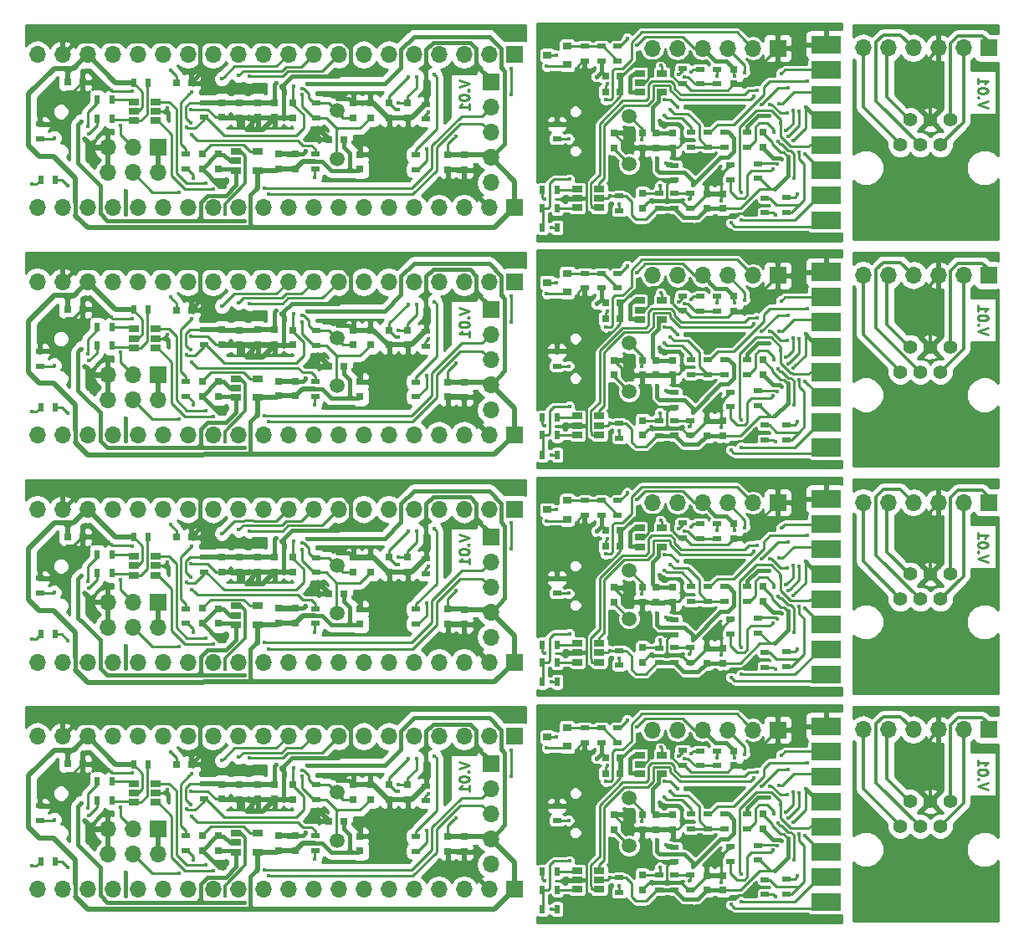
<source format=gbl>
%MOIN*%
%OFA0B0*%
%FSLAX46Y46*%
%IPPOS*%
%LPD*%
%ADD10C,0.0039370078740157488*%
%ADD11C,0.00984251968503937*%
%ADD12C,0.059055118110236227*%
%ADD13R,0.066929133858267723X0.066929133858267723*%
%ADD14O,0.066929133858267723X0.066929133858267723*%
%ADD15R,0.01968503937007874X0.035433070866141732*%
%ADD16R,0.031496062992125991X0.029527559055118113*%
%ADD17R,0.029527559055118113X0.031496062992125991*%
%ADD18R,0.035433070866141732X0.01968503937007874*%
%ADD19R,0.041732283464566935X0.025590551181102365*%
%ADD20C,0.017834645669291341*%
%ADD21C,0.015748031496062995*%
%ADD22C,0.01968503937007874*%
%ADD23C,0.011811023622047244*%
%ADD24C,0.01*%
%ADD35C,0.0039370078740157488*%
%ADD36C,0.00984251968503937*%
%ADD37C,0.059055118110236227*%
%ADD38R,0.066929133858267723X0.066929133858267723*%
%ADD39O,0.066929133858267723X0.066929133858267723*%
%ADD40R,0.01968503937007874X0.035433070866141732*%
%ADD41R,0.031496062992125991X0.029527559055118113*%
%ADD42R,0.029527559055118113X0.031496062992125991*%
%ADD43R,0.035433070866141732X0.01968503937007874*%
%ADD44R,0.041732283464566935X0.025590551181102365*%
%ADD45C,0.017834645669291341*%
%ADD46C,0.015748031496062995*%
%ADD47C,0.01968503937007874*%
%ADD48C,0.011811023622047244*%
%ADD49C,0.01*%
%ADD50C,0.0039370078740157488*%
%ADD51C,0.00984251968503937*%
%ADD52C,0.059055118110236227*%
%ADD53R,0.066929133858267723X0.066929133858267723*%
%ADD54O,0.066929133858267723X0.066929133858267723*%
%ADD55R,0.01968503937007874X0.035433070866141732*%
%ADD56R,0.031496062992125991X0.029527559055118113*%
%ADD57R,0.029527559055118113X0.031496062992125991*%
%ADD58R,0.035433070866141732X0.01968503937007874*%
%ADD59R,0.041732283464566935X0.025590551181102365*%
%ADD60C,0.017834645669291341*%
%ADD61C,0.015748031496062995*%
%ADD62C,0.01968503937007874*%
%ADD63C,0.011811023622047244*%
%ADD64C,0.01*%
%ADD65C,0.0039370078740157488*%
%ADD66C,0.00984251968503937*%
%ADD67C,0.059055118110236227*%
%ADD68R,0.066929133858267723X0.066929133858267723*%
%ADD69O,0.066929133858267723X0.066929133858267723*%
%ADD70R,0.01968503937007874X0.035433070866141732*%
%ADD71R,0.031496062992125991X0.029527559055118113*%
%ADD72R,0.029527559055118113X0.031496062992125991*%
%ADD73R,0.035433070866141732X0.01968503937007874*%
%ADD74R,0.041732283464566935X0.025590551181102365*%
%ADD75C,0.017834645669291341*%
%ADD76C,0.015748031496062995*%
%ADD77C,0.01968503937007874*%
%ADD78C,0.011811023622047244*%
%ADD79C,0.01*%
%ADD80C,0.0039370078740157488*%
%ADD81C,0.059055118110236227*%
%ADD82R,0.035433070866141732X0.01968503937007874*%
%ADD83R,0.066929133858267723X0.066929133858267723*%
%ADD84O,0.066929133858267723X0.066929133858267723*%
%ADD85R,0.029527559055118113X0.031496062992125991*%
%ADD86R,0.041732283464566935X0.025590551181102365*%
%ADD87R,0.01968503937007874X0.035433070866141732*%
%ADD88R,0.035433070866141732X0.031496062992125991*%
%ADD89R,0.031496062992125991X0.029527559055118113*%
%ADD90C,0.017716535433070866*%
%ADD91C,0.017834645669291341*%
%ADD92C,0.015748031496062995*%
%ADD93C,0.00984251968503937*%
%ADD94C,0.01*%
%ADD95C,0.0039370078740157488*%
%ADD96C,0.059055118110236227*%
%ADD97R,0.035433070866141732X0.01968503937007874*%
%ADD98R,0.066929133858267723X0.066929133858267723*%
%ADD99O,0.066929133858267723X0.066929133858267723*%
%ADD100R,0.029527559055118113X0.031496062992125991*%
%ADD101R,0.041732283464566935X0.025590551181102365*%
%ADD102R,0.01968503937007874X0.035433070866141732*%
%ADD103R,0.035433070866141732X0.031496062992125991*%
%ADD104R,0.031496062992125991X0.029527559055118113*%
%ADD105C,0.017716535433070866*%
%ADD106C,0.017834645669291341*%
%ADD107C,0.015748031496062995*%
%ADD108C,0.00984251968503937*%
%ADD109C,0.01*%
%ADD110C,0.0039370078740157488*%
%ADD111C,0.059055118110236227*%
%ADD112R,0.035433070866141732X0.01968503937007874*%
%ADD113R,0.066929133858267723X0.066929133858267723*%
%ADD114O,0.066929133858267723X0.066929133858267723*%
%ADD115R,0.029527559055118113X0.031496062992125991*%
%ADD116R,0.041732283464566935X0.025590551181102365*%
%ADD117R,0.01968503937007874X0.035433070866141732*%
%ADD118R,0.035433070866141732X0.031496062992125991*%
%ADD119R,0.031496062992125991X0.029527559055118113*%
%ADD120C,0.017716535433070866*%
%ADD121C,0.017834645669291341*%
%ADD122C,0.015748031496062995*%
%ADD123C,0.00984251968503937*%
%ADD124C,0.01*%
%ADD125C,0.0039370078740157488*%
%ADD126C,0.059055118110236227*%
%ADD127R,0.035433070866141732X0.01968503937007874*%
%ADD128R,0.066929133858267723X0.066929133858267723*%
%ADD129O,0.066929133858267723X0.066929133858267723*%
%ADD130R,0.029527559055118113X0.031496062992125991*%
%ADD131R,0.041732283464566935X0.025590551181102365*%
%ADD132R,0.01968503937007874X0.035433070866141732*%
%ADD133R,0.035433070866141732X0.031496062992125991*%
%ADD134R,0.031496062992125991X0.029527559055118113*%
%ADD135C,0.017716535433070866*%
%ADD136C,0.017834645669291341*%
%ADD137C,0.015748031496062995*%
%ADD138C,0.00984251968503937*%
%ADD139C,0.01*%
%ADD140C,0.0039370078740157488*%
%ADD141C,0.0039370078740157488*%
%ADD142C,0.00984251968503937*%
%ADD143C,0.017125984251968505*%
%ADD144C,0.055118110236220472*%
%ADD145R,0.066929133858267723X0.066929133858267723*%
%ADD146O,0.066929133858267723X0.066929133858267723*%
%ADD147C,0.011811023622047244*%
%ADD148C,0.01*%
%ADD149C,0.0039370078740157488*%
%ADD150C,0.00984251968503937*%
%ADD151C,0.017125984251968505*%
%ADD152C,0.055118110236220472*%
%ADD153R,0.066929133858267723X0.066929133858267723*%
%ADD154O,0.066929133858267723X0.066929133858267723*%
%ADD155C,0.011811023622047244*%
%ADD156C,0.01*%
%ADD157C,0.0039370078740157488*%
%ADD158C,0.00984251968503937*%
%ADD159C,0.017125984251968505*%
%ADD160C,0.055118110236220472*%
%ADD161R,0.066929133858267723X0.066929133858267723*%
%ADD162O,0.066929133858267723X0.066929133858267723*%
%ADD163C,0.011811023622047244*%
%ADD164C,0.01*%
%ADD165C,0.0039370078740157488*%
%ADD166C,0.00984251968503937*%
%ADD167C,0.017125984251968505*%
%ADD168C,0.055118110236220472*%
%ADD169R,0.066929133858267723X0.066929133858267723*%
%ADD170O,0.066929133858267723X0.066929133858267723*%
%ADD171C,0.011811023622047244*%
%ADD172C,0.01*%
G01G01*
D10*
D11*
X0001754896Y0000657945D02*
X0001794266Y0000644821D01*
X0001754896Y0000631698D01*
X0001790517Y0000618575D02*
X0001792392Y0000616700D01*
X0001794266Y0000618575D01*
X0001792392Y0000620449D01*
X0001790517Y0000618575D01*
X0001794266Y0000618575D01*
X0001754896Y0000592328D02*
X0001754896Y0000588578D01*
X0001756771Y0000584829D01*
X0001758646Y0000582954D01*
X0001762395Y0000581079D01*
X0001769895Y0000579205D01*
X0001779268Y0000579205D01*
X0001786767Y0000581079D01*
X0001790517Y0000582954D01*
X0001792392Y0000584829D01*
X0001794266Y0000588578D01*
X0001794266Y0000592328D01*
X0001792392Y0000596077D01*
X0001790517Y0000597952D01*
X0001786767Y0000599827D01*
X0001779268Y0000601702D01*
X0001769895Y0000601702D01*
X0001762395Y0000599827D01*
X0001758646Y0000597952D01*
X0001756771Y0000596077D01*
X0001754896Y0000592328D01*
X0001794266Y0000541709D02*
X0001794266Y0000564206D01*
X0001794266Y0000552958D02*
X0001754896Y0000552958D01*
X0001760521Y0000556707D01*
X0001764270Y0000560457D01*
X0001766145Y0000564206D01*
D12*
X0001268582Y0000345590D03*
X0001268582Y0000537716D03*
D13*
X0001880787Y0000650314D03*
D14*
X0001880787Y0000550314D03*
X0001880787Y0000450314D03*
X0001880787Y0000350314D03*
X0001880787Y0000250314D03*
D15*
X0000088267Y0000261338D03*
X0000147322Y0000261338D03*
D16*
X0001236299Y0000422755D03*
X0001295354Y0000422755D03*
D17*
X0001359921Y0000362519D03*
X0001359921Y0000303464D03*
X0001775669Y0000301496D03*
X0001775669Y0000360551D03*
D16*
X0000255196Y0000650708D03*
X0000196141Y0000650708D03*
X0000628425Y0000648346D03*
X0000687480Y0000648346D03*
D18*
X0000665826Y0000364094D03*
X0000665826Y0000305039D03*
D17*
X0000731968Y0000305433D03*
X0000731968Y0000364488D03*
X0000796535Y0000364094D03*
X0000796535Y0000305039D03*
D19*
X0000866220Y0000299921D03*
X0000866220Y0000337322D03*
X0000866220Y0000374724D03*
X0000952834Y0000374724D03*
X0000952834Y0000299921D03*
D17*
X0001034724Y0000365275D03*
X0001034724Y0000306220D03*
X0001103228Y0000364881D03*
X0001103228Y0000305826D03*
D18*
X0001181574Y0000364094D03*
X0001181574Y0000305039D03*
X0001582362Y0000361732D03*
X0001582362Y0000302677D03*
D17*
X0001710708Y0000302283D03*
X0001710708Y0000361338D03*
D18*
X0001623622Y0000562992D03*
X0001623622Y0000503937D03*
D17*
X0001476456Y0000508976D03*
X0001476456Y0000568031D03*
X0001401653Y0000568818D03*
X0001401653Y0000509763D03*
X0001333543Y0000568818D03*
X0001333543Y0000509763D03*
D18*
X0001184330Y0000508188D03*
X0001184330Y0000567244D03*
D17*
X0001093385Y0000509763D03*
X0001093385Y0000568818D03*
X0000810708Y0000510157D03*
X0000810708Y0000569212D03*
X0001019370Y0000510157D03*
X0001019370Y0000569212D03*
X0000878818Y0000509370D03*
X0000878818Y0000568425D03*
X0000952834Y0000510551D03*
X0000952834Y0000569606D03*
D18*
X0000739055Y0000570000D03*
X0000739055Y0000510944D03*
D15*
X0000516535Y0000649212D03*
X0000457480Y0000649212D03*
D19*
X0000546535Y0000572362D03*
X0000546535Y0000534960D03*
X0000546535Y0000497559D03*
X0000459921Y0000497559D03*
X0000459921Y0000572362D03*
X0000459921Y0000534960D03*
D15*
X0000372125Y0000505826D03*
X0000313070Y0000505826D03*
X0000372125Y0000581023D03*
X0000313070Y0000581023D03*
D18*
X0000085118Y0000484566D03*
X0000085118Y0000425511D03*
D13*
X0001974488Y0000150314D03*
D14*
X0001874488Y0000150314D03*
X0001774488Y0000150314D03*
X0001674488Y0000150314D03*
X0001574488Y0000150314D03*
X0001474488Y0000150314D03*
X0001374488Y0000150314D03*
X0001274488Y0000150314D03*
X0001174488Y0000150314D03*
X0001074488Y0000150314D03*
X0000974488Y0000150314D03*
X0000874488Y0000150314D03*
X0000774488Y0000150314D03*
X0000674488Y0000150314D03*
X0000574488Y0000150314D03*
X0000474488Y0000150314D03*
X0000374488Y0000150314D03*
X0000274488Y0000150314D03*
X0000174488Y0000150314D03*
X0000074488Y0000150314D03*
D13*
X0001974488Y0000760551D03*
D14*
X0001874488Y0000760551D03*
X0001774488Y0000760551D03*
X0001674488Y0000760551D03*
X0001574488Y0000760551D03*
X0001474488Y0000760551D03*
X0001374488Y0000760551D03*
X0001274488Y0000760551D03*
X0001174488Y0000760551D03*
X0001074488Y0000760551D03*
X0000974488Y0000760551D03*
X0000874488Y0000760551D03*
X0000774488Y0000760551D03*
X0000674488Y0000760551D03*
X0000574488Y0000760551D03*
X0000474488Y0000760551D03*
X0000374488Y0000760551D03*
X0000274488Y0000760551D03*
X0000174488Y0000760551D03*
X0000074488Y0000760551D03*
D13*
X0000555511Y0000390551D03*
D14*
X0000555511Y0000290551D03*
X0000455511Y0000390551D03*
X0000455511Y0000290551D03*
X0000355511Y0000390551D03*
X0000355511Y0000290551D03*
D17*
X0001549685Y0000508976D03*
X0001549685Y0000568031D03*
D20*
X0000196009Y0000237190D03*
X0000898818Y0000099074D03*
X0000258661Y0000305118D03*
X0000249606Y0000495275D03*
X0000452440Y0000614094D03*
X0001333464Y0000411023D03*
X0000820411Y0000236636D03*
X0001046794Y0000633500D03*
X0000262616Y0000424685D03*
X0000368503Y0000619291D03*
X0001142913Y0000422440D03*
X0000591644Y0000549696D03*
X0000687086Y0000543228D03*
X0001142343Y0000377225D03*
X0001269370Y0000585748D03*
X0000255984Y0000693622D03*
X0000844960Y0000523149D03*
X0000908740Y0000460747D03*
X0000928031Y0000473543D03*
X0000891023Y0000471181D03*
X0001192992Y0000469606D03*
X0001963385Y0000601968D03*
X0001094488Y0000633523D03*
X0000667460Y0000470359D03*
X0001962992Y0000705118D03*
X0001512283Y0000568425D03*
X0001585975Y0000671899D03*
X0001513385Y0000540944D03*
X0001551796Y0000671564D03*
X0001129420Y0000600057D03*
X0001128792Y0000626144D03*
X0001632677Y0000532283D03*
X0001624822Y0000385830D03*
X0000405590Y0000479507D03*
X0000689370Y0000440551D03*
X0000696141Y0000269665D03*
X0000639457Y0000213297D03*
X0001655984Y0000682204D03*
X0000918110Y0000674409D03*
X0000876771Y0000677952D03*
X0000809921Y0000664094D03*
X0000979392Y0000228090D03*
X0000994173Y0000203464D03*
X0000775667Y0000224192D03*
X0000747096Y0000247391D03*
X0001178425Y0000270393D03*
X0000689055Y0000612519D03*
X0000275650Y0000473892D03*
X0000141023Y0000428523D03*
X0000278720Y0000445920D03*
X0000604724Y0000699606D03*
X0000054015Y0000243622D03*
X0000821731Y0000123740D03*
X0000424094Y0000070393D03*
X0000424881Y0000126416D03*
X0001025341Y0000647668D03*
X0001937161Y0000600604D03*
X0000425669Y0000217637D03*
X0001149685Y0000644015D03*
X0000685181Y0000488984D03*
X0000946423Y0000225642D03*
X0001178031Y0000334960D03*
X0001742992Y0000435748D03*
D21*
X0000258661Y0000305118D02*
X0000324488Y0000239291D01*
X0000406712Y0000099074D02*
X0000406771Y0000099133D01*
X0000406831Y0000099074D02*
X0000711830Y0000099074D01*
X0000324488Y0000239291D02*
X0000324488Y0000127480D01*
X0000406771Y0000099133D02*
X0000406831Y0000099074D01*
X0000324488Y0000127480D02*
X0000352894Y0000099074D01*
X0000352894Y0000099074D02*
X0000406712Y0000099074D01*
X0000866220Y0000299921D02*
X0000866220Y0000240582D01*
X0000866220Y0000240582D02*
X0000825165Y0000199527D01*
X0000724488Y0000173149D02*
X0000724488Y0000111732D01*
X0000825165Y0000199527D02*
X0000750866Y0000199527D01*
X0000750866Y0000199527D02*
X0000724488Y0000173149D01*
X0000724488Y0000111732D02*
X0000723700Y0000110944D01*
D11*
X0000147322Y0000261338D02*
X0000171861Y0000261338D01*
X0000171861Y0000261338D02*
X0000196009Y0000237190D01*
D21*
X0000740629Y0000099074D02*
X0000898818Y0000099074D01*
X0000728484Y0000099074D02*
X0000740629Y0000099074D01*
X0000740629Y0000099074D02*
X0000735570Y0000099074D01*
X0000735570Y0000099074D02*
X0000723700Y0000110944D01*
X0000711830Y0000099074D02*
X0000728484Y0000099074D01*
X0000728484Y0000099074D02*
X0000728484Y0000099074D01*
X0000711830Y0000099074D02*
X0000723700Y0000110944D01*
X0000258661Y0000305118D02*
X0000236220Y0000327559D01*
X0000723700Y0000110944D02*
X0000723700Y0000110019D01*
X0000723700Y0000110944D02*
X0000723700Y0000110570D01*
X0000723700Y0000110944D02*
X0000723700Y0000105433D01*
X0000790236Y0000305039D02*
X0000861102Y0000305039D01*
X0000861102Y0000305039D02*
X0000866220Y0000299921D01*
D11*
X0000866220Y0000277283D02*
X0000866220Y0000299921D01*
D21*
X0000240689Y0000486358D02*
X0000249606Y0000495275D01*
X0000236220Y0000327559D02*
X0000236220Y0000481889D01*
X0000236220Y0000481889D02*
X0000240689Y0000486358D01*
D11*
X0000085118Y0000484566D02*
X0000085118Y0000509763D01*
X0000085118Y0000509763D02*
X0000191023Y0000615669D01*
X0000191023Y0000615669D02*
X0000217795Y0000615669D01*
X0000252834Y0000650708D02*
X0000255196Y0000650708D01*
X0000217795Y0000615669D02*
X0000252834Y0000650708D01*
D22*
X0001874488Y0000150314D02*
X0001775669Y0000249133D01*
X0001775669Y0000249133D02*
X0001775669Y0000301496D01*
X0001710708Y0000302283D02*
X0001774881Y0000302283D01*
X0001774881Y0000302283D02*
X0001775669Y0000301496D01*
D11*
X0000368503Y0000619291D02*
X0000372913Y0000614881D01*
X0000452834Y0000614094D02*
X0000452440Y0000614094D01*
X0000372913Y0000614881D02*
X0000452047Y0000614881D01*
X0000452047Y0000614881D02*
X0000452834Y0000614094D01*
D21*
X0001342381Y0000402106D02*
X0001333464Y0000411023D01*
X0001359527Y0000384960D02*
X0001342381Y0000402106D01*
X0001359527Y0000364881D02*
X0001359527Y0000384960D01*
X0000799781Y0000236636D02*
X0000807800Y0000236636D01*
X0000731378Y0000305039D02*
X0000799781Y0000236636D01*
X0000807800Y0000236636D02*
X0000820411Y0000236636D01*
X0001333543Y0000568818D02*
X0001333543Y0000569606D01*
X0001333543Y0000569606D02*
X0001317401Y0000585748D01*
X0001281981Y0000585748D02*
X0001269370Y0000585748D01*
X0001317401Y0000585748D02*
X0001281981Y0000585748D01*
X0001055590Y0000510157D02*
X0001055590Y0000624330D01*
X0001055590Y0000624330D02*
X0001046794Y0000633126D01*
X0001046794Y0000633126D02*
X0001046794Y0000633500D01*
X0001088214Y0000674920D02*
X0001055712Y0000642418D01*
X0001323700Y0000784173D02*
X0001323700Y0000725668D01*
X0001291810Y0000816062D02*
X0001323700Y0000784173D01*
X0001055712Y0000642418D02*
X0001046794Y0000633500D01*
X0001323700Y0000725668D02*
X0001272952Y0000674920D01*
X0001272952Y0000674920D02*
X0001088214Y0000674920D01*
X0000737874Y0000816062D02*
X0001291810Y0000816062D01*
D22*
X0000271533Y0000415768D02*
X0000262616Y0000424685D01*
X0000355511Y0000390551D02*
X0000296750Y0000390551D01*
X0000296750Y0000390551D02*
X0000271533Y0000415768D01*
X0001143228Y0000422755D02*
X0001142913Y0000422440D01*
X0001236299Y0000422755D02*
X0001143228Y0000422755D01*
X0001623700Y0000566850D02*
X0001623700Y0000565826D01*
X0001623700Y0000565826D02*
X0001566850Y0000508976D01*
X0001566850Y0000508976D02*
X0001549685Y0000508976D01*
D21*
X0000723700Y0000816062D02*
X0000709921Y0000816062D01*
X0000709921Y0000816062D02*
X0000230000Y0000816062D01*
X0000723700Y0000801889D02*
X0000723700Y0000802283D01*
X0000723700Y0000802283D02*
X0000709921Y0000816062D01*
X0000723700Y0000801889D02*
X0000723700Y0000816062D01*
X0000723700Y0000686535D02*
X0000723700Y0000801889D01*
X0000723700Y0000816062D02*
X0000737874Y0000816062D01*
X0000723700Y0000801889D02*
X0000737874Y0000816062D01*
D11*
X0000546535Y0000534960D02*
X0000576909Y0000534960D01*
X0000576909Y0000534960D02*
X0000591644Y0000549696D01*
X0000810708Y0000510157D02*
X0000786102Y0000510157D01*
X0000786102Y0000510157D02*
X0000753031Y0000543228D01*
X0000753031Y0000543228D02*
X0000699697Y0000543228D01*
X0000699697Y0000543228D02*
X0000687086Y0000543228D01*
X0000687480Y0000648346D02*
X0000688464Y0000648346D01*
D21*
X0000687480Y0000648346D02*
X0000687480Y0000650314D01*
X0000687480Y0000650314D02*
X0000723700Y0000686535D01*
D11*
X0000696929Y0000638897D02*
X0000687480Y0000648346D01*
D22*
X0001476456Y0000508976D02*
X0001549685Y0000508976D01*
X0001401653Y0000568818D02*
X0001411496Y0000568818D01*
X0001471338Y0000508976D02*
X0001476456Y0000508976D01*
X0001411496Y0000568818D02*
X0001471338Y0000508976D01*
D11*
X0001715433Y0000301889D02*
X0001715433Y0000300905D01*
D21*
X0001019370Y0000510157D02*
X0001055590Y0000510157D01*
X0001055590Y0000510157D02*
X0001092992Y0000510157D01*
X0001092992Y0000510157D02*
X0001093385Y0000509763D01*
D11*
X0000546535Y0000534960D02*
X0000531039Y0000534960D01*
D22*
X0001019370Y0000510157D02*
X0001022715Y0000510157D01*
D21*
X0001880787Y0000650314D02*
X0001880787Y0000661228D01*
X0001880787Y0000661228D02*
X0001823700Y0000718315D01*
X0001823700Y0000718315D02*
X0001823700Y0000784173D01*
X0001823700Y0000784173D02*
X0001798110Y0000809763D01*
X0001650866Y0000809763D02*
X0001623700Y0000782597D01*
X0001798110Y0000809763D02*
X0001650866Y0000809763D01*
X0001623700Y0000782597D02*
X0001623700Y0000567244D01*
X0001623700Y0000567244D02*
X0001624488Y0000566456D01*
D11*
X0001716220Y0000302677D02*
X0001715433Y0000301889D01*
D21*
X0000790236Y0000364094D02*
X0000791811Y0000362519D01*
X0000791811Y0000362519D02*
X0000817007Y0000362519D01*
X0000817007Y0000362519D02*
X0000842204Y0000337322D01*
X0000842204Y0000337322D02*
X0000866220Y0000337322D01*
X0000731181Y0000305039D02*
X0000790236Y0000364094D01*
X0000230000Y0000816062D02*
X0000207952Y0000794015D01*
X0000207952Y0000794015D02*
X0000174488Y0000760551D01*
X0001142343Y0000373485D02*
X0001142343Y0000377225D01*
X0001103228Y0000364881D02*
X0001133740Y0000364881D01*
X0001133740Y0000364881D02*
X0001142343Y0000373485D01*
D23*
X0001019370Y0000510157D02*
X0001019370Y0000513898D01*
D22*
X0000845748Y0000509763D02*
X0000811102Y0000509763D01*
X0000255196Y0000650708D02*
X0000255196Y0000692834D01*
X0000255196Y0000692834D02*
X0000255984Y0000693622D01*
X0000971929Y0000461732D02*
X0000909724Y0000461732D01*
X0001018976Y0000508779D02*
X0000971929Y0000461732D01*
X0000909724Y0000461732D02*
X0000908740Y0000462716D01*
X0001236299Y0000422755D02*
X0001236299Y0000426299D01*
X0001236299Y0000426299D02*
X0001192992Y0000469606D01*
X0001018976Y0000509763D02*
X0001018976Y0000508779D01*
X0000891023Y0000471181D02*
X0000891023Y0000497165D01*
X0000891023Y0000497165D02*
X0000878818Y0000509370D01*
X0000928031Y0000473543D02*
X0000928031Y0000487716D01*
X0000928031Y0000487716D02*
X0000949685Y0000509370D01*
X0000845748Y0000509763D02*
X0000878425Y0000509763D01*
X0000844960Y0000523149D02*
X0000844960Y0000510551D01*
X0000844960Y0000510551D02*
X0000845748Y0000509763D01*
X0000878425Y0000509763D02*
X0000878818Y0000509370D01*
X0000949685Y0000509370D02*
X0000878818Y0000509370D01*
X0001018976Y0000509763D02*
X0000950078Y0000509763D01*
X0000950078Y0000509763D02*
X0000949685Y0000509370D01*
X0001034724Y0000365275D02*
X0001102834Y0000365275D01*
X0001102834Y0000365275D02*
X0001103228Y0000364881D01*
X0000355511Y0000390551D02*
X0000355511Y0000290551D01*
X0001333543Y0000568818D02*
X0001401653Y0000568818D01*
D11*
X0000970944Y0000460747D02*
X0001018976Y0000508779D01*
X0000889973Y0000498215D02*
X0000878818Y0000509370D01*
X0001018976Y0000509763D02*
X0001018976Y0000514881D01*
X0001623307Y0000779015D02*
X0001656024Y0000811732D01*
X0001333543Y0000568818D02*
X0001400866Y0000568818D01*
X0001400866Y0000568818D02*
X0001401259Y0000568425D01*
X0000952834Y0000374724D02*
X0000922125Y0000374724D01*
X0000922125Y0000374724D02*
X0000896141Y0000400708D01*
X0000896141Y0000400708D02*
X0000764251Y0000400708D01*
X0000764251Y0000400708D02*
X0000728818Y0000365275D01*
X0000728818Y0000365275D02*
X0000728818Y0000364488D01*
X0001962992Y0000705118D02*
X0001962992Y0000602362D01*
X0001962992Y0000602362D02*
X0001963385Y0000601968D01*
X0001093385Y0000632421D02*
X0001094488Y0000633523D01*
X0001093385Y0000568818D02*
X0001093385Y0000632421D01*
X0000739055Y0000510944D02*
X0000739055Y0000502440D01*
X0000671028Y0000466791D02*
X0000667460Y0000470359D01*
X0000739055Y0000502440D02*
X0000703405Y0000466791D01*
X0000703405Y0000466791D02*
X0000671028Y0000466791D01*
X0001093385Y0000568818D02*
X0001093385Y0000563306D01*
X0001093385Y0000563306D02*
X0001134724Y0000521967D01*
X0001134724Y0000521967D02*
X0001134724Y0000468231D01*
X0001134724Y0000468231D02*
X0001104602Y0000438110D01*
X0001104602Y0000438110D02*
X0000819763Y0000438110D01*
X0000819763Y0000438110D02*
X0000746929Y0000510944D01*
X0000746929Y0000510944D02*
X0000739055Y0000510944D01*
X0001093385Y0000561467D02*
X0001093385Y0000564094D01*
X0001585975Y0000671899D02*
X0001585975Y0000649133D01*
X0001585975Y0000649133D02*
X0001585975Y0000642116D01*
X0001585975Y0000629912D02*
X0001585975Y0000649133D01*
X0001549685Y0000568031D02*
X0001549685Y0000593622D01*
X0001549685Y0000593622D02*
X0001585975Y0000629912D01*
X0001512283Y0000568425D02*
X0001549291Y0000568425D01*
X0001549291Y0000568425D02*
X0001549685Y0000568031D01*
X0001502559Y0000540944D02*
X0001513385Y0000540944D01*
X0001476456Y0000567047D02*
X0001502559Y0000540944D01*
X0001476456Y0000568031D02*
X0001476456Y0000567047D01*
X0001476456Y0000568031D02*
X0001476456Y0000596224D01*
X0001476456Y0000596224D02*
X0001551796Y0000671564D01*
X0001225669Y0000508188D02*
X0001176062Y0000508188D01*
X0001266614Y0000467244D02*
X0001225669Y0000508188D01*
X0001176062Y0000508188D02*
X0001129420Y0000554831D01*
X0001129420Y0000554831D02*
X0001129420Y0000587530D01*
X0001129420Y0000587530D02*
X0001129420Y0000600057D01*
X0001274094Y0000467244D02*
X0001360118Y0000467244D01*
X0001266614Y0000467244D02*
X0001274094Y0000467244D01*
X0001265433Y0000467244D02*
X0001265433Y0000461732D01*
X0001265433Y0000461732D02*
X0001265433Y0000345590D01*
X0001274094Y0000467244D02*
X0001270944Y0000467244D01*
X0001270944Y0000467244D02*
X0001265433Y0000461732D01*
X0001266614Y0000467244D02*
X0001266614Y0000467637D01*
X0001266614Y0000467637D02*
X0001266220Y0000468031D01*
X0001266220Y0000468031D02*
X0001265433Y0000467244D01*
X0001360118Y0000467244D02*
X0001401653Y0000508779D01*
X0001401653Y0000508779D02*
X0001401653Y0000509763D01*
X0001401259Y0000509370D02*
X0001401259Y0000508385D01*
X0001401259Y0000508385D02*
X0001360118Y0000467244D01*
X0001156771Y0000605669D02*
X0001136296Y0000626144D01*
X0001136296Y0000626144D02*
X0001128792Y0000626144D01*
X0001176456Y0000567244D02*
X0001156771Y0000586929D01*
X0001184330Y0000567244D02*
X0001176456Y0000567244D01*
X0001156771Y0000586929D02*
X0001156771Y0000605669D01*
X0001184330Y0000567244D02*
X0001235905Y0000567244D01*
X0001235905Y0000567244D02*
X0001265433Y0000537716D01*
X0001291810Y0000509370D02*
X0001291810Y0000511338D01*
X0001291810Y0000511338D02*
X0001265433Y0000537716D01*
X0001331968Y0000509370D02*
X0001291810Y0000509370D01*
X0001291810Y0000509370D02*
X0001262677Y0000538503D01*
X0001623759Y0000523366D02*
X0001632677Y0000532283D01*
X0001620551Y0000520157D02*
X0001623759Y0000523366D01*
X0001620551Y0000508188D02*
X0001620551Y0000520157D01*
X0001624822Y0000373219D02*
X0001624822Y0000385830D01*
X0001624822Y0000337263D02*
X0001624822Y0000373219D01*
X0001582362Y0000302677D02*
X0001590236Y0000302677D01*
X0001590236Y0000302677D02*
X0001624822Y0000337263D01*
X0000405590Y0000440472D02*
X0000405590Y0000466896D01*
X0000405590Y0000466896D02*
X0000405590Y0000479507D01*
X0000455511Y0000390551D02*
X0000405590Y0000440472D01*
X0000698287Y0000431633D02*
X0000689370Y0000440551D01*
X0001131921Y0000398937D02*
X0001112434Y0000418425D01*
X0001181574Y0000383779D02*
X0001166416Y0000398937D01*
X0001181574Y0000364094D02*
X0001181574Y0000383779D01*
X0001112434Y0000418425D02*
X0000711496Y0000418425D01*
X0001166416Y0000398937D02*
X0001131921Y0000398937D01*
X0000711496Y0000418425D02*
X0000698287Y0000431633D01*
X0001181968Y0000366456D02*
X0001181968Y0000368306D01*
X0000696141Y0000282598D02*
X0000696141Y0000282276D01*
X0000673700Y0000305039D02*
X0000696141Y0000282598D01*
X0000696141Y0000282276D02*
X0000696141Y0000269665D01*
X0000665826Y0000305039D02*
X0000673700Y0000305039D01*
X0000639457Y0000213297D02*
X0000532765Y0000213297D01*
X0000532765Y0000213297D02*
X0000455511Y0000290551D01*
X0001582362Y0000381417D02*
X0001664901Y0000463956D01*
X0001664901Y0000673287D02*
X0001655984Y0000682204D01*
X0001582362Y0000361732D02*
X0001582362Y0000381417D01*
X0001664901Y0000463956D02*
X0001664901Y0000673287D01*
X0000930721Y0000674409D02*
X0000918110Y0000674409D01*
X0001051326Y0000674409D02*
X0000930721Y0000674409D01*
X0001072508Y0000695590D02*
X0001051326Y0000674409D01*
X0001208346Y0000695590D02*
X0001072508Y0000695590D01*
X0001274488Y0000761732D02*
X0001208346Y0000695590D01*
X0001174488Y0000761732D02*
X0001126062Y0000713306D01*
X0001126062Y0000713306D02*
X0001064922Y0000713306D01*
X0001047737Y0000696121D02*
X0000894704Y0000696121D01*
X0001064922Y0000713306D02*
X0001047737Y0000696121D01*
X0000894704Y0000696121D02*
X0000876771Y0000678188D01*
X0000876771Y0000678188D02*
X0000876771Y0000677952D01*
X0000818838Y0000673011D02*
X0000809921Y0000664094D01*
X0000860058Y0000714231D02*
X0000818838Y0000673011D01*
X0000936657Y0000714231D02*
X0000935870Y0000715019D01*
X0001026987Y0000714231D02*
X0000936657Y0000714231D01*
X0001074488Y0000761732D02*
X0001026987Y0000714231D01*
X0000900349Y0000715019D02*
X0000899562Y0000714231D01*
X0000899562Y0000714231D02*
X0000860058Y0000714231D01*
X0000935870Y0000715019D02*
X0000900349Y0000715019D01*
X0001880787Y0000550314D02*
X0001846141Y0000515669D01*
X0001846141Y0000515669D02*
X0001764543Y0000515669D01*
X0001764543Y0000515669D02*
X0001646535Y0000397661D01*
X0001646535Y0000397661D02*
X0001646535Y0000307767D01*
X0001646535Y0000307767D02*
X0001566858Y0000228090D01*
X0001566858Y0000228090D02*
X0000992003Y0000228090D01*
X0000992003Y0000228090D02*
X0000979392Y0000228090D01*
X0001664251Y0000390323D02*
X0001664251Y0000299921D01*
X0001567795Y0000203464D02*
X0001006784Y0000203464D01*
X0001006784Y0000203464D02*
X0000994173Y0000203464D01*
X0001664251Y0000299921D02*
X0001567795Y0000203464D01*
X0001847322Y0000483779D02*
X0001757708Y0000483779D01*
X0001880787Y0000450314D02*
X0001847322Y0000483779D01*
X0001757708Y0000483779D02*
X0001664251Y0000390323D01*
X0000546535Y0000497559D02*
X0000554606Y0000497559D01*
X0000554606Y0000497559D02*
X0000610314Y0000441850D01*
X0000610314Y0000441850D02*
X0000610314Y0000277086D01*
X0000610314Y0000277086D02*
X0000663209Y0000224192D01*
X0000663209Y0000224192D02*
X0000763056Y0000224192D01*
X0000763056Y0000224192D02*
X0000775667Y0000224192D01*
X0000546535Y0000572362D02*
X0000599685Y0000572362D01*
X0000599685Y0000572362D02*
X0000628031Y0000544015D01*
X0000669930Y0000247391D02*
X0000734485Y0000247391D01*
X0000628031Y0000544015D02*
X0000628031Y0000289291D01*
X0000628031Y0000289291D02*
X0000669930Y0000247391D01*
X0000734485Y0000247391D02*
X0000747096Y0000247391D01*
X0000459921Y0000572362D02*
X0000451259Y0000581023D01*
X0000451259Y0000581023D02*
X0000372125Y0000581023D01*
X0000459921Y0000497559D02*
X0000486692Y0000497559D01*
X0000372125Y0000505826D02*
X0000376456Y0000501496D01*
X0000376456Y0000501496D02*
X0000455984Y0000501496D01*
X0000455984Y0000501496D02*
X0000459921Y0000497559D01*
X0000486692Y0000497559D02*
X0000511889Y0000522755D01*
X0000511889Y0000522755D02*
X0000511889Y0000632598D01*
X0001178425Y0000303858D02*
X0001178425Y0000270393D01*
X0001181968Y0000307401D02*
X0001178425Y0000303858D01*
X0000680137Y0000603602D02*
X0000689055Y0000612519D01*
X0000645748Y0000569212D02*
X0000680137Y0000603602D01*
X0000645748Y0000403858D02*
X0000645748Y0000569212D01*
X0000665826Y0000364094D02*
X0000665826Y0000383779D01*
X0000665826Y0000383779D02*
X0000645748Y0000403858D01*
X0000313070Y0000581023D02*
X0000313070Y0000569212D01*
X0000313070Y0000569212D02*
X0000275650Y0000531792D01*
X0000275650Y0000531792D02*
X0000275650Y0000473892D01*
X0000138011Y0000425511D02*
X0000141023Y0000428523D01*
X0000085118Y0000425511D02*
X0000138011Y0000425511D01*
X0000280723Y0000445920D02*
X0000278720Y0000445920D01*
X0000313070Y0000478267D02*
X0000280723Y0000445920D01*
X0000313070Y0000505826D02*
X0000313070Y0000478267D01*
X0000613641Y0000690689D02*
X0000604724Y0000699606D01*
X0000628425Y0000675905D02*
X0000613641Y0000690689D01*
X0000628425Y0000648346D02*
X0000628425Y0000675905D01*
X0000054015Y0000243622D02*
X0000070551Y0000243622D01*
X0000070551Y0000243622D02*
X0000088267Y0000261338D01*
D23*
X0000821731Y0000136351D02*
X0000821731Y0000123740D01*
X0000903622Y0000355432D02*
X0000903622Y0000247361D01*
X0000884330Y0000374724D02*
X0000903622Y0000355432D01*
X0000821731Y0000165471D02*
X0000821731Y0000136351D01*
X0000903622Y0000247361D02*
X0000821731Y0000165471D01*
X0000866220Y0000374724D02*
X0000884330Y0000374724D01*
D11*
X0001329606Y0000298740D02*
X0001329606Y0000301102D01*
X0001329606Y0000301102D02*
X0001318582Y0000312125D01*
D21*
X0001318582Y0000369015D02*
X0001318582Y0000312125D01*
X0001318582Y0000312125D02*
X0001318582Y0000303464D01*
D11*
X0001300472Y0000298740D02*
X0001305196Y0000298740D01*
X0001305196Y0000298740D02*
X0001318582Y0000312125D01*
D21*
X0001352440Y0000298740D02*
X0001329606Y0000298740D01*
X0001318582Y0000303464D02*
X0001313858Y0000298740D01*
X0001295354Y0000422755D02*
X0001295354Y0000392244D01*
X0001295354Y0000392244D02*
X0001318582Y0000369015D01*
D22*
X0000225275Y0000170787D02*
X0000225275Y0000269606D01*
X0000225275Y0000269606D02*
X0000139055Y0000355826D01*
X0000424094Y0000070393D02*
X0000274881Y0000070393D01*
X0000274881Y0000070393D02*
X0000225275Y0000119999D01*
X0000225275Y0000119999D02*
X0000224488Y0000120787D01*
D21*
X0000225275Y0000170787D02*
X0000224488Y0000169999D01*
X0000224488Y0000169999D02*
X0000224488Y0000120787D01*
X0000923700Y0000091259D02*
X0000923700Y0000085040D01*
X0000923700Y0000085040D02*
X0000936299Y0000072441D01*
D22*
X0000907559Y0000072441D02*
X0000923307Y0000072441D01*
X0000738041Y0000072441D02*
X0000907559Y0000072441D01*
D21*
X0000923700Y0000088582D02*
X0000923700Y0000091259D01*
X0000923700Y0000091259D02*
X0000923700Y0000072834D01*
X0000923700Y0000173936D02*
X0000923700Y0000091259D01*
D22*
X0000923307Y0000072441D02*
X0000936299Y0000072441D01*
X0000936299Y0000072441D02*
X0001896614Y0000072441D01*
D21*
X0000923483Y0000202703D02*
X0000923483Y0000174153D01*
X0000923483Y0000174153D02*
X0000923700Y0000173936D01*
X0000923700Y0000072834D02*
X0000923307Y0000072441D01*
D22*
X0000424094Y0000070393D02*
X0000735994Y0000070393D01*
X0000735994Y0000070393D02*
X0000738041Y0000072441D01*
X0001896614Y0000072441D02*
X0001974488Y0000150314D01*
D21*
X0000425669Y0000205026D02*
X0000424881Y0000204239D01*
D11*
X0000424881Y0000125314D02*
X0000424881Y0000126416D01*
D21*
X0000425669Y0000217637D02*
X0000425669Y0000205026D01*
X0000424881Y0000204239D02*
X0000424881Y0000126416D01*
D11*
X0000425669Y0000124527D02*
X0000424881Y0000125314D01*
X0001710708Y0000361338D02*
X0001710708Y0000403464D01*
X0001734074Y0000426830D02*
X0001742992Y0000435748D01*
X0001710708Y0000403464D02*
X0001734074Y0000426830D01*
D22*
X0001870551Y0000360551D02*
X0001880787Y0000350314D01*
X0001710708Y0000361338D02*
X0001774881Y0000361338D01*
X0001880787Y0000350314D02*
X0001871338Y0000359763D01*
X0000217795Y0000705039D02*
X0000273307Y0000760551D01*
X0000273307Y0000760551D02*
X0000274488Y0000760551D01*
X0001880787Y0000350314D02*
X0001974488Y0000256614D01*
X0001974488Y0000256614D02*
X0001974488Y0000150314D01*
D21*
X0001937161Y0000600604D02*
X0001937161Y0000406688D01*
X0001937161Y0000406688D02*
X0001914251Y0000383779D01*
X0001914251Y0000383779D02*
X0001880787Y0000350314D01*
X0001923700Y0000707795D02*
X0001937161Y0000694334D01*
X0001937161Y0000613215D02*
X0001937161Y0000600604D01*
X0001937161Y0000694334D02*
X0001937161Y0000613215D01*
D22*
X0000274488Y0000760551D02*
X0000385826Y0000649212D01*
D21*
X0001923700Y0000707795D02*
X0001923700Y0000784173D01*
X0001923700Y0000784173D02*
X0001874488Y0000833385D01*
X0001458740Y0000644015D02*
X0001162212Y0000644015D01*
X0001874488Y0000833385D02*
X0001574488Y0000833385D01*
X0001574488Y0000833385D02*
X0001523700Y0000782597D01*
X0001523700Y0000782597D02*
X0001523700Y0000708976D01*
X0001523700Y0000708976D02*
X0001458740Y0000644015D01*
X0001162212Y0000644015D02*
X0001149685Y0000644015D01*
X0001927637Y0000703858D02*
X0001923700Y0000707795D01*
D11*
X0001973700Y0000148740D02*
X0001974488Y0000148740D01*
X0001974094Y0000148740D02*
X0001974488Y0000148740D01*
D21*
X0001019370Y0000641696D02*
X0001025341Y0000647668D01*
D11*
X0000676264Y0000497901D02*
X0000685181Y0000488984D01*
D22*
X0000139055Y0000355826D02*
X0000083543Y0000355826D01*
X0000083543Y0000355826D02*
X0000039448Y0000399921D01*
X0000039448Y0000399921D02*
X0000039448Y0000603858D01*
X0000039448Y0000603858D02*
X0000141811Y0000706220D01*
X0000141811Y0000706220D02*
X0000183543Y0000706220D01*
D21*
X0000946423Y0000225642D02*
X0000923483Y0000202703D01*
D22*
X0000183543Y0000706220D02*
X0000196535Y0000706220D01*
X0000196141Y0000691653D02*
X0000196141Y0000693622D01*
X0000196141Y0000693622D02*
X0000183543Y0000706220D01*
X0000196141Y0000705826D02*
X0000196141Y0000691653D01*
X0000196141Y0000691653D02*
X0000196141Y0000692834D01*
X0000196141Y0000692834D02*
X0000208346Y0000705039D01*
X0000208346Y0000705039D02*
X0000217795Y0000705039D01*
X0000196535Y0000706220D02*
X0000218976Y0000706220D01*
X0000196535Y0000706220D02*
X0000196141Y0000705826D01*
X0000218976Y0000706220D02*
X0000223700Y0000710944D01*
D21*
X0000952834Y0000230417D02*
X0000948059Y0000225642D01*
X0000948059Y0000225642D02*
X0000946423Y0000225642D01*
D11*
X0000665374Y0000553650D02*
X0000665374Y0000508791D01*
X0000681724Y0000570000D02*
X0000665374Y0000553650D01*
X0000665374Y0000508791D02*
X0000676264Y0000497901D01*
D22*
X0001775669Y0000360551D02*
X0001870551Y0000360551D01*
X0001774881Y0000361338D02*
X0001775669Y0000360551D01*
X0000196141Y0000691653D02*
X0000196141Y0000650708D01*
D21*
X0001329606Y0000298740D02*
X0001313858Y0000298740D01*
X0001300472Y0000298740D02*
X0001245276Y0000298740D01*
X0001313858Y0000298740D02*
X0001300472Y0000298740D01*
D11*
X0001300472Y0000298740D02*
X0001300472Y0000301496D01*
D22*
X0000555511Y0000390551D02*
X0000555511Y0000290551D01*
D21*
X0001019370Y0000569212D02*
X0001019370Y0000641696D01*
D11*
X0000739055Y0000570000D02*
X0000681724Y0000570000D01*
D22*
X0000952834Y0000299921D02*
X0000952834Y0000230417D01*
D21*
X0001359527Y0000305826D02*
X0001352440Y0000298740D01*
X0001245276Y0000298740D02*
X0001209055Y0000334960D01*
X0001209055Y0000334960D02*
X0001178031Y0000334960D01*
D22*
X0000953622Y0000569606D02*
X0001018976Y0000569606D01*
X0001018976Y0000569606D02*
X0001019370Y0000569212D01*
X0001103228Y0000305826D02*
X0001132362Y0000334960D01*
X0001132362Y0000334960D02*
X0001178031Y0000334960D01*
X0001034724Y0000306220D02*
X0001102834Y0000306220D01*
X0001102834Y0000306220D02*
X0001103228Y0000305826D01*
X0000952834Y0000299921D02*
X0001028425Y0000299921D01*
X0001028425Y0000299921D02*
X0001034724Y0000306220D01*
X0000739055Y0000570000D02*
X0000809921Y0000570000D01*
X0000809921Y0000570000D02*
X0000811102Y0000568818D01*
X0000878818Y0000568425D02*
X0000811496Y0000568425D01*
X0000811496Y0000568425D02*
X0000811102Y0000568818D01*
X0000949685Y0000568425D02*
X0000878818Y0000568425D01*
D11*
X0001039055Y0000306220D02*
X0001102834Y0000306220D01*
X0001018582Y0000568425D02*
X0001018976Y0000568818D01*
D22*
X0000385826Y0000649212D02*
X0000457480Y0000649212D01*
D11*
X0000494094Y0000612204D02*
X0000457480Y0000648818D01*
X0000457480Y0000648818D02*
X0000457480Y0000649212D01*
X0000494094Y0000552598D02*
X0000494094Y0000612204D01*
D23*
X0001295354Y0000422755D02*
X0001296929Y0000422755D01*
D11*
X0000459921Y0000534960D02*
X0000476456Y0000534960D01*
X0000476456Y0000534960D02*
X0000494094Y0000552598D01*
D24*
G36*
X0001879488Y0000155314D02*
X0001880275Y0000155314D01*
X0001880275Y0000145314D01*
X0001879488Y0000145314D01*
X0001879488Y0000144527D01*
X0001869488Y0000144527D01*
X0001869488Y0000145314D01*
X0001868700Y0000145314D01*
X0001868700Y0000155314D01*
X0001869488Y0000155314D01*
X0001869488Y0000156102D01*
X0001879488Y0000156102D01*
X0001879488Y0000155314D01*
X0001879488Y0000155314D01*
G37*
X0001879488Y0000155314D02*
X0001880275Y0000155314D01*
X0001880275Y0000145314D01*
X0001879488Y0000145314D01*
X0001879488Y0000144527D01*
X0001869488Y0000144527D01*
X0001869488Y0000145314D01*
X0001868700Y0000145314D01*
X0001868700Y0000155314D01*
X0001869488Y0000155314D01*
X0001869488Y0000156102D01*
X0001879488Y0000156102D01*
X0001879488Y0000155314D01*
G36*
X0001838301Y0000308974D02*
X0001851260Y0000300314D01*
X0001838301Y0000291655D01*
X0001825627Y0000272688D01*
X0001821177Y0000250314D01*
X0001825627Y0000227941D01*
X0001838301Y0000208974D01*
X0001848535Y0000202136D01*
X0001844294Y0000200379D01*
X0001827433Y0000185014D01*
X0001824791Y0000179387D01*
X0001815828Y0000192801D01*
X0001796861Y0000205474D01*
X0001774488Y0000209924D01*
X0001752114Y0000205474D01*
X0001733147Y0000192801D01*
X0001724488Y0000179841D01*
X0001715828Y0000192801D01*
X0001696861Y0000205474D01*
X0001674488Y0000209924D01*
X0001652114Y0000205474D01*
X0001633147Y0000192801D01*
X0001624488Y0000179841D01*
X0001615828Y0000192801D01*
X0001606008Y0000199362D01*
X0001676885Y0000270239D01*
X0001681783Y0000265341D01*
X0001690972Y0000261535D01*
X0001699458Y0000261535D01*
X0001705708Y0000267785D01*
X0001705708Y0000297283D01*
X0001715708Y0000297283D01*
X0001715708Y0000267785D01*
X0001721958Y0000261535D01*
X0001730445Y0000261535D01*
X0001739633Y0000265341D01*
X0001742795Y0000268502D01*
X0001746744Y0000264554D01*
X0001755932Y0000260748D01*
X0001764419Y0000260748D01*
X0001770669Y0000266997D01*
X0001770669Y0000296496D01*
X0001780669Y0000296496D01*
X0001780669Y0000266997D01*
X0001786919Y0000260748D01*
X0001795405Y0000260748D01*
X0001804594Y0000264554D01*
X0001811627Y0000271586D01*
X0001815433Y0000280775D01*
X0001815433Y0000290246D01*
X0001809183Y0000296496D01*
X0001780669Y0000296496D01*
X0001770669Y0000296496D01*
X0001745009Y0000296496D01*
X0001744222Y0000297283D01*
X0001715708Y0000297283D01*
X0001705708Y0000297283D01*
X0001704921Y0000297283D01*
X0001704921Y0000307283D01*
X0001705708Y0000307283D01*
X0001705708Y0000308070D01*
X0001715708Y0000308070D01*
X0001715708Y0000307283D01*
X0001741368Y0000307283D01*
X0001742155Y0000306496D01*
X0001770669Y0000306496D01*
X0001770669Y0000307283D01*
X0001780669Y0000307283D01*
X0001780669Y0000306496D01*
X0001809183Y0000306496D01*
X0001815433Y0000312746D01*
X0001815433Y0000322216D01*
X0001813986Y0000325708D01*
X0001827119Y0000325708D01*
X0001838301Y0000308974D01*
X0001838301Y0000308974D01*
G37*
X0001838301Y0000308974D02*
X0001851260Y0000300314D01*
X0001838301Y0000291655D01*
X0001825627Y0000272688D01*
X0001821177Y0000250314D01*
X0001825627Y0000227941D01*
X0001838301Y0000208974D01*
X0001848535Y0000202136D01*
X0001844294Y0000200379D01*
X0001827433Y0000185014D01*
X0001824791Y0000179387D01*
X0001815828Y0000192801D01*
X0001796861Y0000205474D01*
X0001774488Y0000209924D01*
X0001752114Y0000205474D01*
X0001733147Y0000192801D01*
X0001724488Y0000179841D01*
X0001715828Y0000192801D01*
X0001696861Y0000205474D01*
X0001674488Y0000209924D01*
X0001652114Y0000205474D01*
X0001633147Y0000192801D01*
X0001624488Y0000179841D01*
X0001615828Y0000192801D01*
X0001606008Y0000199362D01*
X0001676885Y0000270239D01*
X0001681783Y0000265341D01*
X0001690972Y0000261535D01*
X0001699458Y0000261535D01*
X0001705708Y0000267785D01*
X0001705708Y0000297283D01*
X0001715708Y0000297283D01*
X0001715708Y0000267785D01*
X0001721958Y0000261535D01*
X0001730445Y0000261535D01*
X0001739633Y0000265341D01*
X0001742795Y0000268502D01*
X0001746744Y0000264554D01*
X0001755932Y0000260748D01*
X0001764419Y0000260748D01*
X0001770669Y0000266997D01*
X0001770669Y0000296496D01*
X0001780669Y0000296496D01*
X0001780669Y0000266997D01*
X0001786919Y0000260748D01*
X0001795405Y0000260748D01*
X0001804594Y0000264554D01*
X0001811627Y0000271586D01*
X0001815433Y0000280775D01*
X0001815433Y0000290246D01*
X0001809183Y0000296496D01*
X0001780669Y0000296496D01*
X0001770669Y0000296496D01*
X0001745009Y0000296496D01*
X0001744222Y0000297283D01*
X0001715708Y0000297283D01*
X0001705708Y0000297283D01*
X0001704921Y0000297283D01*
X0001704921Y0000307283D01*
X0001705708Y0000307283D01*
X0001705708Y0000308070D01*
X0001715708Y0000308070D01*
X0001715708Y0000307283D01*
X0001741368Y0000307283D01*
X0001742155Y0000306496D01*
X0001770669Y0000306496D01*
X0001770669Y0000307283D01*
X0001780669Y0000307283D01*
X0001780669Y0000306496D01*
X0001809183Y0000306496D01*
X0001815433Y0000312746D01*
X0001815433Y0000322216D01*
X0001813986Y0000325708D01*
X0001827119Y0000325708D01*
X0001838301Y0000308974D01*
G36*
X0000827083Y0000269352D02*
X0000833346Y0000265073D01*
X0000833346Y0000254199D01*
X0000811548Y0000232401D01*
X0000808974Y0000232401D01*
X0000804438Y0000243380D01*
X0000794905Y0000252929D01*
X0000782443Y0000258103D01*
X0000779367Y0000258106D01*
X0000776580Y0000264852D01*
X0000781771Y0000263801D01*
X0000811299Y0000263801D01*
X0000820563Y0000265544D01*
X0000826906Y0000269626D01*
X0000827083Y0000269352D01*
X0000827083Y0000269352D01*
G37*
X0000827083Y0000269352D02*
X0000833346Y0000265073D01*
X0000833346Y0000254199D01*
X0000811548Y0000232401D01*
X0000808974Y0000232401D01*
X0000804438Y0000243380D01*
X0000794905Y0000252929D01*
X0000782443Y0000258103D01*
X0000779367Y0000258106D01*
X0000776580Y0000264852D01*
X0000781771Y0000263801D01*
X0000811299Y0000263801D01*
X0000820563Y0000265544D01*
X0000826906Y0000269626D01*
X0000827083Y0000269352D01*
G36*
X0001481456Y0000513976D02*
X0001482244Y0000513976D01*
X0001482244Y0000503976D01*
X0001481456Y0000503976D01*
X0001481456Y0000474478D01*
X0001487706Y0000468228D01*
X0001496193Y0000468228D01*
X0001505381Y0000472034D01*
X0001512414Y0000479067D01*
X0001513070Y0000480651D01*
X0001513727Y0000479067D01*
X0001520759Y0000472034D01*
X0001529948Y0000468228D01*
X0001538435Y0000468228D01*
X0001544685Y0000474478D01*
X0001544685Y0000503976D01*
X0001543897Y0000503976D01*
X0001543897Y0000513976D01*
X0001544685Y0000513976D01*
X0001544685Y0000514763D01*
X0001554685Y0000514763D01*
X0001554685Y0000513976D01*
X0001555472Y0000513976D01*
X0001555472Y0000503976D01*
X0001554685Y0000503976D01*
X0001554685Y0000474478D01*
X0001560935Y0000468228D01*
X0001569421Y0000468228D01*
X0001578610Y0000472034D01*
X0001585642Y0000479067D01*
X0001585730Y0000479279D01*
X0001587634Y0000476321D01*
X0001595988Y0000470612D01*
X0001605905Y0000468604D01*
X0001627234Y0000468604D01*
X0001561204Y0000402574D01*
X0001556498Y0000395531D01*
X0001555381Y0000395321D01*
X0001546872Y0000389846D01*
X0001541164Y0000381491D01*
X0001539155Y0000371574D01*
X0001539155Y0000351889D01*
X0001540899Y0000342625D01*
X0001546374Y0000334116D01*
X0001549122Y0000332238D01*
X0001546872Y0000330790D01*
X0001541164Y0000322436D01*
X0001539155Y0000312519D01*
X0001539155Y0000292834D01*
X0001540899Y0000283570D01*
X0001546374Y0000275061D01*
X0001554728Y0000269353D01*
X0001563940Y0000267487D01*
X0001554464Y0000258011D01*
X0001210008Y0000258011D01*
X0001212336Y0000263617D01*
X0001212345Y0000273888D01*
X0001217064Y0000276925D01*
X0001218499Y0000279025D01*
X0001222030Y0000275494D01*
X0001232695Y0000268368D01*
X0001245276Y0000265866D01*
X0001332853Y0000265866D01*
X0001335240Y0000264235D01*
X0001345157Y0000262226D01*
X0001374685Y0000262226D01*
X0001383949Y0000263969D01*
X0001392458Y0000269445D01*
X0001398166Y0000277799D01*
X0001400174Y0000287716D01*
X0001400174Y0000319212D01*
X0001398431Y0000328477D01*
X0001395813Y0000332545D01*
X0001395879Y0000332610D01*
X0001399685Y0000341798D01*
X0001399685Y0000351269D01*
X0001393435Y0000357519D01*
X0001364921Y0000357519D01*
X0001364921Y0000356732D01*
X0001354921Y0000356732D01*
X0001354921Y0000357519D01*
X0001354133Y0000357519D01*
X0001354133Y0000367519D01*
X0001354921Y0000367519D01*
X0001354921Y0000397017D01*
X0001364921Y0000397017D01*
X0001364921Y0000367519D01*
X0001393435Y0000367519D01*
X0001399685Y0000373769D01*
X0001399685Y0000383240D01*
X0001395879Y0000392429D01*
X0001388846Y0000399461D01*
X0001379657Y0000403267D01*
X0001371171Y0000403267D01*
X0001364921Y0000397017D01*
X0001354921Y0000397017D01*
X0001348671Y0000403267D01*
X0001340184Y0000403267D01*
X0001335218Y0000401210D01*
X0001336592Y0000407992D01*
X0001336592Y0000437322D01*
X0001360118Y0000437322D01*
X0001371568Y0000439600D01*
X0001381275Y0000446086D01*
X0001403715Y0000468525D01*
X0001416417Y0000468525D01*
X0001425681Y0000470269D01*
X0001434190Y0000475744D01*
X0001438974Y0000482746D01*
X0001440498Y0000479067D01*
X0001447531Y0000472034D01*
X0001456720Y0000468228D01*
X0001465206Y0000468228D01*
X0001471456Y0000474478D01*
X0001471456Y0000503976D01*
X0001470669Y0000503976D01*
X0001470669Y0000513976D01*
X0001471456Y0000513976D01*
X0001471456Y0000514763D01*
X0001481456Y0000514763D01*
X0001481456Y0000513976D01*
X0001481456Y0000513976D01*
G37*
X0001481456Y0000513976D02*
X0001482244Y0000513976D01*
X0001482244Y0000503976D01*
X0001481456Y0000503976D01*
X0001481456Y0000474478D01*
X0001487706Y0000468228D01*
X0001496193Y0000468228D01*
X0001505381Y0000472034D01*
X0001512414Y0000479067D01*
X0001513070Y0000480651D01*
X0001513727Y0000479067D01*
X0001520759Y0000472034D01*
X0001529948Y0000468228D01*
X0001538435Y0000468228D01*
X0001544685Y0000474478D01*
X0001544685Y0000503976D01*
X0001543897Y0000503976D01*
X0001543897Y0000513976D01*
X0001544685Y0000513976D01*
X0001544685Y0000514763D01*
X0001554685Y0000514763D01*
X0001554685Y0000513976D01*
X0001555472Y0000513976D01*
X0001555472Y0000503976D01*
X0001554685Y0000503976D01*
X0001554685Y0000474478D01*
X0001560935Y0000468228D01*
X0001569421Y0000468228D01*
X0001578610Y0000472034D01*
X0001585642Y0000479067D01*
X0001585730Y0000479279D01*
X0001587634Y0000476321D01*
X0001595988Y0000470612D01*
X0001605905Y0000468604D01*
X0001627234Y0000468604D01*
X0001561204Y0000402574D01*
X0001556498Y0000395531D01*
X0001555381Y0000395321D01*
X0001546872Y0000389846D01*
X0001541164Y0000381491D01*
X0001539155Y0000371574D01*
X0001539155Y0000351889D01*
X0001540899Y0000342625D01*
X0001546374Y0000334116D01*
X0001549122Y0000332238D01*
X0001546872Y0000330790D01*
X0001541164Y0000322436D01*
X0001539155Y0000312519D01*
X0001539155Y0000292834D01*
X0001540899Y0000283570D01*
X0001546374Y0000275061D01*
X0001554728Y0000269353D01*
X0001563940Y0000267487D01*
X0001554464Y0000258011D01*
X0001210008Y0000258011D01*
X0001212336Y0000263617D01*
X0001212345Y0000273888D01*
X0001217064Y0000276925D01*
X0001218499Y0000279025D01*
X0001222030Y0000275494D01*
X0001232695Y0000268368D01*
X0001245276Y0000265866D01*
X0001332853Y0000265866D01*
X0001335240Y0000264235D01*
X0001345157Y0000262226D01*
X0001374685Y0000262226D01*
X0001383949Y0000263969D01*
X0001392458Y0000269445D01*
X0001398166Y0000277799D01*
X0001400174Y0000287716D01*
X0001400174Y0000319212D01*
X0001398431Y0000328477D01*
X0001395813Y0000332545D01*
X0001395879Y0000332610D01*
X0001399685Y0000341798D01*
X0001399685Y0000351269D01*
X0001393435Y0000357519D01*
X0001364921Y0000357519D01*
X0001364921Y0000356732D01*
X0001354921Y0000356732D01*
X0001354921Y0000357519D01*
X0001354133Y0000357519D01*
X0001354133Y0000367519D01*
X0001354921Y0000367519D01*
X0001354921Y0000397017D01*
X0001364921Y0000397017D01*
X0001364921Y0000367519D01*
X0001393435Y0000367519D01*
X0001399685Y0000373769D01*
X0001399685Y0000383240D01*
X0001395879Y0000392429D01*
X0001388846Y0000399461D01*
X0001379657Y0000403267D01*
X0001371171Y0000403267D01*
X0001364921Y0000397017D01*
X0001354921Y0000397017D01*
X0001348671Y0000403267D01*
X0001340184Y0000403267D01*
X0001335218Y0000401210D01*
X0001336592Y0000407992D01*
X0001336592Y0000437322D01*
X0001360118Y0000437322D01*
X0001371568Y0000439600D01*
X0001381275Y0000446086D01*
X0001403715Y0000468525D01*
X0001416417Y0000468525D01*
X0001425681Y0000470269D01*
X0001434190Y0000475744D01*
X0001438974Y0000482746D01*
X0001440498Y0000479067D01*
X0001447531Y0000472034D01*
X0001456720Y0000468228D01*
X0001465206Y0000468228D01*
X0001471456Y0000474478D01*
X0001471456Y0000503976D01*
X0001470669Y0000503976D01*
X0001470669Y0000513976D01*
X0001471456Y0000513976D01*
X0001471456Y0000514763D01*
X0001481456Y0000514763D01*
X0001481456Y0000513976D01*
G36*
X0000344012Y0000470336D02*
X0000352366Y0000464628D01*
X0000362283Y0000462620D01*
X0000375669Y0000462620D01*
X0000375669Y0000444772D01*
X0000369562Y0000447302D01*
X0000360511Y0000442525D01*
X0000360511Y0000395551D01*
X0000361299Y0000395551D01*
X0000361299Y0000385551D01*
X0000360511Y0000385551D01*
X0000360511Y0000295551D01*
X0000361299Y0000295551D01*
X0000361299Y0000285551D01*
X0000360511Y0000285551D01*
X0000360511Y0000284763D01*
X0000350511Y0000284763D01*
X0000350511Y0000285551D01*
X0000349724Y0000285551D01*
X0000349724Y0000295551D01*
X0000350511Y0000295551D01*
X0000350511Y0000385551D01*
X0000303511Y0000385551D01*
X0000298760Y0000376500D01*
X0000308457Y0000355852D01*
X0000325246Y0000340551D01*
X0000308457Y0000325250D01*
X0000300967Y0000309302D01*
X0000288464Y0000321805D01*
X0000287431Y0000324305D01*
X0000277899Y0000333855D01*
X0000275361Y0000334908D01*
X0000269094Y0000341175D01*
X0000269094Y0000404602D01*
X0000298760Y0000404602D01*
X0000303511Y0000395551D01*
X0000350511Y0000395551D01*
X0000350511Y0000442525D01*
X0000341461Y0000447302D01*
X0000325317Y0000440615D01*
X0000308457Y0000425250D01*
X0000298760Y0000404602D01*
X0000269094Y0000404602D01*
X0000269094Y0000413192D01*
X0000271944Y0000412009D01*
X0000285437Y0000411997D01*
X0000297907Y0000417150D01*
X0000307457Y0000426682D01*
X0000310053Y0000432935D01*
X0000334228Y0000457110D01*
X0000340714Y0000466817D01*
X0000341573Y0000471137D01*
X0000342564Y0000472587D01*
X0000344012Y0000470336D01*
X0000344012Y0000470336D01*
G37*
X0000344012Y0000470336D02*
X0000352366Y0000464628D01*
X0000362283Y0000462620D01*
X0000375669Y0000462620D01*
X0000375669Y0000444772D01*
X0000369562Y0000447302D01*
X0000360511Y0000442525D01*
X0000360511Y0000395551D01*
X0000361299Y0000395551D01*
X0000361299Y0000385551D01*
X0000360511Y0000385551D01*
X0000360511Y0000295551D01*
X0000361299Y0000295551D01*
X0000361299Y0000285551D01*
X0000360511Y0000285551D01*
X0000360511Y0000284763D01*
X0000350511Y0000284763D01*
X0000350511Y0000285551D01*
X0000349724Y0000285551D01*
X0000349724Y0000295551D01*
X0000350511Y0000295551D01*
X0000350511Y0000385551D01*
X0000303511Y0000385551D01*
X0000298760Y0000376500D01*
X0000308457Y0000355852D01*
X0000325246Y0000340551D01*
X0000308457Y0000325250D01*
X0000300967Y0000309302D01*
X0000288464Y0000321805D01*
X0000287431Y0000324305D01*
X0000277899Y0000333855D01*
X0000275361Y0000334908D01*
X0000269094Y0000341175D01*
X0000269094Y0000404602D01*
X0000298760Y0000404602D01*
X0000303511Y0000395551D01*
X0000350511Y0000395551D01*
X0000350511Y0000442525D01*
X0000341461Y0000447302D01*
X0000325317Y0000440615D01*
X0000308457Y0000425250D01*
X0000298760Y0000404602D01*
X0000269094Y0000404602D01*
X0000269094Y0000413192D01*
X0000271944Y0000412009D01*
X0000285437Y0000411997D01*
X0000297907Y0000417150D01*
X0000307457Y0000426682D01*
X0000310053Y0000432935D01*
X0000334228Y0000457110D01*
X0000340714Y0000466817D01*
X0000341573Y0000471137D01*
X0000342564Y0000472587D01*
X0000344012Y0000470336D01*
G36*
X0000736968Y0000310433D02*
X0000737755Y0000310433D01*
X0000737755Y0000300433D01*
X0000736968Y0000300433D01*
X0000736968Y0000299645D01*
X0000726968Y0000299645D01*
X0000726968Y0000300433D01*
X0000726181Y0000300433D01*
X0000726181Y0000310433D01*
X0000726968Y0000310433D01*
X0000726968Y0000311220D01*
X0000736968Y0000311220D01*
X0000736968Y0000310433D01*
X0000736968Y0000310433D01*
G37*
X0000736968Y0000310433D02*
X0000737755Y0000310433D01*
X0000737755Y0000300433D01*
X0000736968Y0000300433D01*
X0000736968Y0000299645D01*
X0000726968Y0000299645D01*
X0000726968Y0000300433D01*
X0000726181Y0000300433D01*
X0000726181Y0000310433D01*
X0000726968Y0000310433D01*
X0000726968Y0000311220D01*
X0000736968Y0000311220D01*
X0000736968Y0000310433D01*
G36*
X0000274488Y0000700941D02*
X0000283108Y0000702655D01*
X0000361189Y0000624575D01*
X0000361189Y0000624575D01*
X0000361832Y0000624145D01*
X0000353019Y0000622486D01*
X0000344510Y0000617011D01*
X0000342632Y0000614263D01*
X0000341184Y0000616513D01*
X0000332830Y0000622221D01*
X0000322913Y0000624229D01*
X0000303228Y0000624229D01*
X0000293963Y0000622486D01*
X0000290817Y0000620461D01*
X0000292138Y0000621783D01*
X0000295944Y0000630972D01*
X0000295944Y0000639458D01*
X0000289694Y0000645708D01*
X0000260196Y0000645708D01*
X0000260196Y0000617194D01*
X0000266446Y0000610944D01*
X0000275917Y0000610944D01*
X0000283438Y0000614060D01*
X0000279746Y0000608657D01*
X0000277738Y0000598740D01*
X0000277738Y0000576195D01*
X0000254492Y0000552949D01*
X0000248006Y0000543242D01*
X0000245729Y0000531792D01*
X0000245729Y0000529196D01*
X0000242889Y0000529198D01*
X0000230418Y0000524046D01*
X0000220869Y0000514513D01*
X0000219815Y0000511975D01*
X0000212975Y0000505135D01*
X0000205848Y0000494470D01*
X0000203346Y0000481889D01*
X0000203346Y0000340810D01*
X0000192062Y0000352093D01*
X0000196875Y0000356898D01*
X0000202041Y0000369337D01*
X0000202053Y0000382807D01*
X0000196909Y0000395256D01*
X0000187393Y0000404789D01*
X0000174953Y0000409954D01*
X0000170040Y0000409959D01*
X0000174935Y0000421747D01*
X0000174946Y0000435240D01*
X0000169794Y0000447711D01*
X0000160261Y0000457260D01*
X0000147799Y0000462435D01*
X0000134306Y0000462446D01*
X0000121836Y0000457294D01*
X0000119971Y0000455433D01*
X0000118898Y0000455433D01*
X0000124028Y0000460563D01*
X0000127834Y0000469751D01*
X0000127834Y0000473395D01*
X0000121584Y0000479645D01*
X0000090118Y0000479645D01*
X0000090118Y0000478779D01*
X0000080118Y0000478779D01*
X0000080118Y0000479645D01*
X0000079330Y0000479645D01*
X0000079330Y0000489488D01*
X0000080118Y0000489488D01*
X0000080118Y0000513159D01*
X0000090118Y0000513159D01*
X0000090118Y0000489488D01*
X0000121584Y0000489488D01*
X0000127834Y0000495738D01*
X0000127834Y0000499382D01*
X0000124028Y0000508570D01*
X0000116996Y0000515603D01*
X0000107807Y0000519409D01*
X0000096368Y0000519409D01*
X0000090118Y0000513159D01*
X0000080118Y0000513159D01*
X0000074291Y0000518986D01*
X0000074291Y0000526877D01*
X0000134324Y0000526877D01*
X0000139468Y0000514428D01*
X0000148984Y0000504895D01*
X0000161424Y0000499730D01*
X0000174894Y0000499718D01*
X0000187343Y0000504862D01*
X0000196875Y0000514378D01*
X0000202041Y0000526818D01*
X0000202053Y0000540287D01*
X0000196909Y0000552736D01*
X0000187393Y0000562269D01*
X0000174953Y0000567435D01*
X0000161483Y0000567446D01*
X0000149034Y0000562303D01*
X0000139502Y0000552786D01*
X0000134336Y0000540347D01*
X0000134324Y0000526877D01*
X0000074291Y0000526877D01*
X0000074291Y0000589425D01*
X0000156063Y0000671198D01*
X0000154903Y0000665472D01*
X0000154903Y0000635944D01*
X0000156647Y0000626680D01*
X0000162122Y0000618171D01*
X0000170476Y0000612463D01*
X0000180393Y0000610455D01*
X0000211889Y0000610455D01*
X0000221154Y0000612198D01*
X0000225222Y0000614816D01*
X0000225287Y0000614750D01*
X0000234476Y0000610944D01*
X0000243946Y0000610944D01*
X0000250196Y0000617194D01*
X0000250196Y0000645708D01*
X0000249409Y0000645708D01*
X0000249409Y0000655708D01*
X0000250196Y0000655708D01*
X0000250196Y0000684222D01*
X0000260196Y0000684222D01*
X0000260196Y0000655708D01*
X0000289694Y0000655708D01*
X0000295944Y0000661958D01*
X0000295944Y0000670445D01*
X0000292138Y0000679633D01*
X0000285106Y0000686666D01*
X0000275917Y0000690472D01*
X0000266446Y0000690472D01*
X0000260196Y0000684222D01*
X0000250196Y0000684222D01*
X0000248225Y0000686194D01*
X0000264882Y0000702851D01*
X0000274488Y0000700941D01*
X0000274488Y0000700941D01*
G37*
X0000274488Y0000700941D02*
X0000283108Y0000702655D01*
X0000361189Y0000624575D01*
X0000361189Y0000624575D01*
X0000361832Y0000624145D01*
X0000353019Y0000622486D01*
X0000344510Y0000617011D01*
X0000342632Y0000614263D01*
X0000341184Y0000616513D01*
X0000332830Y0000622221D01*
X0000322913Y0000624229D01*
X0000303228Y0000624229D01*
X0000293963Y0000622486D01*
X0000290817Y0000620461D01*
X0000292138Y0000621783D01*
X0000295944Y0000630972D01*
X0000295944Y0000639458D01*
X0000289694Y0000645708D01*
X0000260196Y0000645708D01*
X0000260196Y0000617194D01*
X0000266446Y0000610944D01*
X0000275917Y0000610944D01*
X0000283438Y0000614060D01*
X0000279746Y0000608657D01*
X0000277738Y0000598740D01*
X0000277738Y0000576195D01*
X0000254492Y0000552949D01*
X0000248006Y0000543242D01*
X0000245729Y0000531792D01*
X0000245729Y0000529196D01*
X0000242889Y0000529198D01*
X0000230418Y0000524046D01*
X0000220869Y0000514513D01*
X0000219815Y0000511975D01*
X0000212975Y0000505135D01*
X0000205848Y0000494470D01*
X0000203346Y0000481889D01*
X0000203346Y0000340810D01*
X0000192062Y0000352093D01*
X0000196875Y0000356898D01*
X0000202041Y0000369337D01*
X0000202053Y0000382807D01*
X0000196909Y0000395256D01*
X0000187393Y0000404789D01*
X0000174953Y0000409954D01*
X0000170040Y0000409959D01*
X0000174935Y0000421747D01*
X0000174946Y0000435240D01*
X0000169794Y0000447711D01*
X0000160261Y0000457260D01*
X0000147799Y0000462435D01*
X0000134306Y0000462446D01*
X0000121836Y0000457294D01*
X0000119971Y0000455433D01*
X0000118898Y0000455433D01*
X0000124028Y0000460563D01*
X0000127834Y0000469751D01*
X0000127834Y0000473395D01*
X0000121584Y0000479645D01*
X0000090118Y0000479645D01*
X0000090118Y0000478779D01*
X0000080118Y0000478779D01*
X0000080118Y0000479645D01*
X0000079330Y0000479645D01*
X0000079330Y0000489488D01*
X0000080118Y0000489488D01*
X0000080118Y0000513159D01*
X0000090118Y0000513159D01*
X0000090118Y0000489488D01*
X0000121584Y0000489488D01*
X0000127834Y0000495738D01*
X0000127834Y0000499382D01*
X0000124028Y0000508570D01*
X0000116996Y0000515603D01*
X0000107807Y0000519409D01*
X0000096368Y0000519409D01*
X0000090118Y0000513159D01*
X0000080118Y0000513159D01*
X0000074291Y0000518986D01*
X0000074291Y0000526877D01*
X0000134324Y0000526877D01*
X0000139468Y0000514428D01*
X0000148984Y0000504895D01*
X0000161424Y0000499730D01*
X0000174894Y0000499718D01*
X0000187343Y0000504862D01*
X0000196875Y0000514378D01*
X0000202041Y0000526818D01*
X0000202053Y0000540287D01*
X0000196909Y0000552736D01*
X0000187393Y0000562269D01*
X0000174953Y0000567435D01*
X0000161483Y0000567446D01*
X0000149034Y0000562303D01*
X0000139502Y0000552786D01*
X0000134336Y0000540347D01*
X0000134324Y0000526877D01*
X0000074291Y0000526877D01*
X0000074291Y0000589425D01*
X0000156063Y0000671198D01*
X0000154903Y0000665472D01*
X0000154903Y0000635944D01*
X0000156647Y0000626680D01*
X0000162122Y0000618171D01*
X0000170476Y0000612463D01*
X0000180393Y0000610455D01*
X0000211889Y0000610455D01*
X0000221154Y0000612198D01*
X0000225222Y0000614816D01*
X0000225287Y0000614750D01*
X0000234476Y0000610944D01*
X0000243946Y0000610944D01*
X0000250196Y0000617194D01*
X0000250196Y0000645708D01*
X0000249409Y0000645708D01*
X0000249409Y0000655708D01*
X0000250196Y0000655708D01*
X0000250196Y0000684222D01*
X0000260196Y0000684222D01*
X0000260196Y0000655708D01*
X0000289694Y0000655708D01*
X0000295944Y0000661958D01*
X0000295944Y0000670445D01*
X0000292138Y0000679633D01*
X0000285106Y0000686666D01*
X0000275917Y0000690472D01*
X0000266446Y0000690472D01*
X0000260196Y0000684222D01*
X0000250196Y0000684222D01*
X0000248225Y0000686194D01*
X0000264882Y0000702851D01*
X0000274488Y0000700941D01*
G36*
X0000801535Y0000369094D02*
X0000802322Y0000369094D01*
X0000802322Y0000359094D01*
X0000801535Y0000359094D01*
X0000801535Y0000358307D01*
X0000791535Y0000358307D01*
X0000791535Y0000359094D01*
X0000790748Y0000359094D01*
X0000790748Y0000369094D01*
X0000791535Y0000369094D01*
X0000791535Y0000369881D01*
X0000801535Y0000369881D01*
X0000801535Y0000369094D01*
X0000801535Y0000369094D01*
G37*
X0000801535Y0000369094D02*
X0000802322Y0000369094D01*
X0000802322Y0000359094D01*
X0000801535Y0000359094D01*
X0000801535Y0000358307D01*
X0000791535Y0000358307D01*
X0000791535Y0000359094D01*
X0000790748Y0000359094D01*
X0000790748Y0000369094D01*
X0000791535Y0000369094D01*
X0000791535Y0000369881D01*
X0000801535Y0000369881D01*
X0000801535Y0000369094D01*
G36*
X0001039724Y0000370275D02*
X0001068238Y0000370275D01*
X0001068779Y0000370816D01*
X0001069714Y0000369881D01*
X0001098228Y0000369881D01*
X0001098228Y0000370669D01*
X0001108228Y0000370669D01*
X0001108228Y0000369881D01*
X0001109015Y0000369881D01*
X0001109015Y0000360460D01*
X0001107724Y0000359598D01*
X0001107724Y0000359597D01*
X0001107221Y0000359094D01*
X0001098228Y0000359094D01*
X0001098228Y0000359881D01*
X0001069714Y0000359881D01*
X0001069173Y0000359340D01*
X0001068238Y0000360275D01*
X0001039724Y0000360275D01*
X0001039724Y0000359488D01*
X0001029724Y0000359488D01*
X0001029724Y0000360275D01*
X0001028937Y0000360275D01*
X0001028937Y0000370275D01*
X0001029724Y0000370275D01*
X0001029724Y0000371062D01*
X0001039724Y0000371062D01*
X0001039724Y0000370275D01*
X0001039724Y0000370275D01*
G37*
X0001039724Y0000370275D02*
X0001068238Y0000370275D01*
X0001068779Y0000370816D01*
X0001069714Y0000369881D01*
X0001098228Y0000369881D01*
X0001098228Y0000370669D01*
X0001108228Y0000370669D01*
X0001108228Y0000369881D01*
X0001109015Y0000369881D01*
X0001109015Y0000360460D01*
X0001107724Y0000359598D01*
X0001107724Y0000359597D01*
X0001107221Y0000359094D01*
X0001098228Y0000359094D01*
X0001098228Y0000359881D01*
X0001069714Y0000359881D01*
X0001069173Y0000359340D01*
X0001068238Y0000360275D01*
X0001039724Y0000360275D01*
X0001039724Y0000359488D01*
X0001029724Y0000359488D01*
X0001029724Y0000360275D01*
X0001028937Y0000360275D01*
X0001028937Y0000370275D01*
X0001029724Y0000370275D01*
X0001029724Y0000371062D01*
X0001039724Y0000371062D01*
X0001039724Y0000370275D01*
G36*
X0001231299Y0000460244D02*
X0001231299Y0000456269D01*
X0001225049Y0000462519D01*
X0001215578Y0000462519D01*
X0001206389Y0000458713D01*
X0001199357Y0000451681D01*
X0001195551Y0000442492D01*
X0001195551Y0000434005D01*
X0001201801Y0000427755D01*
X0001231299Y0000427755D01*
X0001231299Y0000428543D01*
X0001235511Y0000428543D01*
X0001235511Y0000416968D01*
X0001231299Y0000416968D01*
X0001231299Y0000417755D01*
X0001201801Y0000417755D01*
X0001195857Y0000411812D01*
X0001187574Y0000420095D01*
X0001177867Y0000426581D01*
X0001166416Y0000428858D01*
X0001144315Y0000428858D01*
X0001140990Y0000432183D01*
X0001155881Y0000447074D01*
X0001162368Y0000456781D01*
X0001164645Y0000468231D01*
X0001164645Y0000473255D01*
X0001166614Y0000472856D01*
X0001202047Y0000472856D01*
X0001211311Y0000474599D01*
X0001214738Y0000476804D01*
X0001231299Y0000460244D01*
X0001231299Y0000460244D01*
G37*
X0001231299Y0000460244D02*
X0001231299Y0000456269D01*
X0001225049Y0000462519D01*
X0001215578Y0000462519D01*
X0001206389Y0000458713D01*
X0001199357Y0000451681D01*
X0001195551Y0000442492D01*
X0001195551Y0000434005D01*
X0001201801Y0000427755D01*
X0001231299Y0000427755D01*
X0001231299Y0000428543D01*
X0001235511Y0000428543D01*
X0001235511Y0000416968D01*
X0001231299Y0000416968D01*
X0001231299Y0000417755D01*
X0001201801Y0000417755D01*
X0001195857Y0000411812D01*
X0001187574Y0000420095D01*
X0001177867Y0000426581D01*
X0001166416Y0000428858D01*
X0001144315Y0000428858D01*
X0001140990Y0000432183D01*
X0001155881Y0000447074D01*
X0001162368Y0000456781D01*
X0001164645Y0000468231D01*
X0001164645Y0000473255D01*
X0001166614Y0000472856D01*
X0001202047Y0000472856D01*
X0001211311Y0000474599D01*
X0001214738Y0000476804D01*
X0001231299Y0000460244D01*
G36*
X0001059872Y0000514763D02*
X0001088385Y0000514763D01*
X0001088385Y0000515551D01*
X0001098385Y0000515551D01*
X0001098385Y0000514763D01*
X0001099173Y0000514763D01*
X0001099173Y0000504763D01*
X0001098385Y0000504763D01*
X0001098385Y0000503976D01*
X0001088385Y0000503976D01*
X0001088385Y0000504763D01*
X0001059872Y0000504763D01*
X0001056574Y0000501466D01*
X0001052883Y0000505157D01*
X0001024370Y0000505157D01*
X0001024370Y0000475659D01*
X0001030620Y0000469409D01*
X0001039106Y0000469409D01*
X0001048295Y0000473215D01*
X0001055327Y0000480248D01*
X0001056296Y0000482586D01*
X0001057428Y0000479854D01*
X0001064460Y0000472821D01*
X0001073649Y0000469015D01*
X0001082135Y0000469015D01*
X0001088385Y0000475265D01*
X0001088385Y0000469015D01*
X0001093193Y0000469015D01*
X0001092208Y0000468031D01*
X0000832157Y0000468031D01*
X0000830681Y0000469507D01*
X0000839633Y0000473215D01*
X0000844370Y0000477951D01*
X0000849893Y0000472428D01*
X0000859082Y0000468622D01*
X0000867568Y0000468622D01*
X0000873818Y0000474872D01*
X0000873818Y0000504370D01*
X0000883818Y0000504370D01*
X0000883818Y0000474872D01*
X0000890068Y0000468622D01*
X0000898555Y0000468622D01*
X0000907744Y0000472428D01*
X0000914776Y0000479460D01*
X0000916071Y0000482586D01*
X0000916876Y0000480641D01*
X0000923909Y0000473609D01*
X0000933098Y0000469803D01*
X0000941584Y0000469803D01*
X0000947834Y0000476053D01*
X0000947834Y0000505551D01*
X0000957834Y0000505551D01*
X0000957834Y0000476053D01*
X0000964084Y0000469803D01*
X0000972571Y0000469803D01*
X0000981759Y0000473609D01*
X0000985905Y0000477754D01*
X0000990444Y0000473215D01*
X0000999633Y0000469409D01*
X0001008120Y0000469409D01*
X0001014370Y0000475659D01*
X0001014370Y0000505157D01*
X0000986742Y0000505157D01*
X0000986348Y0000505551D01*
X0000957834Y0000505551D01*
X0000947834Y0000505551D01*
X0000919320Y0000505551D01*
X0000915236Y0000501466D01*
X0000912332Y0000504370D01*
X0000883818Y0000504370D01*
X0000873818Y0000504370D01*
X0000845305Y0000504370D01*
X0000845157Y0000504222D01*
X0000844222Y0000505157D01*
X0000815708Y0000505157D01*
X0000815708Y0000504370D01*
X0000805708Y0000504370D01*
X0000805708Y0000505157D01*
X0000804921Y0000505157D01*
X0000804921Y0000515157D01*
X0000805708Y0000515157D01*
X0000805708Y0000515944D01*
X0000815708Y0000515944D01*
X0000815708Y0000515157D01*
X0000844222Y0000515157D01*
X0000844370Y0000515305D01*
X0000845305Y0000514370D01*
X0000873818Y0000514370D01*
X0000873818Y0000515157D01*
X0000883818Y0000515157D01*
X0000883818Y0000514370D01*
X0000912332Y0000514370D01*
X0000916417Y0000518454D01*
X0000919320Y0000515551D01*
X0000947834Y0000515551D01*
X0000947834Y0000516338D01*
X0000957834Y0000516338D01*
X0000957834Y0000515551D01*
X0000985462Y0000515551D01*
X0000985856Y0000515157D01*
X0001014370Y0000515157D01*
X0001014370Y0000515944D01*
X0001024370Y0000515944D01*
X0001024370Y0000515157D01*
X0001052883Y0000515157D01*
X0001056181Y0000518454D01*
X0001059872Y0000514763D01*
X0001059872Y0000514763D01*
G37*
X0001059872Y0000514763D02*
X0001088385Y0000514763D01*
X0001088385Y0000515551D01*
X0001098385Y0000515551D01*
X0001098385Y0000514763D01*
X0001099173Y0000514763D01*
X0001099173Y0000504763D01*
X0001098385Y0000504763D01*
X0001098385Y0000503976D01*
X0001088385Y0000503976D01*
X0001088385Y0000504763D01*
X0001059872Y0000504763D01*
X0001056574Y0000501466D01*
X0001052883Y0000505157D01*
X0001024370Y0000505157D01*
X0001024370Y0000475659D01*
X0001030620Y0000469409D01*
X0001039106Y0000469409D01*
X0001048295Y0000473215D01*
X0001055327Y0000480248D01*
X0001056296Y0000482586D01*
X0001057428Y0000479854D01*
X0001064460Y0000472821D01*
X0001073649Y0000469015D01*
X0001082135Y0000469015D01*
X0001088385Y0000475265D01*
X0001088385Y0000469015D01*
X0001093193Y0000469015D01*
X0001092208Y0000468031D01*
X0000832157Y0000468031D01*
X0000830681Y0000469507D01*
X0000839633Y0000473215D01*
X0000844370Y0000477951D01*
X0000849893Y0000472428D01*
X0000859082Y0000468622D01*
X0000867568Y0000468622D01*
X0000873818Y0000474872D01*
X0000873818Y0000504370D01*
X0000883818Y0000504370D01*
X0000883818Y0000474872D01*
X0000890068Y0000468622D01*
X0000898555Y0000468622D01*
X0000907744Y0000472428D01*
X0000914776Y0000479460D01*
X0000916071Y0000482586D01*
X0000916876Y0000480641D01*
X0000923909Y0000473609D01*
X0000933098Y0000469803D01*
X0000941584Y0000469803D01*
X0000947834Y0000476053D01*
X0000947834Y0000505551D01*
X0000957834Y0000505551D01*
X0000957834Y0000476053D01*
X0000964084Y0000469803D01*
X0000972571Y0000469803D01*
X0000981759Y0000473609D01*
X0000985905Y0000477754D01*
X0000990444Y0000473215D01*
X0000999633Y0000469409D01*
X0001008120Y0000469409D01*
X0001014370Y0000475659D01*
X0001014370Y0000505157D01*
X0000986742Y0000505157D01*
X0000986348Y0000505551D01*
X0000957834Y0000505551D01*
X0000947834Y0000505551D01*
X0000919320Y0000505551D01*
X0000915236Y0000501466D01*
X0000912332Y0000504370D01*
X0000883818Y0000504370D01*
X0000873818Y0000504370D01*
X0000845305Y0000504370D01*
X0000845157Y0000504222D01*
X0000844222Y0000505157D01*
X0000815708Y0000505157D01*
X0000815708Y0000504370D01*
X0000805708Y0000504370D01*
X0000805708Y0000505157D01*
X0000804921Y0000505157D01*
X0000804921Y0000515157D01*
X0000805708Y0000515157D01*
X0000805708Y0000515944D01*
X0000815708Y0000515944D01*
X0000815708Y0000515157D01*
X0000844222Y0000515157D01*
X0000844370Y0000515305D01*
X0000845305Y0000514370D01*
X0000873818Y0000514370D01*
X0000873818Y0000515157D01*
X0000883818Y0000515157D01*
X0000883818Y0000514370D01*
X0000912332Y0000514370D01*
X0000916417Y0000518454D01*
X0000919320Y0000515551D01*
X0000947834Y0000515551D01*
X0000947834Y0000516338D01*
X0000957834Y0000516338D01*
X0000957834Y0000515551D01*
X0000985462Y0000515551D01*
X0000985856Y0000515157D01*
X0001014370Y0000515157D01*
X0001014370Y0000515944D01*
X0001024370Y0000515944D01*
X0001024370Y0000515157D01*
X0001052883Y0000515157D01*
X0001056181Y0000518454D01*
X0001059872Y0000514763D01*
G36*
X0001833147Y0000718065D02*
X0001847044Y0000708779D01*
X0001842350Y0000708779D01*
X0001833161Y0000704973D01*
X0001826128Y0000697940D01*
X0001822322Y0000688752D01*
X0001822322Y0000686694D01*
X0001718976Y0000686694D01*
X0001718976Y0000512417D01*
X0001694822Y0000488264D01*
X0001694822Y0000673287D01*
X0001692545Y0000684737D01*
X0001689907Y0000688685D01*
X0001689907Y0000688921D01*
X0001684754Y0000701392D01*
X0001683429Y0000702719D01*
X0001696861Y0000705391D01*
X0001715828Y0000718065D01*
X0001724488Y0000731024D01*
X0001733147Y0000718065D01*
X0001752114Y0000705391D01*
X0001774488Y0000700941D01*
X0001796861Y0000705391D01*
X0001815828Y0000718065D01*
X0001824488Y0000731024D01*
X0001833147Y0000718065D01*
X0001833147Y0000718065D01*
G37*
X0001833147Y0000718065D02*
X0001847044Y0000708779D01*
X0001842350Y0000708779D01*
X0001833161Y0000704973D01*
X0001826128Y0000697940D01*
X0001822322Y0000688752D01*
X0001822322Y0000686694D01*
X0001718976Y0000686694D01*
X0001718976Y0000512417D01*
X0001694822Y0000488264D01*
X0001694822Y0000673287D01*
X0001692545Y0000684737D01*
X0001689907Y0000688685D01*
X0001689907Y0000688921D01*
X0001684754Y0000701392D01*
X0001683429Y0000702719D01*
X0001696861Y0000705391D01*
X0001715828Y0000718065D01*
X0001724488Y0000731024D01*
X0001733147Y0000718065D01*
X0001752114Y0000705391D01*
X0001774488Y0000700941D01*
X0001796861Y0000705391D01*
X0001815828Y0000718065D01*
X0001824488Y0000731024D01*
X0001833147Y0000718065D01*
G36*
X0000598110Y0000531621D02*
X0000598110Y0000496370D01*
X0000592891Y0000501589D01*
X0000592891Y0000510354D01*
X0000591853Y0000515869D01*
X0000592401Y0000517192D01*
X0000592401Y0000523710D01*
X0000586151Y0000529960D01*
X0000582990Y0000529960D01*
X0000577318Y0000533835D01*
X0000571924Y0000534928D01*
X0000576666Y0000535820D01*
X0000583100Y0000539960D01*
X0000586151Y0000539960D01*
X0000587961Y0000541770D01*
X0000598110Y0000531621D01*
X0000598110Y0000531621D01*
G37*
X0000598110Y0000531621D02*
X0000598110Y0000496370D01*
X0000592891Y0000501589D01*
X0000592891Y0000510354D01*
X0000591853Y0000515869D01*
X0000592401Y0000517192D01*
X0000592401Y0000523710D01*
X0000586151Y0000529960D01*
X0000582990Y0000529960D01*
X0000577318Y0000533835D01*
X0000571924Y0000534928D01*
X0000576666Y0000535820D01*
X0000583100Y0000539960D01*
X0000586151Y0000539960D01*
X0000587961Y0000541770D01*
X0000598110Y0000531621D01*
G36*
X0001633147Y0000718065D02*
X0001641098Y0000712752D01*
X0001636796Y0000710975D01*
X0001627247Y0000701442D01*
X0001622072Y0000688980D01*
X0001622061Y0000675487D01*
X0001627213Y0000663017D01*
X0001634980Y0000655237D01*
X0001634980Y0000597834D01*
X0001634872Y0000597834D01*
X0001628622Y0000591584D01*
X0001628622Y0000567913D01*
X0001629409Y0000567913D01*
X0001629409Y0000566203D01*
X0001625960Y0000566206D01*
X0001617834Y0000562849D01*
X0001617834Y0000567913D01*
X0001618622Y0000567913D01*
X0001618622Y0000591584D01*
X0001612372Y0000597834D01*
X0001600932Y0000597834D01*
X0001592875Y0000594497D01*
X0001607132Y0000608754D01*
X0001613618Y0000618461D01*
X0001615896Y0000629912D01*
X0001615896Y0000655513D01*
X0001619886Y0000665122D01*
X0001619898Y0000678615D01*
X0001614745Y0000691086D01*
X0001605212Y0000700635D01*
X0001594764Y0000704974D01*
X0001596861Y0000705391D01*
X0001615828Y0000718065D01*
X0001624488Y0000731024D01*
X0001633147Y0000718065D01*
X0001633147Y0000718065D01*
G37*
X0001633147Y0000718065D02*
X0001641098Y0000712752D01*
X0001636796Y0000710975D01*
X0001627247Y0000701442D01*
X0001622072Y0000688980D01*
X0001622061Y0000675487D01*
X0001627213Y0000663017D01*
X0001634980Y0000655237D01*
X0001634980Y0000597834D01*
X0001634872Y0000597834D01*
X0001628622Y0000591584D01*
X0001628622Y0000567913D01*
X0001629409Y0000567913D01*
X0001629409Y0000566203D01*
X0001625960Y0000566206D01*
X0001617834Y0000562849D01*
X0001617834Y0000567913D01*
X0001618622Y0000567913D01*
X0001618622Y0000591584D01*
X0001612372Y0000597834D01*
X0001600932Y0000597834D01*
X0001592875Y0000594497D01*
X0001607132Y0000608754D01*
X0001613618Y0000618461D01*
X0001615896Y0000629912D01*
X0001615896Y0000655513D01*
X0001619886Y0000665122D01*
X0001619898Y0000678615D01*
X0001614745Y0000691086D01*
X0001605212Y0000700635D01*
X0001594764Y0000704974D01*
X0001596861Y0000705391D01*
X0001615828Y0000718065D01*
X0001624488Y0000731024D01*
X0001633147Y0000718065D01*
G36*
X0001448813Y0000607674D02*
X0001448248Y0000604836D01*
X0001443919Y0000602050D01*
X0001439135Y0000595048D01*
X0001437611Y0000598728D01*
X0001430578Y0000605760D01*
X0001421390Y0000609566D01*
X0001412903Y0000609566D01*
X0001406653Y0000603316D01*
X0001406653Y0000573818D01*
X0001407440Y0000573818D01*
X0001407440Y0000563818D01*
X0001406653Y0000563818D01*
X0001406653Y0000563031D01*
X0001396653Y0000563031D01*
X0001396653Y0000563818D01*
X0001368139Y0000563818D01*
X0001367598Y0000563277D01*
X0001367057Y0000563818D01*
X0001338543Y0000563818D01*
X0001338543Y0000563031D01*
X0001328543Y0000563031D01*
X0001328543Y0000563818D01*
X0001327755Y0000563818D01*
X0001327755Y0000573818D01*
X0001328543Y0000573818D01*
X0001328543Y0000603316D01*
X0001338543Y0000603316D01*
X0001338543Y0000573818D01*
X0001367057Y0000573818D01*
X0001367598Y0000574360D01*
X0001368139Y0000573818D01*
X0001396653Y0000573818D01*
X0001396653Y0000603316D01*
X0001390403Y0000609566D01*
X0001381916Y0000609566D01*
X0001372728Y0000605760D01*
X0001367598Y0000600630D01*
X0001362468Y0000605760D01*
X0001353279Y0000609566D01*
X0001344793Y0000609566D01*
X0001338543Y0000603316D01*
X0001328543Y0000603316D01*
X0001322293Y0000609566D01*
X0001313806Y0000609566D01*
X0001304618Y0000605760D01*
X0001297585Y0000598728D01*
X0001293779Y0000589539D01*
X0001293779Y0000586295D01*
X0001279476Y0000592234D01*
X0001257784Y0000592253D01*
X0001253776Y0000590597D01*
X0001247355Y0000594887D01*
X0001235905Y0000597165D01*
X0001216944Y0000597165D01*
X0001211964Y0000600568D01*
X0001202047Y0000602576D01*
X0001186692Y0000602576D01*
X0001186692Y0000605669D01*
X0001185604Y0000611141D01*
X0001451129Y0000611141D01*
X0001448813Y0000607674D01*
X0001448813Y0000607674D01*
G37*
X0001448813Y0000607674D02*
X0001448248Y0000604836D01*
X0001443919Y0000602050D01*
X0001439135Y0000595048D01*
X0001437611Y0000598728D01*
X0001430578Y0000605760D01*
X0001421390Y0000609566D01*
X0001412903Y0000609566D01*
X0001406653Y0000603316D01*
X0001406653Y0000573818D01*
X0001407440Y0000573818D01*
X0001407440Y0000563818D01*
X0001406653Y0000563818D01*
X0001406653Y0000563031D01*
X0001396653Y0000563031D01*
X0001396653Y0000563818D01*
X0001368139Y0000563818D01*
X0001367598Y0000563277D01*
X0001367057Y0000563818D01*
X0001338543Y0000563818D01*
X0001338543Y0000563031D01*
X0001328543Y0000563031D01*
X0001328543Y0000563818D01*
X0001327755Y0000563818D01*
X0001327755Y0000573818D01*
X0001328543Y0000573818D01*
X0001328543Y0000603316D01*
X0001338543Y0000603316D01*
X0001338543Y0000573818D01*
X0001367057Y0000573818D01*
X0001367598Y0000574360D01*
X0001368139Y0000573818D01*
X0001396653Y0000573818D01*
X0001396653Y0000603316D01*
X0001390403Y0000609566D01*
X0001381916Y0000609566D01*
X0001372728Y0000605760D01*
X0001367598Y0000600630D01*
X0001362468Y0000605760D01*
X0001353279Y0000609566D01*
X0001344793Y0000609566D01*
X0001338543Y0000603316D01*
X0001328543Y0000603316D01*
X0001322293Y0000609566D01*
X0001313806Y0000609566D01*
X0001304618Y0000605760D01*
X0001297585Y0000598728D01*
X0001293779Y0000589539D01*
X0001293779Y0000586295D01*
X0001279476Y0000592234D01*
X0001257784Y0000592253D01*
X0001253776Y0000590597D01*
X0001247355Y0000594887D01*
X0001235905Y0000597165D01*
X0001216944Y0000597165D01*
X0001211964Y0000600568D01*
X0001202047Y0000602576D01*
X0001186692Y0000602576D01*
X0001186692Y0000605669D01*
X0001185604Y0000611141D01*
X0001451129Y0000611141D01*
X0001448813Y0000607674D01*
G36*
X0001060576Y0000640299D02*
X0001060565Y0000626806D01*
X0001063464Y0000619789D01*
X0001063464Y0000604521D01*
X0001060848Y0000602838D01*
X0001056465Y0000596423D01*
X0001052405Y0000602733D01*
X0001052244Y0000602843D01*
X0001052244Y0000626598D01*
X0001054078Y0000628430D01*
X0001059253Y0000640892D01*
X0001059257Y0000646065D01*
X0001062777Y0000646765D01*
X0001063447Y0000647213D01*
X0001060576Y0000640299D01*
X0001060576Y0000640299D01*
G37*
X0001060576Y0000640299D02*
X0001060565Y0000626806D01*
X0001063464Y0000619789D01*
X0001063464Y0000604521D01*
X0001060848Y0000602838D01*
X0001056465Y0000596423D01*
X0001052405Y0000602733D01*
X0001052244Y0000602843D01*
X0001052244Y0000626598D01*
X0001054078Y0000628430D01*
X0001059253Y0000640892D01*
X0001059257Y0000646065D01*
X0001062777Y0000646765D01*
X0001063447Y0000647213D01*
X0001060576Y0000640299D01*
G36*
X0000828512Y0000725001D02*
X0000800350Y0000696838D01*
X0000790733Y0000692864D01*
X0000781184Y0000683332D01*
X0000776009Y0000670870D01*
X0000775998Y0000657377D01*
X0000781150Y0000644906D01*
X0000790683Y0000635357D01*
X0000803145Y0000630183D01*
X0000816638Y0000630171D01*
X0000829108Y0000635323D01*
X0000838658Y0000644856D01*
X0000842677Y0000654535D01*
X0000847681Y0000659539D01*
X0000848001Y0000658765D01*
X0000857533Y0000649215D01*
X0000869995Y0000644041D01*
X0000883488Y0000644029D01*
X0000895541Y0000649009D01*
X0000898872Y0000645672D01*
X0000911334Y0000640497D01*
X0000924827Y0000640485D01*
X0000934512Y0000644487D01*
X0000987051Y0000644487D01*
X0000986496Y0000641696D01*
X0000986496Y0000604448D01*
X0000983936Y0000604448D01*
X0000977515Y0000608835D01*
X0000967598Y0000610844D01*
X0000938070Y0000610844D01*
X0000928806Y0000609100D01*
X0000920297Y0000603625D01*
X0000920053Y0000603267D01*
X0000909920Y0000603267D01*
X0000903499Y0000607654D01*
X0000893582Y0000609662D01*
X0000864055Y0000609662D01*
X0000854790Y0000607919D01*
X0000847561Y0000603267D01*
X0000842962Y0000603267D01*
X0000835389Y0000608442D01*
X0000825472Y0000610450D01*
X0000795944Y0000610450D01*
X0000786680Y0000608707D01*
X0000780674Y0000604842D01*
X0000759190Y0000604842D01*
X0000756771Y0000605332D01*
X0000722795Y0000605332D01*
X0000722966Y0000605743D01*
X0000722977Y0000617976D01*
X0000724422Y0000619421D01*
X0000728228Y0000628609D01*
X0000728228Y0000637096D01*
X0000721978Y0000643346D01*
X0000703259Y0000643346D01*
X0000695831Y0000646431D01*
X0000682338Y0000646442D01*
X0000681692Y0000646176D01*
X0000681692Y0000653346D01*
X0000682480Y0000653346D01*
X0000682480Y0000681860D01*
X0000692480Y0000681860D01*
X0000692480Y0000653346D01*
X0000721978Y0000653346D01*
X0000728228Y0000659596D01*
X0000728228Y0000668083D01*
X0000724422Y0000677271D01*
X0000717389Y0000684304D01*
X0000708201Y0000688110D01*
X0000698730Y0000688110D01*
X0000692480Y0000681860D01*
X0000682480Y0000681860D01*
X0000676230Y0000688110D01*
X0000666759Y0000688110D01*
X0000657570Y0000684304D01*
X0000657517Y0000684250D01*
X0000656555Y0000684906D01*
X0000656068Y0000687355D01*
X0000649582Y0000697063D01*
X0000637468Y0000709177D01*
X0000634043Y0000717466D01*
X0000652114Y0000705391D01*
X0000674488Y0000700941D01*
X0000696861Y0000705391D01*
X0000715828Y0000718065D01*
X0000724488Y0000731024D01*
X0000733147Y0000718065D01*
X0000752114Y0000705391D01*
X0000774488Y0000700941D01*
X0000796861Y0000705391D01*
X0000815828Y0000718065D01*
X0000824488Y0000731024D01*
X0000828512Y0000725001D01*
X0000828512Y0000725001D01*
G37*
X0000828512Y0000725001D02*
X0000800350Y0000696838D01*
X0000790733Y0000692864D01*
X0000781184Y0000683332D01*
X0000776009Y0000670870D01*
X0000775998Y0000657377D01*
X0000781150Y0000644906D01*
X0000790683Y0000635357D01*
X0000803145Y0000630183D01*
X0000816638Y0000630171D01*
X0000829108Y0000635323D01*
X0000838658Y0000644856D01*
X0000842677Y0000654535D01*
X0000847681Y0000659539D01*
X0000848001Y0000658765D01*
X0000857533Y0000649215D01*
X0000869995Y0000644041D01*
X0000883488Y0000644029D01*
X0000895541Y0000649009D01*
X0000898872Y0000645672D01*
X0000911334Y0000640497D01*
X0000924827Y0000640485D01*
X0000934512Y0000644487D01*
X0000987051Y0000644487D01*
X0000986496Y0000641696D01*
X0000986496Y0000604448D01*
X0000983936Y0000604448D01*
X0000977515Y0000608835D01*
X0000967598Y0000610844D01*
X0000938070Y0000610844D01*
X0000928806Y0000609100D01*
X0000920297Y0000603625D01*
X0000920053Y0000603267D01*
X0000909920Y0000603267D01*
X0000903499Y0000607654D01*
X0000893582Y0000609662D01*
X0000864055Y0000609662D01*
X0000854790Y0000607919D01*
X0000847561Y0000603267D01*
X0000842962Y0000603267D01*
X0000835389Y0000608442D01*
X0000825472Y0000610450D01*
X0000795944Y0000610450D01*
X0000786680Y0000608707D01*
X0000780674Y0000604842D01*
X0000759190Y0000604842D01*
X0000756771Y0000605332D01*
X0000722795Y0000605332D01*
X0000722966Y0000605743D01*
X0000722977Y0000617976D01*
X0000724422Y0000619421D01*
X0000728228Y0000628609D01*
X0000728228Y0000637096D01*
X0000721978Y0000643346D01*
X0000703259Y0000643346D01*
X0000695831Y0000646431D01*
X0000682338Y0000646442D01*
X0000681692Y0000646176D01*
X0000681692Y0000653346D01*
X0000682480Y0000653346D01*
X0000682480Y0000681860D01*
X0000692480Y0000681860D01*
X0000692480Y0000653346D01*
X0000721978Y0000653346D01*
X0000728228Y0000659596D01*
X0000728228Y0000668083D01*
X0000724422Y0000677271D01*
X0000717389Y0000684304D01*
X0000708201Y0000688110D01*
X0000698730Y0000688110D01*
X0000692480Y0000681860D01*
X0000682480Y0000681860D01*
X0000676230Y0000688110D01*
X0000666759Y0000688110D01*
X0000657570Y0000684304D01*
X0000657517Y0000684250D01*
X0000656555Y0000684906D01*
X0000656068Y0000687355D01*
X0000649582Y0000697063D01*
X0000637468Y0000709177D01*
X0000634043Y0000717466D01*
X0000652114Y0000705391D01*
X0000674488Y0000700941D01*
X0000696861Y0000705391D01*
X0000715828Y0000718065D01*
X0000724488Y0000731024D01*
X0000733147Y0000718065D01*
X0000752114Y0000705391D01*
X0000774488Y0000700941D01*
X0000796861Y0000705391D01*
X0000815828Y0000718065D01*
X0000824488Y0000731024D01*
X0000828512Y0000725001D01*
G36*
X0001885787Y0000655314D02*
X0001886574Y0000655314D01*
X0001886574Y0000645314D01*
X0001885787Y0000645314D01*
X0001885787Y0000644527D01*
X0001875787Y0000644527D01*
X0001875787Y0000645314D01*
X0001875000Y0000645314D01*
X0001875000Y0000655314D01*
X0001875787Y0000655314D01*
X0001875787Y0000656102D01*
X0001885787Y0000656102D01*
X0001885787Y0000655314D01*
X0001885787Y0000655314D01*
G37*
X0001885787Y0000655314D02*
X0001886574Y0000655314D01*
X0001886574Y0000645314D01*
X0001885787Y0000645314D01*
X0001885787Y0000644527D01*
X0001875787Y0000644527D01*
X0001875787Y0000645314D01*
X0001875000Y0000645314D01*
X0001875000Y0000655314D01*
X0001875787Y0000655314D01*
X0001875787Y0000656102D01*
X0001885787Y0000656102D01*
X0001885787Y0000655314D01*
G36*
X0001433147Y0000718065D02*
X0001452114Y0000705391D01*
X0001470056Y0000701822D01*
X0001445123Y0000676889D01*
X0001231960Y0000676889D01*
X0001259077Y0000704006D01*
X0001274488Y0000700941D01*
X0001296861Y0000705391D01*
X0001315828Y0000718065D01*
X0001324488Y0000731024D01*
X0001333147Y0000718065D01*
X0001352114Y0000705391D01*
X0001374488Y0000700941D01*
X0001396861Y0000705391D01*
X0001415828Y0000718065D01*
X0001424488Y0000731024D01*
X0001433147Y0000718065D01*
X0001433147Y0000718065D01*
G37*
X0001433147Y0000718065D02*
X0001452114Y0000705391D01*
X0001470056Y0000701822D01*
X0001445123Y0000676889D01*
X0001231960Y0000676889D01*
X0001259077Y0000704006D01*
X0001274488Y0000700941D01*
X0001296861Y0000705391D01*
X0001315828Y0000718065D01*
X0001324488Y0000731024D01*
X0001333147Y0000718065D01*
X0001352114Y0000705391D01*
X0001374488Y0000700941D01*
X0001396861Y0000705391D01*
X0001415828Y0000718065D01*
X0001424488Y0000731024D01*
X0001433147Y0000718065D01*
G36*
X0002019291Y0000816525D02*
X0002017869Y0000817497D01*
X0002007952Y0000819505D01*
X0001941023Y0000819505D01*
X0001935835Y0000818529D01*
X0001897733Y0000856630D01*
X0001887068Y0000863757D01*
X0001874488Y0000866259D01*
X0001574488Y0000866259D01*
X0001561907Y0000863757D01*
X0001551242Y0000856630D01*
X0001504930Y0000810319D01*
X0001496861Y0000815710D01*
X0001474488Y0000820161D01*
X0001452114Y0000815710D01*
X0001433147Y0000803037D01*
X0001424488Y0000790077D01*
X0001415828Y0000803037D01*
X0001396861Y0000815710D01*
X0001374488Y0000820161D01*
X0001352114Y0000815710D01*
X0001333147Y0000803037D01*
X0001324488Y0000790077D01*
X0001315828Y0000803037D01*
X0001296861Y0000815710D01*
X0001274488Y0000820161D01*
X0001252114Y0000815710D01*
X0001233147Y0000803037D01*
X0001224488Y0000790077D01*
X0001215828Y0000803037D01*
X0001196861Y0000815710D01*
X0001174488Y0000820161D01*
X0001152114Y0000815710D01*
X0001133147Y0000803037D01*
X0001124488Y0000790077D01*
X0001115828Y0000803037D01*
X0001096861Y0000815710D01*
X0001074488Y0000820161D01*
X0001052114Y0000815710D01*
X0001033147Y0000803037D01*
X0001024488Y0000790077D01*
X0001015828Y0000803037D01*
X0000996861Y0000815710D01*
X0000974488Y0000820161D01*
X0000952114Y0000815710D01*
X0000933147Y0000803037D01*
X0000924488Y0000790077D01*
X0000915828Y0000803037D01*
X0000896861Y0000815710D01*
X0000874488Y0000820161D01*
X0000852114Y0000815710D01*
X0000833147Y0000803037D01*
X0000824488Y0000790077D01*
X0000815828Y0000803037D01*
X0000796861Y0000815710D01*
X0000774488Y0000820161D01*
X0000752114Y0000815710D01*
X0000733147Y0000803037D01*
X0000724488Y0000790077D01*
X0000715828Y0000803037D01*
X0000696861Y0000815710D01*
X0000674488Y0000820161D01*
X0000652114Y0000815710D01*
X0000633147Y0000803037D01*
X0000624488Y0000790077D01*
X0000615828Y0000803037D01*
X0000596861Y0000815710D01*
X0000574488Y0000820161D01*
X0000552114Y0000815710D01*
X0000533147Y0000803037D01*
X0000524488Y0000790077D01*
X0000515828Y0000803037D01*
X0000496861Y0000815710D01*
X0000474488Y0000820161D01*
X0000452114Y0000815710D01*
X0000433147Y0000803037D01*
X0000424488Y0000790077D01*
X0000415828Y0000803037D01*
X0000396861Y0000815710D01*
X0000374488Y0000820161D01*
X0000352114Y0000815710D01*
X0000333147Y0000803037D01*
X0000324488Y0000790077D01*
X0000315828Y0000803037D01*
X0000296861Y0000815710D01*
X0000274488Y0000820161D01*
X0000252114Y0000815710D01*
X0000233147Y0000803037D01*
X0000224184Y0000789623D01*
X0000221542Y0000795250D01*
X0000204682Y0000810615D01*
X0000188538Y0000817302D01*
X0000179488Y0000812525D01*
X0000179488Y0000765551D01*
X0000180275Y0000765551D01*
X0000180275Y0000755551D01*
X0000179488Y0000755551D01*
X0000179488Y0000754763D01*
X0000169488Y0000754763D01*
X0000169488Y0000755551D01*
X0000168700Y0000755551D01*
X0000168700Y0000765551D01*
X0000169488Y0000765551D01*
X0000169488Y0000812525D01*
X0000160437Y0000817302D01*
X0000144294Y0000810615D01*
X0000127433Y0000795250D01*
X0000124791Y0000789623D01*
X0000115828Y0000803037D01*
X0000096861Y0000815710D01*
X0000074488Y0000820161D01*
X0000052114Y0000815710D01*
X0000033147Y0000803037D01*
X0000027952Y0000795262D01*
X0000027952Y0000877559D01*
X0002019291Y0000877559D01*
X0002019291Y0000816525D01*
X0002019291Y0000816525D01*
G37*
X0002019291Y0000816525D02*
X0002017869Y0000817497D01*
X0002007952Y0000819505D01*
X0001941023Y0000819505D01*
X0001935835Y0000818529D01*
X0001897733Y0000856630D01*
X0001887068Y0000863757D01*
X0001874488Y0000866259D01*
X0001574488Y0000866259D01*
X0001561907Y0000863757D01*
X0001551242Y0000856630D01*
X0001504930Y0000810319D01*
X0001496861Y0000815710D01*
X0001474488Y0000820161D01*
X0001452114Y0000815710D01*
X0001433147Y0000803037D01*
X0001424488Y0000790077D01*
X0001415828Y0000803037D01*
X0001396861Y0000815710D01*
X0001374488Y0000820161D01*
X0001352114Y0000815710D01*
X0001333147Y0000803037D01*
X0001324488Y0000790077D01*
X0001315828Y0000803037D01*
X0001296861Y0000815710D01*
X0001274488Y0000820161D01*
X0001252114Y0000815710D01*
X0001233147Y0000803037D01*
X0001224488Y0000790077D01*
X0001215828Y0000803037D01*
X0001196861Y0000815710D01*
X0001174488Y0000820161D01*
X0001152114Y0000815710D01*
X0001133147Y0000803037D01*
X0001124488Y0000790077D01*
X0001115828Y0000803037D01*
X0001096861Y0000815710D01*
X0001074488Y0000820161D01*
X0001052114Y0000815710D01*
X0001033147Y0000803037D01*
X0001024488Y0000790077D01*
X0001015828Y0000803037D01*
X0000996861Y0000815710D01*
X0000974488Y0000820161D01*
X0000952114Y0000815710D01*
X0000933147Y0000803037D01*
X0000924488Y0000790077D01*
X0000915828Y0000803037D01*
X0000896861Y0000815710D01*
X0000874488Y0000820161D01*
X0000852114Y0000815710D01*
X0000833147Y0000803037D01*
X0000824488Y0000790077D01*
X0000815828Y0000803037D01*
X0000796861Y0000815710D01*
X0000774488Y0000820161D01*
X0000752114Y0000815710D01*
X0000733147Y0000803037D01*
X0000724488Y0000790077D01*
X0000715828Y0000803037D01*
X0000696861Y0000815710D01*
X0000674488Y0000820161D01*
X0000652114Y0000815710D01*
X0000633147Y0000803037D01*
X0000624488Y0000790077D01*
X0000615828Y0000803037D01*
X0000596861Y0000815710D01*
X0000574488Y0000820161D01*
X0000552114Y0000815710D01*
X0000533147Y0000803037D01*
X0000524488Y0000790077D01*
X0000515828Y0000803037D01*
X0000496861Y0000815710D01*
X0000474488Y0000820161D01*
X0000452114Y0000815710D01*
X0000433147Y0000803037D01*
X0000424488Y0000790077D01*
X0000415828Y0000803037D01*
X0000396861Y0000815710D01*
X0000374488Y0000820161D01*
X0000352114Y0000815710D01*
X0000333147Y0000803037D01*
X0000324488Y0000790077D01*
X0000315828Y0000803037D01*
X0000296861Y0000815710D01*
X0000274488Y0000820161D01*
X0000252114Y0000815710D01*
X0000233147Y0000803037D01*
X0000224184Y0000789623D01*
X0000221542Y0000795250D01*
X0000204682Y0000810615D01*
X0000188538Y0000817302D01*
X0000179488Y0000812525D01*
X0000179488Y0000765551D01*
X0000180275Y0000765551D01*
X0000180275Y0000755551D01*
X0000179488Y0000755551D01*
X0000179488Y0000754763D01*
X0000169488Y0000754763D01*
X0000169488Y0000755551D01*
X0000168700Y0000755551D01*
X0000168700Y0000765551D01*
X0000169488Y0000765551D01*
X0000169488Y0000812525D01*
X0000160437Y0000817302D01*
X0000144294Y0000810615D01*
X0000127433Y0000795250D01*
X0000124791Y0000789623D01*
X0000115828Y0000803037D01*
X0000096861Y0000815710D01*
X0000074488Y0000820161D01*
X0000052114Y0000815710D01*
X0000033147Y0000803037D01*
X0000027952Y0000795262D01*
X0000027952Y0000877559D01*
X0002019291Y0000877559D01*
X0002019291Y0000816525D01*
G36*
X0001879488Y0000155314D02*
X0001880275Y0000155314D01*
X0001880275Y0000145314D01*
X0001879488Y0000145314D01*
X0001879488Y0000144527D01*
X0001869488Y0000144527D01*
X0001869488Y0000145314D01*
X0001868700Y0000145314D01*
X0001868700Y0000155314D01*
X0001869488Y0000155314D01*
X0001869488Y0000156102D01*
X0001879488Y0000156102D01*
X0001879488Y0000155314D01*
X0001879488Y0000155314D01*
G37*
X0001879488Y0000155314D02*
X0001880275Y0000155314D01*
X0001880275Y0000145314D01*
X0001879488Y0000145314D01*
X0001879488Y0000144527D01*
X0001869488Y0000144527D01*
X0001869488Y0000145314D01*
X0001868700Y0000145314D01*
X0001868700Y0000155314D01*
X0001869488Y0000155314D01*
X0001869488Y0000156102D01*
X0001879488Y0000156102D01*
X0001879488Y0000155314D01*
G36*
X0001838301Y0000308974D02*
X0001851260Y0000300314D01*
X0001838301Y0000291655D01*
X0001825627Y0000272688D01*
X0001821177Y0000250314D01*
X0001825627Y0000227941D01*
X0001838301Y0000208974D01*
X0001848535Y0000202136D01*
X0001844294Y0000200379D01*
X0001827433Y0000185014D01*
X0001824791Y0000179387D01*
X0001815828Y0000192801D01*
X0001796861Y0000205474D01*
X0001774488Y0000209924D01*
X0001752114Y0000205474D01*
X0001733147Y0000192801D01*
X0001724488Y0000179841D01*
X0001715828Y0000192801D01*
X0001696861Y0000205474D01*
X0001674488Y0000209924D01*
X0001652114Y0000205474D01*
X0001633147Y0000192801D01*
X0001624488Y0000179841D01*
X0001615828Y0000192801D01*
X0001606008Y0000199362D01*
X0001676885Y0000270239D01*
X0001681783Y0000265341D01*
X0001690972Y0000261535D01*
X0001699458Y0000261535D01*
X0001705708Y0000267785D01*
X0001705708Y0000297283D01*
X0001715708Y0000297283D01*
X0001715708Y0000267785D01*
X0001721958Y0000261535D01*
X0001730445Y0000261535D01*
X0001739633Y0000265341D01*
X0001742795Y0000268502D01*
X0001746744Y0000264554D01*
X0001755932Y0000260748D01*
X0001764419Y0000260748D01*
X0001770669Y0000266997D01*
X0001770669Y0000296496D01*
X0001780669Y0000296496D01*
X0001780669Y0000266997D01*
X0001786919Y0000260748D01*
X0001795405Y0000260748D01*
X0001804594Y0000264554D01*
X0001811627Y0000271586D01*
X0001815433Y0000280775D01*
X0001815433Y0000290246D01*
X0001809183Y0000296496D01*
X0001780669Y0000296496D01*
X0001770669Y0000296496D01*
X0001745009Y0000296496D01*
X0001744222Y0000297283D01*
X0001715708Y0000297283D01*
X0001705708Y0000297283D01*
X0001704921Y0000297283D01*
X0001704921Y0000307283D01*
X0001705708Y0000307283D01*
X0001705708Y0000308070D01*
X0001715708Y0000308070D01*
X0001715708Y0000307283D01*
X0001741368Y0000307283D01*
X0001742155Y0000306496D01*
X0001770669Y0000306496D01*
X0001770669Y0000307283D01*
X0001780669Y0000307283D01*
X0001780669Y0000306496D01*
X0001809183Y0000306496D01*
X0001815433Y0000312746D01*
X0001815433Y0000322216D01*
X0001813986Y0000325708D01*
X0001827119Y0000325708D01*
X0001838301Y0000308974D01*
X0001838301Y0000308974D01*
G37*
X0001838301Y0000308974D02*
X0001851260Y0000300314D01*
X0001838301Y0000291655D01*
X0001825627Y0000272688D01*
X0001821177Y0000250314D01*
X0001825627Y0000227941D01*
X0001838301Y0000208974D01*
X0001848535Y0000202136D01*
X0001844294Y0000200379D01*
X0001827433Y0000185014D01*
X0001824791Y0000179387D01*
X0001815828Y0000192801D01*
X0001796861Y0000205474D01*
X0001774488Y0000209924D01*
X0001752114Y0000205474D01*
X0001733147Y0000192801D01*
X0001724488Y0000179841D01*
X0001715828Y0000192801D01*
X0001696861Y0000205474D01*
X0001674488Y0000209924D01*
X0001652114Y0000205474D01*
X0001633147Y0000192801D01*
X0001624488Y0000179841D01*
X0001615828Y0000192801D01*
X0001606008Y0000199362D01*
X0001676885Y0000270239D01*
X0001681783Y0000265341D01*
X0001690972Y0000261535D01*
X0001699458Y0000261535D01*
X0001705708Y0000267785D01*
X0001705708Y0000297283D01*
X0001715708Y0000297283D01*
X0001715708Y0000267785D01*
X0001721958Y0000261535D01*
X0001730445Y0000261535D01*
X0001739633Y0000265341D01*
X0001742795Y0000268502D01*
X0001746744Y0000264554D01*
X0001755932Y0000260748D01*
X0001764419Y0000260748D01*
X0001770669Y0000266997D01*
X0001770669Y0000296496D01*
X0001780669Y0000296496D01*
X0001780669Y0000266997D01*
X0001786919Y0000260748D01*
X0001795405Y0000260748D01*
X0001804594Y0000264554D01*
X0001811627Y0000271586D01*
X0001815433Y0000280775D01*
X0001815433Y0000290246D01*
X0001809183Y0000296496D01*
X0001780669Y0000296496D01*
X0001770669Y0000296496D01*
X0001745009Y0000296496D01*
X0001744222Y0000297283D01*
X0001715708Y0000297283D01*
X0001705708Y0000297283D01*
X0001704921Y0000297283D01*
X0001704921Y0000307283D01*
X0001705708Y0000307283D01*
X0001705708Y0000308070D01*
X0001715708Y0000308070D01*
X0001715708Y0000307283D01*
X0001741368Y0000307283D01*
X0001742155Y0000306496D01*
X0001770669Y0000306496D01*
X0001770669Y0000307283D01*
X0001780669Y0000307283D01*
X0001780669Y0000306496D01*
X0001809183Y0000306496D01*
X0001815433Y0000312746D01*
X0001815433Y0000322216D01*
X0001813986Y0000325708D01*
X0001827119Y0000325708D01*
X0001838301Y0000308974D01*
G36*
X0000827083Y0000269352D02*
X0000833346Y0000265073D01*
X0000833346Y0000254199D01*
X0000811548Y0000232401D01*
X0000808974Y0000232401D01*
X0000804438Y0000243380D01*
X0000794905Y0000252929D01*
X0000782443Y0000258103D01*
X0000779367Y0000258106D01*
X0000776580Y0000264852D01*
X0000781771Y0000263801D01*
X0000811299Y0000263801D01*
X0000820563Y0000265544D01*
X0000826906Y0000269626D01*
X0000827083Y0000269352D01*
X0000827083Y0000269352D01*
G37*
X0000827083Y0000269352D02*
X0000833346Y0000265073D01*
X0000833346Y0000254199D01*
X0000811548Y0000232401D01*
X0000808974Y0000232401D01*
X0000804438Y0000243380D01*
X0000794905Y0000252929D01*
X0000782443Y0000258103D01*
X0000779367Y0000258106D01*
X0000776580Y0000264852D01*
X0000781771Y0000263801D01*
X0000811299Y0000263801D01*
X0000820563Y0000265544D01*
X0000826906Y0000269626D01*
X0000827083Y0000269352D01*
G36*
X0001481456Y0000513976D02*
X0001482244Y0000513976D01*
X0001482244Y0000503976D01*
X0001481456Y0000503976D01*
X0001481456Y0000474478D01*
X0001487706Y0000468228D01*
X0001496193Y0000468228D01*
X0001505381Y0000472034D01*
X0001512414Y0000479067D01*
X0001513070Y0000480651D01*
X0001513727Y0000479067D01*
X0001520759Y0000472034D01*
X0001529948Y0000468228D01*
X0001538435Y0000468228D01*
X0001544685Y0000474478D01*
X0001544685Y0000503976D01*
X0001543897Y0000503976D01*
X0001543897Y0000513976D01*
X0001544685Y0000513976D01*
X0001544685Y0000514763D01*
X0001554685Y0000514763D01*
X0001554685Y0000513976D01*
X0001555472Y0000513976D01*
X0001555472Y0000503976D01*
X0001554685Y0000503976D01*
X0001554685Y0000474478D01*
X0001560935Y0000468228D01*
X0001569421Y0000468228D01*
X0001578610Y0000472034D01*
X0001585642Y0000479067D01*
X0001585730Y0000479279D01*
X0001587634Y0000476321D01*
X0001595988Y0000470612D01*
X0001605905Y0000468604D01*
X0001627234Y0000468604D01*
X0001561204Y0000402574D01*
X0001556498Y0000395531D01*
X0001555381Y0000395321D01*
X0001546872Y0000389846D01*
X0001541164Y0000381491D01*
X0001539155Y0000371574D01*
X0001539155Y0000351889D01*
X0001540899Y0000342625D01*
X0001546374Y0000334116D01*
X0001549122Y0000332238D01*
X0001546872Y0000330790D01*
X0001541164Y0000322436D01*
X0001539155Y0000312519D01*
X0001539155Y0000292834D01*
X0001540899Y0000283570D01*
X0001546374Y0000275061D01*
X0001554728Y0000269353D01*
X0001563940Y0000267487D01*
X0001554464Y0000258011D01*
X0001210008Y0000258011D01*
X0001212336Y0000263617D01*
X0001212345Y0000273888D01*
X0001217064Y0000276925D01*
X0001218499Y0000279025D01*
X0001222030Y0000275494D01*
X0001232695Y0000268368D01*
X0001245276Y0000265866D01*
X0001332853Y0000265866D01*
X0001335240Y0000264235D01*
X0001345157Y0000262226D01*
X0001374685Y0000262226D01*
X0001383949Y0000263969D01*
X0001392458Y0000269445D01*
X0001398166Y0000277799D01*
X0001400174Y0000287716D01*
X0001400174Y0000319212D01*
X0001398431Y0000328477D01*
X0001395813Y0000332545D01*
X0001395879Y0000332610D01*
X0001399685Y0000341798D01*
X0001399685Y0000351269D01*
X0001393435Y0000357519D01*
X0001364921Y0000357519D01*
X0001364921Y0000356732D01*
X0001354921Y0000356732D01*
X0001354921Y0000357519D01*
X0001354133Y0000357519D01*
X0001354133Y0000367519D01*
X0001354921Y0000367519D01*
X0001354921Y0000397017D01*
X0001364921Y0000397017D01*
X0001364921Y0000367519D01*
X0001393435Y0000367519D01*
X0001399685Y0000373769D01*
X0001399685Y0000383240D01*
X0001395879Y0000392429D01*
X0001388846Y0000399461D01*
X0001379657Y0000403267D01*
X0001371171Y0000403267D01*
X0001364921Y0000397017D01*
X0001354921Y0000397017D01*
X0001348671Y0000403267D01*
X0001340184Y0000403267D01*
X0001335218Y0000401210D01*
X0001336592Y0000407992D01*
X0001336592Y0000437322D01*
X0001360118Y0000437322D01*
X0001371568Y0000439600D01*
X0001381275Y0000446086D01*
X0001403715Y0000468525D01*
X0001416417Y0000468525D01*
X0001425681Y0000470269D01*
X0001434190Y0000475744D01*
X0001438974Y0000482746D01*
X0001440498Y0000479067D01*
X0001447531Y0000472034D01*
X0001456720Y0000468228D01*
X0001465206Y0000468228D01*
X0001471456Y0000474478D01*
X0001471456Y0000503976D01*
X0001470669Y0000503976D01*
X0001470669Y0000513976D01*
X0001471456Y0000513976D01*
X0001471456Y0000514763D01*
X0001481456Y0000514763D01*
X0001481456Y0000513976D01*
X0001481456Y0000513976D01*
G37*
X0001481456Y0000513976D02*
X0001482244Y0000513976D01*
X0001482244Y0000503976D01*
X0001481456Y0000503976D01*
X0001481456Y0000474478D01*
X0001487706Y0000468228D01*
X0001496193Y0000468228D01*
X0001505381Y0000472034D01*
X0001512414Y0000479067D01*
X0001513070Y0000480651D01*
X0001513727Y0000479067D01*
X0001520759Y0000472034D01*
X0001529948Y0000468228D01*
X0001538435Y0000468228D01*
X0001544685Y0000474478D01*
X0001544685Y0000503976D01*
X0001543897Y0000503976D01*
X0001543897Y0000513976D01*
X0001544685Y0000513976D01*
X0001544685Y0000514763D01*
X0001554685Y0000514763D01*
X0001554685Y0000513976D01*
X0001555472Y0000513976D01*
X0001555472Y0000503976D01*
X0001554685Y0000503976D01*
X0001554685Y0000474478D01*
X0001560935Y0000468228D01*
X0001569421Y0000468228D01*
X0001578610Y0000472034D01*
X0001585642Y0000479067D01*
X0001585730Y0000479279D01*
X0001587634Y0000476321D01*
X0001595988Y0000470612D01*
X0001605905Y0000468604D01*
X0001627234Y0000468604D01*
X0001561204Y0000402574D01*
X0001556498Y0000395531D01*
X0001555381Y0000395321D01*
X0001546872Y0000389846D01*
X0001541164Y0000381491D01*
X0001539155Y0000371574D01*
X0001539155Y0000351889D01*
X0001540899Y0000342625D01*
X0001546374Y0000334116D01*
X0001549122Y0000332238D01*
X0001546872Y0000330790D01*
X0001541164Y0000322436D01*
X0001539155Y0000312519D01*
X0001539155Y0000292834D01*
X0001540899Y0000283570D01*
X0001546374Y0000275061D01*
X0001554728Y0000269353D01*
X0001563940Y0000267487D01*
X0001554464Y0000258011D01*
X0001210008Y0000258011D01*
X0001212336Y0000263617D01*
X0001212345Y0000273888D01*
X0001217064Y0000276925D01*
X0001218499Y0000279025D01*
X0001222030Y0000275494D01*
X0001232695Y0000268368D01*
X0001245276Y0000265866D01*
X0001332853Y0000265866D01*
X0001335240Y0000264235D01*
X0001345157Y0000262226D01*
X0001374685Y0000262226D01*
X0001383949Y0000263969D01*
X0001392458Y0000269445D01*
X0001398166Y0000277799D01*
X0001400174Y0000287716D01*
X0001400174Y0000319212D01*
X0001398431Y0000328477D01*
X0001395813Y0000332545D01*
X0001395879Y0000332610D01*
X0001399685Y0000341798D01*
X0001399685Y0000351269D01*
X0001393435Y0000357519D01*
X0001364921Y0000357519D01*
X0001364921Y0000356732D01*
X0001354921Y0000356732D01*
X0001354921Y0000357519D01*
X0001354133Y0000357519D01*
X0001354133Y0000367519D01*
X0001354921Y0000367519D01*
X0001354921Y0000397017D01*
X0001364921Y0000397017D01*
X0001364921Y0000367519D01*
X0001393435Y0000367519D01*
X0001399685Y0000373769D01*
X0001399685Y0000383240D01*
X0001395879Y0000392429D01*
X0001388846Y0000399461D01*
X0001379657Y0000403267D01*
X0001371171Y0000403267D01*
X0001364921Y0000397017D01*
X0001354921Y0000397017D01*
X0001348671Y0000403267D01*
X0001340184Y0000403267D01*
X0001335218Y0000401210D01*
X0001336592Y0000407992D01*
X0001336592Y0000437322D01*
X0001360118Y0000437322D01*
X0001371568Y0000439600D01*
X0001381275Y0000446086D01*
X0001403715Y0000468525D01*
X0001416417Y0000468525D01*
X0001425681Y0000470269D01*
X0001434190Y0000475744D01*
X0001438974Y0000482746D01*
X0001440498Y0000479067D01*
X0001447531Y0000472034D01*
X0001456720Y0000468228D01*
X0001465206Y0000468228D01*
X0001471456Y0000474478D01*
X0001471456Y0000503976D01*
X0001470669Y0000503976D01*
X0001470669Y0000513976D01*
X0001471456Y0000513976D01*
X0001471456Y0000514763D01*
X0001481456Y0000514763D01*
X0001481456Y0000513976D01*
G36*
X0000344012Y0000470336D02*
X0000352366Y0000464628D01*
X0000362283Y0000462620D01*
X0000375669Y0000462620D01*
X0000375669Y0000444772D01*
X0000369562Y0000447302D01*
X0000360511Y0000442525D01*
X0000360511Y0000395551D01*
X0000361299Y0000395551D01*
X0000361299Y0000385551D01*
X0000360511Y0000385551D01*
X0000360511Y0000295551D01*
X0000361299Y0000295551D01*
X0000361299Y0000285551D01*
X0000360511Y0000285551D01*
X0000360511Y0000284763D01*
X0000350511Y0000284763D01*
X0000350511Y0000285551D01*
X0000349724Y0000285551D01*
X0000349724Y0000295551D01*
X0000350511Y0000295551D01*
X0000350511Y0000385551D01*
X0000303511Y0000385551D01*
X0000298760Y0000376500D01*
X0000308457Y0000355852D01*
X0000325246Y0000340551D01*
X0000308457Y0000325250D01*
X0000300967Y0000309302D01*
X0000288464Y0000321805D01*
X0000287431Y0000324305D01*
X0000277899Y0000333855D01*
X0000275361Y0000334908D01*
X0000269094Y0000341175D01*
X0000269094Y0000404602D01*
X0000298760Y0000404602D01*
X0000303511Y0000395551D01*
X0000350511Y0000395551D01*
X0000350511Y0000442525D01*
X0000341461Y0000447302D01*
X0000325317Y0000440615D01*
X0000308457Y0000425250D01*
X0000298760Y0000404602D01*
X0000269094Y0000404602D01*
X0000269094Y0000413192D01*
X0000271944Y0000412009D01*
X0000285437Y0000411997D01*
X0000297907Y0000417150D01*
X0000307457Y0000426682D01*
X0000310053Y0000432935D01*
X0000334228Y0000457110D01*
X0000340714Y0000466817D01*
X0000341573Y0000471137D01*
X0000342564Y0000472587D01*
X0000344012Y0000470336D01*
X0000344012Y0000470336D01*
G37*
X0000344012Y0000470336D02*
X0000352366Y0000464628D01*
X0000362283Y0000462620D01*
X0000375669Y0000462620D01*
X0000375669Y0000444772D01*
X0000369562Y0000447302D01*
X0000360511Y0000442525D01*
X0000360511Y0000395551D01*
X0000361299Y0000395551D01*
X0000361299Y0000385551D01*
X0000360511Y0000385551D01*
X0000360511Y0000295551D01*
X0000361299Y0000295551D01*
X0000361299Y0000285551D01*
X0000360511Y0000285551D01*
X0000360511Y0000284763D01*
X0000350511Y0000284763D01*
X0000350511Y0000285551D01*
X0000349724Y0000285551D01*
X0000349724Y0000295551D01*
X0000350511Y0000295551D01*
X0000350511Y0000385551D01*
X0000303511Y0000385551D01*
X0000298760Y0000376500D01*
X0000308457Y0000355852D01*
X0000325246Y0000340551D01*
X0000308457Y0000325250D01*
X0000300967Y0000309302D01*
X0000288464Y0000321805D01*
X0000287431Y0000324305D01*
X0000277899Y0000333855D01*
X0000275361Y0000334908D01*
X0000269094Y0000341175D01*
X0000269094Y0000404602D01*
X0000298760Y0000404602D01*
X0000303511Y0000395551D01*
X0000350511Y0000395551D01*
X0000350511Y0000442525D01*
X0000341461Y0000447302D01*
X0000325317Y0000440615D01*
X0000308457Y0000425250D01*
X0000298760Y0000404602D01*
X0000269094Y0000404602D01*
X0000269094Y0000413192D01*
X0000271944Y0000412009D01*
X0000285437Y0000411997D01*
X0000297907Y0000417150D01*
X0000307457Y0000426682D01*
X0000310053Y0000432935D01*
X0000334228Y0000457110D01*
X0000340714Y0000466817D01*
X0000341573Y0000471137D01*
X0000342564Y0000472587D01*
X0000344012Y0000470336D01*
G36*
X0000736968Y0000310433D02*
X0000737755Y0000310433D01*
X0000737755Y0000300433D01*
X0000736968Y0000300433D01*
X0000736968Y0000299645D01*
X0000726968Y0000299645D01*
X0000726968Y0000300433D01*
X0000726181Y0000300433D01*
X0000726181Y0000310433D01*
X0000726968Y0000310433D01*
X0000726968Y0000311220D01*
X0000736968Y0000311220D01*
X0000736968Y0000310433D01*
X0000736968Y0000310433D01*
G37*
X0000736968Y0000310433D02*
X0000737755Y0000310433D01*
X0000737755Y0000300433D01*
X0000736968Y0000300433D01*
X0000736968Y0000299645D01*
X0000726968Y0000299645D01*
X0000726968Y0000300433D01*
X0000726181Y0000300433D01*
X0000726181Y0000310433D01*
X0000726968Y0000310433D01*
X0000726968Y0000311220D01*
X0000736968Y0000311220D01*
X0000736968Y0000310433D01*
G36*
X0000274488Y0000700941D02*
X0000283108Y0000702655D01*
X0000361189Y0000624575D01*
X0000361189Y0000624575D01*
X0000361832Y0000624145D01*
X0000353019Y0000622486D01*
X0000344510Y0000617011D01*
X0000342632Y0000614263D01*
X0000341184Y0000616513D01*
X0000332830Y0000622221D01*
X0000322913Y0000624229D01*
X0000303228Y0000624229D01*
X0000293963Y0000622486D01*
X0000290817Y0000620461D01*
X0000292138Y0000621783D01*
X0000295944Y0000630972D01*
X0000295944Y0000639458D01*
X0000289694Y0000645708D01*
X0000260196Y0000645708D01*
X0000260196Y0000617194D01*
X0000266446Y0000610944D01*
X0000275917Y0000610944D01*
X0000283438Y0000614060D01*
X0000279746Y0000608657D01*
X0000277738Y0000598740D01*
X0000277738Y0000576195D01*
X0000254492Y0000552949D01*
X0000248006Y0000543242D01*
X0000245729Y0000531792D01*
X0000245729Y0000529196D01*
X0000242889Y0000529198D01*
X0000230418Y0000524046D01*
X0000220869Y0000514513D01*
X0000219815Y0000511975D01*
X0000212975Y0000505135D01*
X0000205848Y0000494470D01*
X0000203346Y0000481889D01*
X0000203346Y0000340810D01*
X0000192062Y0000352093D01*
X0000196875Y0000356898D01*
X0000202041Y0000369337D01*
X0000202053Y0000382807D01*
X0000196909Y0000395256D01*
X0000187393Y0000404789D01*
X0000174953Y0000409954D01*
X0000170040Y0000409959D01*
X0000174935Y0000421747D01*
X0000174946Y0000435240D01*
X0000169794Y0000447711D01*
X0000160261Y0000457260D01*
X0000147799Y0000462435D01*
X0000134306Y0000462446D01*
X0000121836Y0000457294D01*
X0000119971Y0000455433D01*
X0000118898Y0000455433D01*
X0000124028Y0000460563D01*
X0000127834Y0000469751D01*
X0000127834Y0000473395D01*
X0000121584Y0000479645D01*
X0000090118Y0000479645D01*
X0000090118Y0000478779D01*
X0000080118Y0000478779D01*
X0000080118Y0000479645D01*
X0000079330Y0000479645D01*
X0000079330Y0000489488D01*
X0000080118Y0000489488D01*
X0000080118Y0000513159D01*
X0000090118Y0000513159D01*
X0000090118Y0000489488D01*
X0000121584Y0000489488D01*
X0000127834Y0000495738D01*
X0000127834Y0000499382D01*
X0000124028Y0000508570D01*
X0000116996Y0000515603D01*
X0000107807Y0000519409D01*
X0000096368Y0000519409D01*
X0000090118Y0000513159D01*
X0000080118Y0000513159D01*
X0000074291Y0000518986D01*
X0000074291Y0000526877D01*
X0000134324Y0000526877D01*
X0000139468Y0000514428D01*
X0000148984Y0000504895D01*
X0000161424Y0000499730D01*
X0000174894Y0000499718D01*
X0000187343Y0000504862D01*
X0000196875Y0000514378D01*
X0000202041Y0000526818D01*
X0000202053Y0000540287D01*
X0000196909Y0000552736D01*
X0000187393Y0000562269D01*
X0000174953Y0000567435D01*
X0000161483Y0000567446D01*
X0000149034Y0000562303D01*
X0000139502Y0000552786D01*
X0000134336Y0000540347D01*
X0000134324Y0000526877D01*
X0000074291Y0000526877D01*
X0000074291Y0000589425D01*
X0000156063Y0000671198D01*
X0000154903Y0000665472D01*
X0000154903Y0000635944D01*
X0000156647Y0000626680D01*
X0000162122Y0000618171D01*
X0000170476Y0000612463D01*
X0000180393Y0000610455D01*
X0000211889Y0000610455D01*
X0000221154Y0000612198D01*
X0000225222Y0000614816D01*
X0000225287Y0000614750D01*
X0000234476Y0000610944D01*
X0000243946Y0000610944D01*
X0000250196Y0000617194D01*
X0000250196Y0000645708D01*
X0000249409Y0000645708D01*
X0000249409Y0000655708D01*
X0000250196Y0000655708D01*
X0000250196Y0000684222D01*
X0000260196Y0000684222D01*
X0000260196Y0000655708D01*
X0000289694Y0000655708D01*
X0000295944Y0000661958D01*
X0000295944Y0000670445D01*
X0000292138Y0000679633D01*
X0000285106Y0000686666D01*
X0000275917Y0000690472D01*
X0000266446Y0000690472D01*
X0000260196Y0000684222D01*
X0000250196Y0000684222D01*
X0000248225Y0000686194D01*
X0000264882Y0000702851D01*
X0000274488Y0000700941D01*
X0000274488Y0000700941D01*
G37*
X0000274488Y0000700941D02*
X0000283108Y0000702655D01*
X0000361189Y0000624575D01*
X0000361189Y0000624575D01*
X0000361832Y0000624145D01*
X0000353019Y0000622486D01*
X0000344510Y0000617011D01*
X0000342632Y0000614263D01*
X0000341184Y0000616513D01*
X0000332830Y0000622221D01*
X0000322913Y0000624229D01*
X0000303228Y0000624229D01*
X0000293963Y0000622486D01*
X0000290817Y0000620461D01*
X0000292138Y0000621783D01*
X0000295944Y0000630972D01*
X0000295944Y0000639458D01*
X0000289694Y0000645708D01*
X0000260196Y0000645708D01*
X0000260196Y0000617194D01*
X0000266446Y0000610944D01*
X0000275917Y0000610944D01*
X0000283438Y0000614060D01*
X0000279746Y0000608657D01*
X0000277738Y0000598740D01*
X0000277738Y0000576195D01*
X0000254492Y0000552949D01*
X0000248006Y0000543242D01*
X0000245729Y0000531792D01*
X0000245729Y0000529196D01*
X0000242889Y0000529198D01*
X0000230418Y0000524046D01*
X0000220869Y0000514513D01*
X0000219815Y0000511975D01*
X0000212975Y0000505135D01*
X0000205848Y0000494470D01*
X0000203346Y0000481889D01*
X0000203346Y0000340810D01*
X0000192062Y0000352093D01*
X0000196875Y0000356898D01*
X0000202041Y0000369337D01*
X0000202053Y0000382807D01*
X0000196909Y0000395256D01*
X0000187393Y0000404789D01*
X0000174953Y0000409954D01*
X0000170040Y0000409959D01*
X0000174935Y0000421747D01*
X0000174946Y0000435240D01*
X0000169794Y0000447711D01*
X0000160261Y0000457260D01*
X0000147799Y0000462435D01*
X0000134306Y0000462446D01*
X0000121836Y0000457294D01*
X0000119971Y0000455433D01*
X0000118898Y0000455433D01*
X0000124028Y0000460563D01*
X0000127834Y0000469751D01*
X0000127834Y0000473395D01*
X0000121584Y0000479645D01*
X0000090118Y0000479645D01*
X0000090118Y0000478779D01*
X0000080118Y0000478779D01*
X0000080118Y0000479645D01*
X0000079330Y0000479645D01*
X0000079330Y0000489488D01*
X0000080118Y0000489488D01*
X0000080118Y0000513159D01*
X0000090118Y0000513159D01*
X0000090118Y0000489488D01*
X0000121584Y0000489488D01*
X0000127834Y0000495738D01*
X0000127834Y0000499382D01*
X0000124028Y0000508570D01*
X0000116996Y0000515603D01*
X0000107807Y0000519409D01*
X0000096368Y0000519409D01*
X0000090118Y0000513159D01*
X0000080118Y0000513159D01*
X0000074291Y0000518986D01*
X0000074291Y0000526877D01*
X0000134324Y0000526877D01*
X0000139468Y0000514428D01*
X0000148984Y0000504895D01*
X0000161424Y0000499730D01*
X0000174894Y0000499718D01*
X0000187343Y0000504862D01*
X0000196875Y0000514378D01*
X0000202041Y0000526818D01*
X0000202053Y0000540287D01*
X0000196909Y0000552736D01*
X0000187393Y0000562269D01*
X0000174953Y0000567435D01*
X0000161483Y0000567446D01*
X0000149034Y0000562303D01*
X0000139502Y0000552786D01*
X0000134336Y0000540347D01*
X0000134324Y0000526877D01*
X0000074291Y0000526877D01*
X0000074291Y0000589425D01*
X0000156063Y0000671198D01*
X0000154903Y0000665472D01*
X0000154903Y0000635944D01*
X0000156647Y0000626680D01*
X0000162122Y0000618171D01*
X0000170476Y0000612463D01*
X0000180393Y0000610455D01*
X0000211889Y0000610455D01*
X0000221154Y0000612198D01*
X0000225222Y0000614816D01*
X0000225287Y0000614750D01*
X0000234476Y0000610944D01*
X0000243946Y0000610944D01*
X0000250196Y0000617194D01*
X0000250196Y0000645708D01*
X0000249409Y0000645708D01*
X0000249409Y0000655708D01*
X0000250196Y0000655708D01*
X0000250196Y0000684222D01*
X0000260196Y0000684222D01*
X0000260196Y0000655708D01*
X0000289694Y0000655708D01*
X0000295944Y0000661958D01*
X0000295944Y0000670445D01*
X0000292138Y0000679633D01*
X0000285106Y0000686666D01*
X0000275917Y0000690472D01*
X0000266446Y0000690472D01*
X0000260196Y0000684222D01*
X0000250196Y0000684222D01*
X0000248225Y0000686194D01*
X0000264882Y0000702851D01*
X0000274488Y0000700941D01*
G36*
X0000801535Y0000369094D02*
X0000802322Y0000369094D01*
X0000802322Y0000359094D01*
X0000801535Y0000359094D01*
X0000801535Y0000358307D01*
X0000791535Y0000358307D01*
X0000791535Y0000359094D01*
X0000790748Y0000359094D01*
X0000790748Y0000369094D01*
X0000791535Y0000369094D01*
X0000791535Y0000369881D01*
X0000801535Y0000369881D01*
X0000801535Y0000369094D01*
X0000801535Y0000369094D01*
G37*
X0000801535Y0000369094D02*
X0000802322Y0000369094D01*
X0000802322Y0000359094D01*
X0000801535Y0000359094D01*
X0000801535Y0000358307D01*
X0000791535Y0000358307D01*
X0000791535Y0000359094D01*
X0000790748Y0000359094D01*
X0000790748Y0000369094D01*
X0000791535Y0000369094D01*
X0000791535Y0000369881D01*
X0000801535Y0000369881D01*
X0000801535Y0000369094D01*
G36*
X0001039724Y0000370275D02*
X0001068238Y0000370275D01*
X0001068779Y0000370816D01*
X0001069714Y0000369881D01*
X0001098228Y0000369881D01*
X0001098228Y0000370669D01*
X0001108228Y0000370669D01*
X0001108228Y0000369881D01*
X0001109015Y0000369881D01*
X0001109015Y0000360460D01*
X0001107724Y0000359598D01*
X0001107724Y0000359597D01*
X0001107221Y0000359094D01*
X0001098228Y0000359094D01*
X0001098228Y0000359881D01*
X0001069714Y0000359881D01*
X0001069173Y0000359340D01*
X0001068238Y0000360275D01*
X0001039724Y0000360275D01*
X0001039724Y0000359488D01*
X0001029724Y0000359488D01*
X0001029724Y0000360275D01*
X0001028937Y0000360275D01*
X0001028937Y0000370275D01*
X0001029724Y0000370275D01*
X0001029724Y0000371062D01*
X0001039724Y0000371062D01*
X0001039724Y0000370275D01*
X0001039724Y0000370275D01*
G37*
X0001039724Y0000370275D02*
X0001068238Y0000370275D01*
X0001068779Y0000370816D01*
X0001069714Y0000369881D01*
X0001098228Y0000369881D01*
X0001098228Y0000370669D01*
X0001108228Y0000370669D01*
X0001108228Y0000369881D01*
X0001109015Y0000369881D01*
X0001109015Y0000360460D01*
X0001107724Y0000359598D01*
X0001107724Y0000359597D01*
X0001107221Y0000359094D01*
X0001098228Y0000359094D01*
X0001098228Y0000359881D01*
X0001069714Y0000359881D01*
X0001069173Y0000359340D01*
X0001068238Y0000360275D01*
X0001039724Y0000360275D01*
X0001039724Y0000359488D01*
X0001029724Y0000359488D01*
X0001029724Y0000360275D01*
X0001028937Y0000360275D01*
X0001028937Y0000370275D01*
X0001029724Y0000370275D01*
X0001029724Y0000371062D01*
X0001039724Y0000371062D01*
X0001039724Y0000370275D01*
G36*
X0001231299Y0000460244D02*
X0001231299Y0000456269D01*
X0001225049Y0000462519D01*
X0001215578Y0000462519D01*
X0001206389Y0000458713D01*
X0001199357Y0000451681D01*
X0001195551Y0000442492D01*
X0001195551Y0000434005D01*
X0001201801Y0000427755D01*
X0001231299Y0000427755D01*
X0001231299Y0000428543D01*
X0001235511Y0000428543D01*
X0001235511Y0000416968D01*
X0001231299Y0000416968D01*
X0001231299Y0000417755D01*
X0001201801Y0000417755D01*
X0001195857Y0000411812D01*
X0001187574Y0000420095D01*
X0001177867Y0000426581D01*
X0001166416Y0000428858D01*
X0001144315Y0000428858D01*
X0001140990Y0000432183D01*
X0001155881Y0000447074D01*
X0001162368Y0000456781D01*
X0001164645Y0000468231D01*
X0001164645Y0000473255D01*
X0001166614Y0000472856D01*
X0001202047Y0000472856D01*
X0001211311Y0000474599D01*
X0001214738Y0000476804D01*
X0001231299Y0000460244D01*
X0001231299Y0000460244D01*
G37*
X0001231299Y0000460244D02*
X0001231299Y0000456269D01*
X0001225049Y0000462519D01*
X0001215578Y0000462519D01*
X0001206389Y0000458713D01*
X0001199357Y0000451681D01*
X0001195551Y0000442492D01*
X0001195551Y0000434005D01*
X0001201801Y0000427755D01*
X0001231299Y0000427755D01*
X0001231299Y0000428543D01*
X0001235511Y0000428543D01*
X0001235511Y0000416968D01*
X0001231299Y0000416968D01*
X0001231299Y0000417755D01*
X0001201801Y0000417755D01*
X0001195857Y0000411812D01*
X0001187574Y0000420095D01*
X0001177867Y0000426581D01*
X0001166416Y0000428858D01*
X0001144315Y0000428858D01*
X0001140990Y0000432183D01*
X0001155881Y0000447074D01*
X0001162368Y0000456781D01*
X0001164645Y0000468231D01*
X0001164645Y0000473255D01*
X0001166614Y0000472856D01*
X0001202047Y0000472856D01*
X0001211311Y0000474599D01*
X0001214738Y0000476804D01*
X0001231299Y0000460244D01*
G36*
X0001059872Y0000514763D02*
X0001088385Y0000514763D01*
X0001088385Y0000515551D01*
X0001098385Y0000515551D01*
X0001098385Y0000514763D01*
X0001099173Y0000514763D01*
X0001099173Y0000504763D01*
X0001098385Y0000504763D01*
X0001098385Y0000503976D01*
X0001088385Y0000503976D01*
X0001088385Y0000504763D01*
X0001059872Y0000504763D01*
X0001056574Y0000501466D01*
X0001052883Y0000505157D01*
X0001024370Y0000505157D01*
X0001024370Y0000475659D01*
X0001030620Y0000469409D01*
X0001039106Y0000469409D01*
X0001048295Y0000473215D01*
X0001055327Y0000480248D01*
X0001056296Y0000482586D01*
X0001057428Y0000479854D01*
X0001064460Y0000472821D01*
X0001073649Y0000469015D01*
X0001082135Y0000469015D01*
X0001088385Y0000475265D01*
X0001088385Y0000469015D01*
X0001093193Y0000469015D01*
X0001092208Y0000468031D01*
X0000832157Y0000468031D01*
X0000830681Y0000469507D01*
X0000839633Y0000473215D01*
X0000844370Y0000477951D01*
X0000849893Y0000472428D01*
X0000859082Y0000468622D01*
X0000867568Y0000468622D01*
X0000873818Y0000474872D01*
X0000873818Y0000504370D01*
X0000883818Y0000504370D01*
X0000883818Y0000474872D01*
X0000890068Y0000468622D01*
X0000898555Y0000468622D01*
X0000907744Y0000472428D01*
X0000914776Y0000479460D01*
X0000916071Y0000482586D01*
X0000916876Y0000480641D01*
X0000923909Y0000473609D01*
X0000933098Y0000469803D01*
X0000941584Y0000469803D01*
X0000947834Y0000476053D01*
X0000947834Y0000505551D01*
X0000957834Y0000505551D01*
X0000957834Y0000476053D01*
X0000964084Y0000469803D01*
X0000972571Y0000469803D01*
X0000981759Y0000473609D01*
X0000985905Y0000477754D01*
X0000990444Y0000473215D01*
X0000999633Y0000469409D01*
X0001008120Y0000469409D01*
X0001014370Y0000475659D01*
X0001014370Y0000505157D01*
X0000986742Y0000505157D01*
X0000986348Y0000505551D01*
X0000957834Y0000505551D01*
X0000947834Y0000505551D01*
X0000919320Y0000505551D01*
X0000915236Y0000501466D01*
X0000912332Y0000504370D01*
X0000883818Y0000504370D01*
X0000873818Y0000504370D01*
X0000845305Y0000504370D01*
X0000845157Y0000504222D01*
X0000844222Y0000505157D01*
X0000815708Y0000505157D01*
X0000815708Y0000504370D01*
X0000805708Y0000504370D01*
X0000805708Y0000505157D01*
X0000804921Y0000505157D01*
X0000804921Y0000515157D01*
X0000805708Y0000515157D01*
X0000805708Y0000515944D01*
X0000815708Y0000515944D01*
X0000815708Y0000515157D01*
X0000844222Y0000515157D01*
X0000844370Y0000515305D01*
X0000845305Y0000514370D01*
X0000873818Y0000514370D01*
X0000873818Y0000515157D01*
X0000883818Y0000515157D01*
X0000883818Y0000514370D01*
X0000912332Y0000514370D01*
X0000916417Y0000518454D01*
X0000919320Y0000515551D01*
X0000947834Y0000515551D01*
X0000947834Y0000516338D01*
X0000957834Y0000516338D01*
X0000957834Y0000515551D01*
X0000985462Y0000515551D01*
X0000985856Y0000515157D01*
X0001014370Y0000515157D01*
X0001014370Y0000515944D01*
X0001024370Y0000515944D01*
X0001024370Y0000515157D01*
X0001052883Y0000515157D01*
X0001056181Y0000518454D01*
X0001059872Y0000514763D01*
X0001059872Y0000514763D01*
G37*
X0001059872Y0000514763D02*
X0001088385Y0000514763D01*
X0001088385Y0000515551D01*
X0001098385Y0000515551D01*
X0001098385Y0000514763D01*
X0001099173Y0000514763D01*
X0001099173Y0000504763D01*
X0001098385Y0000504763D01*
X0001098385Y0000503976D01*
X0001088385Y0000503976D01*
X0001088385Y0000504763D01*
X0001059872Y0000504763D01*
X0001056574Y0000501466D01*
X0001052883Y0000505157D01*
X0001024370Y0000505157D01*
X0001024370Y0000475659D01*
X0001030620Y0000469409D01*
X0001039106Y0000469409D01*
X0001048295Y0000473215D01*
X0001055327Y0000480248D01*
X0001056296Y0000482586D01*
X0001057428Y0000479854D01*
X0001064460Y0000472821D01*
X0001073649Y0000469015D01*
X0001082135Y0000469015D01*
X0001088385Y0000475265D01*
X0001088385Y0000469015D01*
X0001093193Y0000469015D01*
X0001092208Y0000468031D01*
X0000832157Y0000468031D01*
X0000830681Y0000469507D01*
X0000839633Y0000473215D01*
X0000844370Y0000477951D01*
X0000849893Y0000472428D01*
X0000859082Y0000468622D01*
X0000867568Y0000468622D01*
X0000873818Y0000474872D01*
X0000873818Y0000504370D01*
X0000883818Y0000504370D01*
X0000883818Y0000474872D01*
X0000890068Y0000468622D01*
X0000898555Y0000468622D01*
X0000907744Y0000472428D01*
X0000914776Y0000479460D01*
X0000916071Y0000482586D01*
X0000916876Y0000480641D01*
X0000923909Y0000473609D01*
X0000933098Y0000469803D01*
X0000941584Y0000469803D01*
X0000947834Y0000476053D01*
X0000947834Y0000505551D01*
X0000957834Y0000505551D01*
X0000957834Y0000476053D01*
X0000964084Y0000469803D01*
X0000972571Y0000469803D01*
X0000981759Y0000473609D01*
X0000985905Y0000477754D01*
X0000990444Y0000473215D01*
X0000999633Y0000469409D01*
X0001008120Y0000469409D01*
X0001014370Y0000475659D01*
X0001014370Y0000505157D01*
X0000986742Y0000505157D01*
X0000986348Y0000505551D01*
X0000957834Y0000505551D01*
X0000947834Y0000505551D01*
X0000919320Y0000505551D01*
X0000915236Y0000501466D01*
X0000912332Y0000504370D01*
X0000883818Y0000504370D01*
X0000873818Y0000504370D01*
X0000845305Y0000504370D01*
X0000845157Y0000504222D01*
X0000844222Y0000505157D01*
X0000815708Y0000505157D01*
X0000815708Y0000504370D01*
X0000805708Y0000504370D01*
X0000805708Y0000505157D01*
X0000804921Y0000505157D01*
X0000804921Y0000515157D01*
X0000805708Y0000515157D01*
X0000805708Y0000515944D01*
X0000815708Y0000515944D01*
X0000815708Y0000515157D01*
X0000844222Y0000515157D01*
X0000844370Y0000515305D01*
X0000845305Y0000514370D01*
X0000873818Y0000514370D01*
X0000873818Y0000515157D01*
X0000883818Y0000515157D01*
X0000883818Y0000514370D01*
X0000912332Y0000514370D01*
X0000916417Y0000518454D01*
X0000919320Y0000515551D01*
X0000947834Y0000515551D01*
X0000947834Y0000516338D01*
X0000957834Y0000516338D01*
X0000957834Y0000515551D01*
X0000985462Y0000515551D01*
X0000985856Y0000515157D01*
X0001014370Y0000515157D01*
X0001014370Y0000515944D01*
X0001024370Y0000515944D01*
X0001024370Y0000515157D01*
X0001052883Y0000515157D01*
X0001056181Y0000518454D01*
X0001059872Y0000514763D01*
G36*
X0001833147Y0000718065D02*
X0001847044Y0000708779D01*
X0001842350Y0000708779D01*
X0001833161Y0000704973D01*
X0001826128Y0000697940D01*
X0001822322Y0000688752D01*
X0001822322Y0000686694D01*
X0001718976Y0000686694D01*
X0001718976Y0000512417D01*
X0001694822Y0000488264D01*
X0001694822Y0000673287D01*
X0001692545Y0000684737D01*
X0001689907Y0000688685D01*
X0001689907Y0000688921D01*
X0001684754Y0000701392D01*
X0001683429Y0000702719D01*
X0001696861Y0000705391D01*
X0001715828Y0000718065D01*
X0001724488Y0000731024D01*
X0001733147Y0000718065D01*
X0001752114Y0000705391D01*
X0001774488Y0000700941D01*
X0001796861Y0000705391D01*
X0001815828Y0000718065D01*
X0001824488Y0000731024D01*
X0001833147Y0000718065D01*
X0001833147Y0000718065D01*
G37*
X0001833147Y0000718065D02*
X0001847044Y0000708779D01*
X0001842350Y0000708779D01*
X0001833161Y0000704973D01*
X0001826128Y0000697940D01*
X0001822322Y0000688752D01*
X0001822322Y0000686694D01*
X0001718976Y0000686694D01*
X0001718976Y0000512417D01*
X0001694822Y0000488264D01*
X0001694822Y0000673287D01*
X0001692545Y0000684737D01*
X0001689907Y0000688685D01*
X0001689907Y0000688921D01*
X0001684754Y0000701392D01*
X0001683429Y0000702719D01*
X0001696861Y0000705391D01*
X0001715828Y0000718065D01*
X0001724488Y0000731024D01*
X0001733147Y0000718065D01*
X0001752114Y0000705391D01*
X0001774488Y0000700941D01*
X0001796861Y0000705391D01*
X0001815828Y0000718065D01*
X0001824488Y0000731024D01*
X0001833147Y0000718065D01*
G36*
X0000598110Y0000531621D02*
X0000598110Y0000496370D01*
X0000592891Y0000501589D01*
X0000592891Y0000510354D01*
X0000591853Y0000515869D01*
X0000592401Y0000517192D01*
X0000592401Y0000523710D01*
X0000586151Y0000529960D01*
X0000582990Y0000529960D01*
X0000577318Y0000533835D01*
X0000571924Y0000534928D01*
X0000576666Y0000535820D01*
X0000583100Y0000539960D01*
X0000586151Y0000539960D01*
X0000587961Y0000541770D01*
X0000598110Y0000531621D01*
X0000598110Y0000531621D01*
G37*
X0000598110Y0000531621D02*
X0000598110Y0000496370D01*
X0000592891Y0000501589D01*
X0000592891Y0000510354D01*
X0000591853Y0000515869D01*
X0000592401Y0000517192D01*
X0000592401Y0000523710D01*
X0000586151Y0000529960D01*
X0000582990Y0000529960D01*
X0000577318Y0000533835D01*
X0000571924Y0000534928D01*
X0000576666Y0000535820D01*
X0000583100Y0000539960D01*
X0000586151Y0000539960D01*
X0000587961Y0000541770D01*
X0000598110Y0000531621D01*
G36*
X0001633147Y0000718065D02*
X0001641098Y0000712752D01*
X0001636796Y0000710975D01*
X0001627247Y0000701442D01*
X0001622072Y0000688980D01*
X0001622061Y0000675487D01*
X0001627213Y0000663017D01*
X0001634980Y0000655237D01*
X0001634980Y0000597834D01*
X0001634872Y0000597834D01*
X0001628622Y0000591584D01*
X0001628622Y0000567913D01*
X0001629409Y0000567913D01*
X0001629409Y0000566203D01*
X0001625960Y0000566206D01*
X0001617834Y0000562849D01*
X0001617834Y0000567913D01*
X0001618622Y0000567913D01*
X0001618622Y0000591584D01*
X0001612372Y0000597834D01*
X0001600932Y0000597834D01*
X0001592875Y0000594497D01*
X0001607132Y0000608754D01*
X0001613618Y0000618461D01*
X0001615896Y0000629912D01*
X0001615896Y0000655513D01*
X0001619886Y0000665122D01*
X0001619898Y0000678615D01*
X0001614745Y0000691086D01*
X0001605212Y0000700635D01*
X0001594764Y0000704974D01*
X0001596861Y0000705391D01*
X0001615828Y0000718065D01*
X0001624488Y0000731024D01*
X0001633147Y0000718065D01*
X0001633147Y0000718065D01*
G37*
X0001633147Y0000718065D02*
X0001641098Y0000712752D01*
X0001636796Y0000710975D01*
X0001627247Y0000701442D01*
X0001622072Y0000688980D01*
X0001622061Y0000675487D01*
X0001627213Y0000663017D01*
X0001634980Y0000655237D01*
X0001634980Y0000597834D01*
X0001634872Y0000597834D01*
X0001628622Y0000591584D01*
X0001628622Y0000567913D01*
X0001629409Y0000567913D01*
X0001629409Y0000566203D01*
X0001625960Y0000566206D01*
X0001617834Y0000562849D01*
X0001617834Y0000567913D01*
X0001618622Y0000567913D01*
X0001618622Y0000591584D01*
X0001612372Y0000597834D01*
X0001600932Y0000597834D01*
X0001592875Y0000594497D01*
X0001607132Y0000608754D01*
X0001613618Y0000618461D01*
X0001615896Y0000629912D01*
X0001615896Y0000655513D01*
X0001619886Y0000665122D01*
X0001619898Y0000678615D01*
X0001614745Y0000691086D01*
X0001605212Y0000700635D01*
X0001594764Y0000704974D01*
X0001596861Y0000705391D01*
X0001615828Y0000718065D01*
X0001624488Y0000731024D01*
X0001633147Y0000718065D01*
G36*
X0001448813Y0000607674D02*
X0001448248Y0000604836D01*
X0001443919Y0000602050D01*
X0001439135Y0000595048D01*
X0001437611Y0000598728D01*
X0001430578Y0000605760D01*
X0001421390Y0000609566D01*
X0001412903Y0000609566D01*
X0001406653Y0000603316D01*
X0001406653Y0000573818D01*
X0001407440Y0000573818D01*
X0001407440Y0000563818D01*
X0001406653Y0000563818D01*
X0001406653Y0000563031D01*
X0001396653Y0000563031D01*
X0001396653Y0000563818D01*
X0001368139Y0000563818D01*
X0001367598Y0000563277D01*
X0001367057Y0000563818D01*
X0001338543Y0000563818D01*
X0001338543Y0000563031D01*
X0001328543Y0000563031D01*
X0001328543Y0000563818D01*
X0001327755Y0000563818D01*
X0001327755Y0000573818D01*
X0001328543Y0000573818D01*
X0001328543Y0000603316D01*
X0001338543Y0000603316D01*
X0001338543Y0000573818D01*
X0001367057Y0000573818D01*
X0001367598Y0000574360D01*
X0001368139Y0000573818D01*
X0001396653Y0000573818D01*
X0001396653Y0000603316D01*
X0001390403Y0000609566D01*
X0001381916Y0000609566D01*
X0001372728Y0000605760D01*
X0001367598Y0000600630D01*
X0001362468Y0000605760D01*
X0001353279Y0000609566D01*
X0001344793Y0000609566D01*
X0001338543Y0000603316D01*
X0001328543Y0000603316D01*
X0001322293Y0000609566D01*
X0001313806Y0000609566D01*
X0001304618Y0000605760D01*
X0001297585Y0000598728D01*
X0001293779Y0000589539D01*
X0001293779Y0000586295D01*
X0001279476Y0000592234D01*
X0001257784Y0000592253D01*
X0001253776Y0000590597D01*
X0001247355Y0000594887D01*
X0001235905Y0000597165D01*
X0001216944Y0000597165D01*
X0001211964Y0000600568D01*
X0001202047Y0000602576D01*
X0001186692Y0000602576D01*
X0001186692Y0000605669D01*
X0001185604Y0000611141D01*
X0001451129Y0000611141D01*
X0001448813Y0000607674D01*
X0001448813Y0000607674D01*
G37*
X0001448813Y0000607674D02*
X0001448248Y0000604836D01*
X0001443919Y0000602050D01*
X0001439135Y0000595048D01*
X0001437611Y0000598728D01*
X0001430578Y0000605760D01*
X0001421390Y0000609566D01*
X0001412903Y0000609566D01*
X0001406653Y0000603316D01*
X0001406653Y0000573818D01*
X0001407440Y0000573818D01*
X0001407440Y0000563818D01*
X0001406653Y0000563818D01*
X0001406653Y0000563031D01*
X0001396653Y0000563031D01*
X0001396653Y0000563818D01*
X0001368139Y0000563818D01*
X0001367598Y0000563277D01*
X0001367057Y0000563818D01*
X0001338543Y0000563818D01*
X0001338543Y0000563031D01*
X0001328543Y0000563031D01*
X0001328543Y0000563818D01*
X0001327755Y0000563818D01*
X0001327755Y0000573818D01*
X0001328543Y0000573818D01*
X0001328543Y0000603316D01*
X0001338543Y0000603316D01*
X0001338543Y0000573818D01*
X0001367057Y0000573818D01*
X0001367598Y0000574360D01*
X0001368139Y0000573818D01*
X0001396653Y0000573818D01*
X0001396653Y0000603316D01*
X0001390403Y0000609566D01*
X0001381916Y0000609566D01*
X0001372728Y0000605760D01*
X0001367598Y0000600630D01*
X0001362468Y0000605760D01*
X0001353279Y0000609566D01*
X0001344793Y0000609566D01*
X0001338543Y0000603316D01*
X0001328543Y0000603316D01*
X0001322293Y0000609566D01*
X0001313806Y0000609566D01*
X0001304618Y0000605760D01*
X0001297585Y0000598728D01*
X0001293779Y0000589539D01*
X0001293779Y0000586295D01*
X0001279476Y0000592234D01*
X0001257784Y0000592253D01*
X0001253776Y0000590597D01*
X0001247355Y0000594887D01*
X0001235905Y0000597165D01*
X0001216944Y0000597165D01*
X0001211964Y0000600568D01*
X0001202047Y0000602576D01*
X0001186692Y0000602576D01*
X0001186692Y0000605669D01*
X0001185604Y0000611141D01*
X0001451129Y0000611141D01*
X0001448813Y0000607674D01*
G36*
X0001060576Y0000640299D02*
X0001060565Y0000626806D01*
X0001063464Y0000619789D01*
X0001063464Y0000604521D01*
X0001060848Y0000602838D01*
X0001056465Y0000596423D01*
X0001052405Y0000602733D01*
X0001052244Y0000602843D01*
X0001052244Y0000626598D01*
X0001054078Y0000628430D01*
X0001059253Y0000640892D01*
X0001059257Y0000646065D01*
X0001062777Y0000646765D01*
X0001063447Y0000647213D01*
X0001060576Y0000640299D01*
X0001060576Y0000640299D01*
G37*
X0001060576Y0000640299D02*
X0001060565Y0000626806D01*
X0001063464Y0000619789D01*
X0001063464Y0000604521D01*
X0001060848Y0000602838D01*
X0001056465Y0000596423D01*
X0001052405Y0000602733D01*
X0001052244Y0000602843D01*
X0001052244Y0000626598D01*
X0001054078Y0000628430D01*
X0001059253Y0000640892D01*
X0001059257Y0000646065D01*
X0001062777Y0000646765D01*
X0001063447Y0000647213D01*
X0001060576Y0000640299D01*
G36*
X0000828512Y0000725001D02*
X0000800350Y0000696838D01*
X0000790733Y0000692864D01*
X0000781184Y0000683332D01*
X0000776009Y0000670870D01*
X0000775998Y0000657377D01*
X0000781150Y0000644906D01*
X0000790683Y0000635357D01*
X0000803145Y0000630183D01*
X0000816638Y0000630171D01*
X0000829108Y0000635323D01*
X0000838658Y0000644856D01*
X0000842677Y0000654535D01*
X0000847681Y0000659539D01*
X0000848001Y0000658765D01*
X0000857533Y0000649215D01*
X0000869995Y0000644041D01*
X0000883488Y0000644029D01*
X0000895541Y0000649009D01*
X0000898872Y0000645672D01*
X0000911334Y0000640497D01*
X0000924827Y0000640485D01*
X0000934512Y0000644487D01*
X0000987051Y0000644487D01*
X0000986496Y0000641696D01*
X0000986496Y0000604448D01*
X0000983936Y0000604448D01*
X0000977515Y0000608835D01*
X0000967598Y0000610844D01*
X0000938070Y0000610844D01*
X0000928806Y0000609100D01*
X0000920297Y0000603625D01*
X0000920053Y0000603267D01*
X0000909920Y0000603267D01*
X0000903499Y0000607654D01*
X0000893582Y0000609662D01*
X0000864055Y0000609662D01*
X0000854790Y0000607919D01*
X0000847561Y0000603267D01*
X0000842962Y0000603267D01*
X0000835389Y0000608442D01*
X0000825472Y0000610450D01*
X0000795944Y0000610450D01*
X0000786680Y0000608707D01*
X0000780674Y0000604842D01*
X0000759190Y0000604842D01*
X0000756771Y0000605332D01*
X0000722795Y0000605332D01*
X0000722966Y0000605743D01*
X0000722977Y0000617976D01*
X0000724422Y0000619421D01*
X0000728228Y0000628609D01*
X0000728228Y0000637096D01*
X0000721978Y0000643346D01*
X0000703259Y0000643346D01*
X0000695831Y0000646431D01*
X0000682338Y0000646442D01*
X0000681692Y0000646176D01*
X0000681692Y0000653346D01*
X0000682480Y0000653346D01*
X0000682480Y0000681860D01*
X0000692480Y0000681860D01*
X0000692480Y0000653346D01*
X0000721978Y0000653346D01*
X0000728228Y0000659596D01*
X0000728228Y0000668083D01*
X0000724422Y0000677271D01*
X0000717389Y0000684304D01*
X0000708201Y0000688110D01*
X0000698730Y0000688110D01*
X0000692480Y0000681860D01*
X0000682480Y0000681860D01*
X0000676230Y0000688110D01*
X0000666759Y0000688110D01*
X0000657570Y0000684304D01*
X0000657517Y0000684250D01*
X0000656555Y0000684906D01*
X0000656068Y0000687355D01*
X0000649582Y0000697063D01*
X0000637468Y0000709177D01*
X0000634043Y0000717466D01*
X0000652114Y0000705391D01*
X0000674488Y0000700941D01*
X0000696861Y0000705391D01*
X0000715828Y0000718065D01*
X0000724488Y0000731024D01*
X0000733147Y0000718065D01*
X0000752114Y0000705391D01*
X0000774488Y0000700941D01*
X0000796861Y0000705391D01*
X0000815828Y0000718065D01*
X0000824488Y0000731024D01*
X0000828512Y0000725001D01*
X0000828512Y0000725001D01*
G37*
X0000828512Y0000725001D02*
X0000800350Y0000696838D01*
X0000790733Y0000692864D01*
X0000781184Y0000683332D01*
X0000776009Y0000670870D01*
X0000775998Y0000657377D01*
X0000781150Y0000644906D01*
X0000790683Y0000635357D01*
X0000803145Y0000630183D01*
X0000816638Y0000630171D01*
X0000829108Y0000635323D01*
X0000838658Y0000644856D01*
X0000842677Y0000654535D01*
X0000847681Y0000659539D01*
X0000848001Y0000658765D01*
X0000857533Y0000649215D01*
X0000869995Y0000644041D01*
X0000883488Y0000644029D01*
X0000895541Y0000649009D01*
X0000898872Y0000645672D01*
X0000911334Y0000640497D01*
X0000924827Y0000640485D01*
X0000934512Y0000644487D01*
X0000987051Y0000644487D01*
X0000986496Y0000641696D01*
X0000986496Y0000604448D01*
X0000983936Y0000604448D01*
X0000977515Y0000608835D01*
X0000967598Y0000610844D01*
X0000938070Y0000610844D01*
X0000928806Y0000609100D01*
X0000920297Y0000603625D01*
X0000920053Y0000603267D01*
X0000909920Y0000603267D01*
X0000903499Y0000607654D01*
X0000893582Y0000609662D01*
X0000864055Y0000609662D01*
X0000854790Y0000607919D01*
X0000847561Y0000603267D01*
X0000842962Y0000603267D01*
X0000835389Y0000608442D01*
X0000825472Y0000610450D01*
X0000795944Y0000610450D01*
X0000786680Y0000608707D01*
X0000780674Y0000604842D01*
X0000759190Y0000604842D01*
X0000756771Y0000605332D01*
X0000722795Y0000605332D01*
X0000722966Y0000605743D01*
X0000722977Y0000617976D01*
X0000724422Y0000619421D01*
X0000728228Y0000628609D01*
X0000728228Y0000637096D01*
X0000721978Y0000643346D01*
X0000703259Y0000643346D01*
X0000695831Y0000646431D01*
X0000682338Y0000646442D01*
X0000681692Y0000646176D01*
X0000681692Y0000653346D01*
X0000682480Y0000653346D01*
X0000682480Y0000681860D01*
X0000692480Y0000681860D01*
X0000692480Y0000653346D01*
X0000721978Y0000653346D01*
X0000728228Y0000659596D01*
X0000728228Y0000668083D01*
X0000724422Y0000677271D01*
X0000717389Y0000684304D01*
X0000708201Y0000688110D01*
X0000698730Y0000688110D01*
X0000692480Y0000681860D01*
X0000682480Y0000681860D01*
X0000676230Y0000688110D01*
X0000666759Y0000688110D01*
X0000657570Y0000684304D01*
X0000657517Y0000684250D01*
X0000656555Y0000684906D01*
X0000656068Y0000687355D01*
X0000649582Y0000697063D01*
X0000637468Y0000709177D01*
X0000634043Y0000717466D01*
X0000652114Y0000705391D01*
X0000674488Y0000700941D01*
X0000696861Y0000705391D01*
X0000715828Y0000718065D01*
X0000724488Y0000731024D01*
X0000733147Y0000718065D01*
X0000752114Y0000705391D01*
X0000774488Y0000700941D01*
X0000796861Y0000705391D01*
X0000815828Y0000718065D01*
X0000824488Y0000731024D01*
X0000828512Y0000725001D01*
G36*
X0001885787Y0000655314D02*
X0001886574Y0000655314D01*
X0001886574Y0000645314D01*
X0001885787Y0000645314D01*
X0001885787Y0000644527D01*
X0001875787Y0000644527D01*
X0001875787Y0000645314D01*
X0001875000Y0000645314D01*
X0001875000Y0000655314D01*
X0001875787Y0000655314D01*
X0001875787Y0000656102D01*
X0001885787Y0000656102D01*
X0001885787Y0000655314D01*
X0001885787Y0000655314D01*
G37*
X0001885787Y0000655314D02*
X0001886574Y0000655314D01*
X0001886574Y0000645314D01*
X0001885787Y0000645314D01*
X0001885787Y0000644527D01*
X0001875787Y0000644527D01*
X0001875787Y0000645314D01*
X0001875000Y0000645314D01*
X0001875000Y0000655314D01*
X0001875787Y0000655314D01*
X0001875787Y0000656102D01*
X0001885787Y0000656102D01*
X0001885787Y0000655314D01*
G36*
X0001433147Y0000718065D02*
X0001452114Y0000705391D01*
X0001470056Y0000701822D01*
X0001445123Y0000676889D01*
X0001231960Y0000676889D01*
X0001259077Y0000704006D01*
X0001274488Y0000700941D01*
X0001296861Y0000705391D01*
X0001315828Y0000718065D01*
X0001324488Y0000731024D01*
X0001333147Y0000718065D01*
X0001352114Y0000705391D01*
X0001374488Y0000700941D01*
X0001396861Y0000705391D01*
X0001415828Y0000718065D01*
X0001424488Y0000731024D01*
X0001433147Y0000718065D01*
X0001433147Y0000718065D01*
G37*
X0001433147Y0000718065D02*
X0001452114Y0000705391D01*
X0001470056Y0000701822D01*
X0001445123Y0000676889D01*
X0001231960Y0000676889D01*
X0001259077Y0000704006D01*
X0001274488Y0000700941D01*
X0001296861Y0000705391D01*
X0001315828Y0000718065D01*
X0001324488Y0000731024D01*
X0001333147Y0000718065D01*
X0001352114Y0000705391D01*
X0001374488Y0000700941D01*
X0001396861Y0000705391D01*
X0001415828Y0000718065D01*
X0001424488Y0000731024D01*
X0001433147Y0000718065D01*
G36*
X0002019291Y0000816525D02*
X0002017869Y0000817497D01*
X0002007952Y0000819505D01*
X0001941023Y0000819505D01*
X0001935835Y0000818529D01*
X0001897733Y0000856630D01*
X0001887068Y0000863757D01*
X0001874488Y0000866259D01*
X0001574488Y0000866259D01*
X0001561907Y0000863757D01*
X0001551242Y0000856630D01*
X0001504930Y0000810319D01*
X0001496861Y0000815710D01*
X0001474488Y0000820161D01*
X0001452114Y0000815710D01*
X0001433147Y0000803037D01*
X0001424488Y0000790077D01*
X0001415828Y0000803037D01*
X0001396861Y0000815710D01*
X0001374488Y0000820161D01*
X0001352114Y0000815710D01*
X0001333147Y0000803037D01*
X0001324488Y0000790077D01*
X0001315828Y0000803037D01*
X0001296861Y0000815710D01*
X0001274488Y0000820161D01*
X0001252114Y0000815710D01*
X0001233147Y0000803037D01*
X0001224488Y0000790077D01*
X0001215828Y0000803037D01*
X0001196861Y0000815710D01*
X0001174488Y0000820161D01*
X0001152114Y0000815710D01*
X0001133147Y0000803037D01*
X0001124488Y0000790077D01*
X0001115828Y0000803037D01*
X0001096861Y0000815710D01*
X0001074488Y0000820161D01*
X0001052114Y0000815710D01*
X0001033147Y0000803037D01*
X0001024488Y0000790077D01*
X0001015828Y0000803037D01*
X0000996861Y0000815710D01*
X0000974488Y0000820161D01*
X0000952114Y0000815710D01*
X0000933147Y0000803037D01*
X0000924488Y0000790077D01*
X0000915828Y0000803037D01*
X0000896861Y0000815710D01*
X0000874488Y0000820161D01*
X0000852114Y0000815710D01*
X0000833147Y0000803037D01*
X0000824488Y0000790077D01*
X0000815828Y0000803037D01*
X0000796861Y0000815710D01*
X0000774488Y0000820161D01*
X0000752114Y0000815710D01*
X0000733147Y0000803037D01*
X0000724488Y0000790077D01*
X0000715828Y0000803037D01*
X0000696861Y0000815710D01*
X0000674488Y0000820161D01*
X0000652114Y0000815710D01*
X0000633147Y0000803037D01*
X0000624488Y0000790077D01*
X0000615828Y0000803037D01*
X0000596861Y0000815710D01*
X0000574488Y0000820161D01*
X0000552114Y0000815710D01*
X0000533147Y0000803037D01*
X0000524488Y0000790077D01*
X0000515828Y0000803037D01*
X0000496861Y0000815710D01*
X0000474488Y0000820161D01*
X0000452114Y0000815710D01*
X0000433147Y0000803037D01*
X0000424488Y0000790077D01*
X0000415828Y0000803037D01*
X0000396861Y0000815710D01*
X0000374488Y0000820161D01*
X0000352114Y0000815710D01*
X0000333147Y0000803037D01*
X0000324488Y0000790077D01*
X0000315828Y0000803037D01*
X0000296861Y0000815710D01*
X0000274488Y0000820161D01*
X0000252114Y0000815710D01*
X0000233147Y0000803037D01*
X0000224184Y0000789623D01*
X0000221542Y0000795250D01*
X0000204682Y0000810615D01*
X0000188538Y0000817302D01*
X0000179488Y0000812525D01*
X0000179488Y0000765551D01*
X0000180275Y0000765551D01*
X0000180275Y0000755551D01*
X0000179488Y0000755551D01*
X0000179488Y0000754763D01*
X0000169488Y0000754763D01*
X0000169488Y0000755551D01*
X0000168700Y0000755551D01*
X0000168700Y0000765551D01*
X0000169488Y0000765551D01*
X0000169488Y0000812525D01*
X0000160437Y0000817302D01*
X0000144294Y0000810615D01*
X0000127433Y0000795250D01*
X0000124791Y0000789623D01*
X0000115828Y0000803037D01*
X0000096861Y0000815710D01*
X0000074488Y0000820161D01*
X0000052114Y0000815710D01*
X0000033147Y0000803037D01*
X0000027952Y0000795262D01*
X0000027952Y0000877559D01*
X0002019291Y0000877559D01*
X0002019291Y0000816525D01*
X0002019291Y0000816525D01*
G37*
X0002019291Y0000816525D02*
X0002017869Y0000817497D01*
X0002007952Y0000819505D01*
X0001941023Y0000819505D01*
X0001935835Y0000818529D01*
X0001897733Y0000856630D01*
X0001887068Y0000863757D01*
X0001874488Y0000866259D01*
X0001574488Y0000866259D01*
X0001561907Y0000863757D01*
X0001551242Y0000856630D01*
X0001504930Y0000810319D01*
X0001496861Y0000815710D01*
X0001474488Y0000820161D01*
X0001452114Y0000815710D01*
X0001433147Y0000803037D01*
X0001424488Y0000790077D01*
X0001415828Y0000803037D01*
X0001396861Y0000815710D01*
X0001374488Y0000820161D01*
X0001352114Y0000815710D01*
X0001333147Y0000803037D01*
X0001324488Y0000790077D01*
X0001315828Y0000803037D01*
X0001296861Y0000815710D01*
X0001274488Y0000820161D01*
X0001252114Y0000815710D01*
X0001233147Y0000803037D01*
X0001224488Y0000790077D01*
X0001215828Y0000803037D01*
X0001196861Y0000815710D01*
X0001174488Y0000820161D01*
X0001152114Y0000815710D01*
X0001133147Y0000803037D01*
X0001124488Y0000790077D01*
X0001115828Y0000803037D01*
X0001096861Y0000815710D01*
X0001074488Y0000820161D01*
X0001052114Y0000815710D01*
X0001033147Y0000803037D01*
X0001024488Y0000790077D01*
X0001015828Y0000803037D01*
X0000996861Y0000815710D01*
X0000974488Y0000820161D01*
X0000952114Y0000815710D01*
X0000933147Y0000803037D01*
X0000924488Y0000790077D01*
X0000915828Y0000803037D01*
X0000896861Y0000815710D01*
X0000874488Y0000820161D01*
X0000852114Y0000815710D01*
X0000833147Y0000803037D01*
X0000824488Y0000790077D01*
X0000815828Y0000803037D01*
X0000796861Y0000815710D01*
X0000774488Y0000820161D01*
X0000752114Y0000815710D01*
X0000733147Y0000803037D01*
X0000724488Y0000790077D01*
X0000715828Y0000803037D01*
X0000696861Y0000815710D01*
X0000674488Y0000820161D01*
X0000652114Y0000815710D01*
X0000633147Y0000803037D01*
X0000624488Y0000790077D01*
X0000615828Y0000803037D01*
X0000596861Y0000815710D01*
X0000574488Y0000820161D01*
X0000552114Y0000815710D01*
X0000533147Y0000803037D01*
X0000524488Y0000790077D01*
X0000515828Y0000803037D01*
X0000496861Y0000815710D01*
X0000474488Y0000820161D01*
X0000452114Y0000815710D01*
X0000433147Y0000803037D01*
X0000424488Y0000790077D01*
X0000415828Y0000803037D01*
X0000396861Y0000815710D01*
X0000374488Y0000820161D01*
X0000352114Y0000815710D01*
X0000333147Y0000803037D01*
X0000324488Y0000790077D01*
X0000315828Y0000803037D01*
X0000296861Y0000815710D01*
X0000274488Y0000820161D01*
X0000252114Y0000815710D01*
X0000233147Y0000803037D01*
X0000224184Y0000789623D01*
X0000221542Y0000795250D01*
X0000204682Y0000810615D01*
X0000188538Y0000817302D01*
X0000179488Y0000812525D01*
X0000179488Y0000765551D01*
X0000180275Y0000765551D01*
X0000180275Y0000755551D01*
X0000179488Y0000755551D01*
X0000179488Y0000754763D01*
X0000169488Y0000754763D01*
X0000169488Y0000755551D01*
X0000168700Y0000755551D01*
X0000168700Y0000765551D01*
X0000169488Y0000765551D01*
X0000169488Y0000812525D01*
X0000160437Y0000817302D01*
X0000144294Y0000810615D01*
X0000127433Y0000795250D01*
X0000124791Y0000789623D01*
X0000115828Y0000803037D01*
X0000096861Y0000815710D01*
X0000074488Y0000820161D01*
X0000052114Y0000815710D01*
X0000033147Y0000803037D01*
X0000027952Y0000795262D01*
X0000027952Y0000877559D01*
X0002019291Y0000877559D01*
X0002019291Y0000816525D01*
G04 next file*
G04 Gerber Fmt 4.6, Leading zero omitted, Abs format (unit mm)*
G04 Created by KiCad (PCBNEW 4.0.7) date 11/29/17 18:04:40*
G01G01*
G04 APERTURE LIST*
G04 APERTURE END LIST*
D35*
D36*
X0001754896Y0001563457D02*
X0001794266Y0001550333D01*
X0001754896Y0001537210D01*
X0001790517Y0001524086D02*
X0001792392Y0001522212D01*
X0001794266Y0001524086D01*
X0001792392Y0001525961D01*
X0001790517Y0001524086D01*
X0001794266Y0001524086D01*
X0001754896Y0001497840D02*
X0001754896Y0001494090D01*
X0001756771Y0001490341D01*
X0001758646Y0001488466D01*
X0001762395Y0001486591D01*
X0001769895Y0001484716D01*
X0001779268Y0001484716D01*
X0001786767Y0001486591D01*
X0001790517Y0001488466D01*
X0001792392Y0001490341D01*
X0001794266Y0001494090D01*
X0001794266Y0001497840D01*
X0001792392Y0001501589D01*
X0001790517Y0001503464D01*
X0001786767Y0001505339D01*
X0001779268Y0001507214D01*
X0001769895Y0001507214D01*
X0001762395Y0001505339D01*
X0001758646Y0001503464D01*
X0001756771Y0001501589D01*
X0001754896Y0001497840D01*
X0001794266Y0001447221D02*
X0001794266Y0001469718D01*
X0001794266Y0001458470D02*
X0001754896Y0001458470D01*
X0001760521Y0001462219D01*
X0001764270Y0001465969D01*
X0001766145Y0001469718D01*
D37*
X0001268582Y0001251102D03*
X0001268582Y0001443228D03*
D38*
X0001880787Y0001555826D03*
D39*
X0001880787Y0001455826D03*
X0001880787Y0001355826D03*
X0001880787Y0001255826D03*
X0001880787Y0001155826D03*
D40*
X0000088267Y0001166850D03*
X0000147322Y0001166850D03*
D41*
X0001236299Y0001328267D03*
X0001295354Y0001328267D03*
D42*
X0001359921Y0001268031D03*
X0001359921Y0001208976D03*
X0001775669Y0001207007D03*
X0001775669Y0001266062D03*
D41*
X0000255196Y0001556220D03*
X0000196141Y0001556220D03*
X0000628425Y0001553858D03*
X0000687480Y0001553858D03*
D43*
X0000665826Y0001269606D03*
X0000665826Y0001210551D03*
D42*
X0000731968Y0001210944D03*
X0000731968Y0001269999D03*
X0000796535Y0001269606D03*
X0000796535Y0001210551D03*
D44*
X0000866220Y0001205433D03*
X0000866220Y0001242834D03*
X0000866220Y0001280236D03*
X0000952834Y0001280236D03*
X0000952834Y0001205433D03*
D42*
X0001034724Y0001270787D03*
X0001034724Y0001211732D03*
X0001103228Y0001270393D03*
X0001103228Y0001211338D03*
D43*
X0001181574Y0001269606D03*
X0001181574Y0001210551D03*
X0001582362Y0001267244D03*
X0001582362Y0001208188D03*
D42*
X0001710708Y0001207795D03*
X0001710708Y0001266850D03*
D43*
X0001623622Y0001468503D03*
X0001623622Y0001409448D03*
D42*
X0001476456Y0001414488D03*
X0001476456Y0001473543D03*
X0001401653Y0001474330D03*
X0001401653Y0001415275D03*
X0001333543Y0001474330D03*
X0001333543Y0001415275D03*
D43*
X0001184330Y0001413700D03*
X0001184330Y0001472755D03*
D42*
X0001093385Y0001415275D03*
X0001093385Y0001474330D03*
X0000810708Y0001415669D03*
X0000810708Y0001474724D03*
X0001019370Y0001415669D03*
X0001019370Y0001474724D03*
X0000878818Y0001414881D03*
X0000878818Y0001473937D03*
X0000952834Y0001416062D03*
X0000952834Y0001475118D03*
D43*
X0000739055Y0001475511D03*
X0000739055Y0001416456D03*
D40*
X0000516535Y0001554724D03*
X0000457480Y0001554724D03*
D44*
X0000546535Y0001477874D03*
X0000546535Y0001440472D03*
X0000546535Y0001403070D03*
X0000459921Y0001403070D03*
X0000459921Y0001477874D03*
X0000459921Y0001440472D03*
D40*
X0000372125Y0001411338D03*
X0000313070Y0001411338D03*
X0000372125Y0001486535D03*
X0000313070Y0001486535D03*
D43*
X0000085118Y0001390078D03*
X0000085118Y0001331023D03*
D38*
X0001974488Y0001055826D03*
D39*
X0001874488Y0001055826D03*
X0001774488Y0001055826D03*
X0001674488Y0001055826D03*
X0001574488Y0001055826D03*
X0001474488Y0001055826D03*
X0001374488Y0001055826D03*
X0001274488Y0001055826D03*
X0001174488Y0001055826D03*
X0001074488Y0001055826D03*
X0000974488Y0001055826D03*
X0000874488Y0001055826D03*
X0000774488Y0001055826D03*
X0000674488Y0001055826D03*
X0000574488Y0001055826D03*
X0000474488Y0001055826D03*
X0000374488Y0001055826D03*
X0000274488Y0001055826D03*
X0000174488Y0001055826D03*
X0000074488Y0001055826D03*
D38*
X0001974488Y0001666062D03*
D39*
X0001874488Y0001666062D03*
X0001774488Y0001666062D03*
X0001674488Y0001666062D03*
X0001574488Y0001666062D03*
X0001474488Y0001666062D03*
X0001374488Y0001666062D03*
X0001274488Y0001666062D03*
X0001174488Y0001666062D03*
X0001074488Y0001666062D03*
X0000974488Y0001666062D03*
X0000874488Y0001666062D03*
X0000774488Y0001666062D03*
X0000674488Y0001666062D03*
X0000574488Y0001666062D03*
X0000474488Y0001666062D03*
X0000374488Y0001666062D03*
X0000274488Y0001666062D03*
X0000174488Y0001666062D03*
X0000074488Y0001666062D03*
D38*
X0000555511Y0001296062D03*
D39*
X0000555511Y0001196062D03*
X0000455511Y0001296062D03*
X0000455511Y0001196062D03*
X0000355511Y0001296062D03*
X0000355511Y0001196062D03*
D42*
X0001549685Y0001414488D03*
X0001549685Y0001473543D03*
D45*
X0000196009Y0001142702D03*
X0000898818Y0001004586D03*
X0000258661Y0001210629D03*
X0000249606Y0001400787D03*
X0000452440Y0001519606D03*
X0001333464Y0001316535D03*
X0000820411Y0001142147D03*
X0001046794Y0001539012D03*
X0000262616Y0001330197D03*
X0000368503Y0001524803D03*
X0001142913Y0001327952D03*
X0000591644Y0001455208D03*
X0000687086Y0001448740D03*
X0001142343Y0001282737D03*
X0001269370Y0001491259D03*
X0000255984Y0001599133D03*
X0000844960Y0001428661D03*
X0000908740Y0001366259D03*
X0000928031Y0001379055D03*
X0000891023Y0001376692D03*
X0001192992Y0001375118D03*
X0001963385Y0001507480D03*
X0001094488Y0001539035D03*
X0000667460Y0001375870D03*
X0001962992Y0001610629D03*
X0001512283Y0001473937D03*
X0001585975Y0001577410D03*
X0001513385Y0001446456D03*
X0001551796Y0001577076D03*
X0001129420Y0001505569D03*
X0001128792Y0001531656D03*
X0001632677Y0001437795D03*
X0001624822Y0001291341D03*
X0000405590Y0001385019D03*
X0000689370Y0001346062D03*
X0000696141Y0001175177D03*
X0000639457Y0001118809D03*
X0001655984Y0001587716D03*
X0000918110Y0001579920D03*
X0000876771Y0001583464D03*
X0000809921Y0001569606D03*
X0000979392Y0001133602D03*
X0000994173Y0001108976D03*
X0000775667Y0001129704D03*
X0000747096Y0001152903D03*
X0001178425Y0001175905D03*
X0000689055Y0001518031D03*
X0000275650Y0001379404D03*
X0000141023Y0001334035D03*
X0000278720Y0001351432D03*
X0000604724Y0001605118D03*
X0000054015Y0001149133D03*
X0000821731Y0001029251D03*
X0000424094Y0000975905D03*
X0000424881Y0001031928D03*
X0001025341Y0001553180D03*
X0001937161Y0001506116D03*
X0000425669Y0001123149D03*
X0001149685Y0001549527D03*
X0000685181Y0001394496D03*
X0000946423Y0001131154D03*
X0001178031Y0001240472D03*
X0001742992Y0001341259D03*
D46*
X0000258661Y0001210629D02*
X0000324488Y0001144803D01*
X0000406712Y0001004586D02*
X0000406771Y0001004645D01*
X0000406831Y0001004586D02*
X0000711830Y0001004586D01*
X0000324488Y0001144803D02*
X0000324488Y0001032992D01*
X0000406771Y0001004645D02*
X0000406831Y0001004586D01*
X0000324488Y0001032992D02*
X0000352894Y0001004586D01*
X0000352894Y0001004586D02*
X0000406712Y0001004586D01*
X0000866220Y0001205433D02*
X0000866220Y0001146094D01*
X0000866220Y0001146094D02*
X0000825165Y0001105039D01*
X0000724488Y0001078660D02*
X0000724488Y0001017244D01*
X0000825165Y0001105039D02*
X0000750866Y0001105039D01*
X0000750866Y0001105039D02*
X0000724488Y0001078660D01*
X0000724488Y0001017244D02*
X0000723700Y0001016456D01*
D36*
X0000147322Y0001166850D02*
X0000171861Y0001166850D01*
X0000171861Y0001166850D02*
X0000196009Y0001142702D01*
D46*
X0000740629Y0001004586D02*
X0000898818Y0001004586D01*
X0000728484Y0001004586D02*
X0000740629Y0001004586D01*
X0000740629Y0001004586D02*
X0000735570Y0001004586D01*
X0000735570Y0001004586D02*
X0000723700Y0001016456D01*
X0000711830Y0001004586D02*
X0000728484Y0001004586D01*
X0000728484Y0001004586D02*
X0000728484Y0001004586D01*
X0000711830Y0001004586D02*
X0000723700Y0001016456D01*
X0000258661Y0001210629D02*
X0000236220Y0001233070D01*
X0000723700Y0001016456D02*
X0000723700Y0001015531D01*
X0000723700Y0001016456D02*
X0000723700Y0001016082D01*
X0000723700Y0001016456D02*
X0000723700Y0001010944D01*
X0000790236Y0001210551D02*
X0000861102Y0001210551D01*
X0000861102Y0001210551D02*
X0000866220Y0001205433D01*
D36*
X0000866220Y0001182795D02*
X0000866220Y0001205433D01*
D46*
X0000240689Y0001391870D02*
X0000249606Y0001400787D01*
X0000236220Y0001233070D02*
X0000236220Y0001387401D01*
X0000236220Y0001387401D02*
X0000240689Y0001391870D01*
D36*
X0000085118Y0001390078D02*
X0000085118Y0001415275D01*
X0000085118Y0001415275D02*
X0000191023Y0001521181D01*
X0000191023Y0001521181D02*
X0000217795Y0001521181D01*
X0000252834Y0001556220D02*
X0000255196Y0001556220D01*
X0000217795Y0001521181D02*
X0000252834Y0001556220D01*
D47*
X0001874488Y0001055826D02*
X0001775669Y0001154645D01*
X0001775669Y0001154645D02*
X0001775669Y0001207007D01*
X0001710708Y0001207795D02*
X0001774881Y0001207795D01*
X0001774881Y0001207795D02*
X0001775669Y0001207007D01*
D36*
X0000368503Y0001524803D02*
X0000372913Y0001520393D01*
X0000452834Y0001519606D02*
X0000452440Y0001519606D01*
X0000372913Y0001520393D02*
X0000452047Y0001520393D01*
X0000452047Y0001520393D02*
X0000452834Y0001519606D01*
D46*
X0001342381Y0001307618D02*
X0001333464Y0001316535D01*
X0001359527Y0001290472D02*
X0001342381Y0001307618D01*
X0001359527Y0001270393D02*
X0001359527Y0001290472D01*
X0000799781Y0001142147D02*
X0000807800Y0001142147D01*
X0000731378Y0001210551D02*
X0000799781Y0001142147D01*
X0000807800Y0001142147D02*
X0000820411Y0001142147D01*
X0001333543Y0001474330D02*
X0001333543Y0001475118D01*
X0001333543Y0001475118D02*
X0001317401Y0001491259D01*
X0001281981Y0001491259D02*
X0001269370Y0001491259D01*
X0001317401Y0001491259D02*
X0001281981Y0001491259D01*
X0001055590Y0001415669D02*
X0001055590Y0001529842D01*
X0001055590Y0001529842D02*
X0001046794Y0001538638D01*
X0001046794Y0001538638D02*
X0001046794Y0001539012D01*
X0001088214Y0001580432D02*
X0001055712Y0001547930D01*
X0001323700Y0001689684D02*
X0001323700Y0001631180D01*
X0001291810Y0001721574D02*
X0001323700Y0001689684D01*
X0001055712Y0001547930D02*
X0001046794Y0001539012D01*
X0001323700Y0001631180D02*
X0001272952Y0001580432D01*
X0001272952Y0001580432D02*
X0001088214Y0001580432D01*
X0000737874Y0001721574D02*
X0001291810Y0001721574D01*
D47*
X0000271533Y0001321279D02*
X0000262616Y0001330197D01*
X0000355511Y0001296062D02*
X0000296750Y0001296062D01*
X0000296750Y0001296062D02*
X0000271533Y0001321279D01*
X0001143228Y0001328267D02*
X0001142913Y0001327952D01*
X0001236299Y0001328267D02*
X0001143228Y0001328267D01*
X0001623700Y0001472362D02*
X0001623700Y0001471338D01*
X0001623700Y0001471338D02*
X0001566850Y0001414488D01*
X0001566850Y0001414488D02*
X0001549685Y0001414488D01*
D46*
X0000723700Y0001721574D02*
X0000709921Y0001721574D01*
X0000709921Y0001721574D02*
X0000230000Y0001721574D01*
X0000723700Y0001707401D02*
X0000723700Y0001707795D01*
X0000723700Y0001707795D02*
X0000709921Y0001721574D01*
X0000723700Y0001707401D02*
X0000723700Y0001721574D01*
X0000723700Y0001592047D02*
X0000723700Y0001707401D01*
X0000723700Y0001721574D02*
X0000737874Y0001721574D01*
X0000723700Y0001707401D02*
X0000737874Y0001721574D01*
D36*
X0000546535Y0001440472D02*
X0000576909Y0001440472D01*
X0000576909Y0001440472D02*
X0000591644Y0001455208D01*
X0000810708Y0001415669D02*
X0000786102Y0001415669D01*
X0000786102Y0001415669D02*
X0000753031Y0001448740D01*
X0000753031Y0001448740D02*
X0000699697Y0001448740D01*
X0000699697Y0001448740D02*
X0000687086Y0001448740D01*
X0000687480Y0001553858D02*
X0000688464Y0001553858D01*
D46*
X0000687480Y0001553858D02*
X0000687480Y0001555826D01*
X0000687480Y0001555826D02*
X0000723700Y0001592047D01*
D36*
X0000696929Y0001544409D02*
X0000687480Y0001553858D01*
D47*
X0001476456Y0001414488D02*
X0001549685Y0001414488D01*
X0001401653Y0001474330D02*
X0001411496Y0001474330D01*
X0001471338Y0001414488D02*
X0001476456Y0001414488D01*
X0001411496Y0001474330D02*
X0001471338Y0001414488D01*
D36*
X0001715433Y0001207401D02*
X0001715433Y0001206417D01*
D46*
X0001019370Y0001415669D02*
X0001055590Y0001415669D01*
X0001055590Y0001415669D02*
X0001092992Y0001415669D01*
X0001092992Y0001415669D02*
X0001093385Y0001415275D01*
D36*
X0000546535Y0001440472D02*
X0000531039Y0001440472D01*
D47*
X0001019370Y0001415669D02*
X0001022715Y0001415669D01*
D46*
X0001880787Y0001555826D02*
X0001880787Y0001566740D01*
X0001880787Y0001566740D02*
X0001823700Y0001623827D01*
X0001823700Y0001623827D02*
X0001823700Y0001689684D01*
X0001823700Y0001689684D02*
X0001798110Y0001715275D01*
X0001650866Y0001715275D02*
X0001623700Y0001688109D01*
X0001798110Y0001715275D02*
X0001650866Y0001715275D01*
X0001623700Y0001688109D02*
X0001623700Y0001472756D01*
X0001623700Y0001472756D02*
X0001624488Y0001471968D01*
D36*
X0001716220Y0001208188D02*
X0001715433Y0001207401D01*
D46*
X0000790236Y0001269606D02*
X0000791811Y0001268031D01*
X0000791811Y0001268031D02*
X0000817007Y0001268031D01*
X0000817007Y0001268031D02*
X0000842204Y0001242834D01*
X0000842204Y0001242834D02*
X0000866220Y0001242834D01*
X0000731181Y0001210551D02*
X0000790236Y0001269606D01*
X0000230000Y0001721574D02*
X0000207952Y0001699527D01*
X0000207952Y0001699527D02*
X0000174488Y0001666062D01*
X0001142343Y0001278997D02*
X0001142343Y0001282737D01*
X0001103228Y0001270393D02*
X0001133740Y0001270393D01*
X0001133740Y0001270393D02*
X0001142343Y0001278997D01*
D48*
X0001019370Y0001415669D02*
X0001019370Y0001419410D01*
D47*
X0000845748Y0001415275D02*
X0000811102Y0001415275D01*
X0000255196Y0001556220D02*
X0000255196Y0001598346D01*
X0000255196Y0001598346D02*
X0000255984Y0001599133D01*
X0000971929Y0001367244D02*
X0000909724Y0001367244D01*
X0001018976Y0001414291D02*
X0000971929Y0001367244D01*
X0000909724Y0001367244D02*
X0000908740Y0001368228D01*
X0001236299Y0001328267D02*
X0001236299Y0001331811D01*
X0001236299Y0001331811D02*
X0001192992Y0001375118D01*
X0001018976Y0001415275D02*
X0001018976Y0001414291D01*
X0000891023Y0001376692D02*
X0000891023Y0001402677D01*
X0000891023Y0001402677D02*
X0000878818Y0001414881D01*
X0000928031Y0001379055D02*
X0000928031Y0001393228D01*
X0000928031Y0001393228D02*
X0000949685Y0001414881D01*
X0000845748Y0001415275D02*
X0000878425Y0001415275D01*
X0000844960Y0001428661D02*
X0000844960Y0001416062D01*
X0000844960Y0001416062D02*
X0000845748Y0001415275D01*
X0000878425Y0001415275D02*
X0000878818Y0001414881D01*
X0000949685Y0001414881D02*
X0000878818Y0001414881D01*
X0001018976Y0001415275D02*
X0000950078Y0001415275D01*
X0000950078Y0001415275D02*
X0000949685Y0001414881D01*
X0001034724Y0001270787D02*
X0001102834Y0001270787D01*
X0001102834Y0001270787D02*
X0001103228Y0001270393D01*
X0000355511Y0001296062D02*
X0000355511Y0001196062D01*
X0001333543Y0001474330D02*
X0001401653Y0001474330D01*
D36*
X0000970944Y0001366259D02*
X0001018976Y0001414291D01*
X0000889973Y0001403727D02*
X0000878818Y0001414881D01*
X0001018976Y0001415275D02*
X0001018976Y0001420393D01*
X0001623307Y0001684527D02*
X0001656024Y0001717244D01*
X0001333543Y0001474330D02*
X0001400866Y0001474330D01*
X0001400866Y0001474330D02*
X0001401259Y0001473937D01*
X0000952834Y0001280236D02*
X0000922125Y0001280236D01*
X0000922125Y0001280236D02*
X0000896141Y0001306220D01*
X0000896141Y0001306220D02*
X0000764251Y0001306220D01*
X0000764251Y0001306220D02*
X0000728818Y0001270787D01*
X0000728818Y0001270787D02*
X0000728818Y0001269999D01*
X0001962992Y0001610629D02*
X0001962992Y0001507874D01*
X0001962992Y0001507874D02*
X0001963385Y0001507480D01*
X0001093385Y0001537932D02*
X0001094488Y0001539035D01*
X0001093385Y0001474330D02*
X0001093385Y0001537932D01*
X0000739055Y0001416456D02*
X0000739055Y0001407952D01*
X0000671028Y0001372303D02*
X0000667460Y0001375870D01*
X0000739055Y0001407952D02*
X0000703405Y0001372303D01*
X0000703405Y0001372303D02*
X0000671028Y0001372303D01*
X0001093385Y0001474330D02*
X0001093385Y0001468818D01*
X0001093385Y0001468818D02*
X0001134724Y0001427479D01*
X0001134724Y0001427479D02*
X0001134724Y0001373743D01*
X0001134724Y0001373743D02*
X0001104602Y0001343622D01*
X0001104602Y0001343622D02*
X0000819763Y0001343622D01*
X0000819763Y0001343622D02*
X0000746929Y0001416456D01*
X0000746929Y0001416456D02*
X0000739055Y0001416456D01*
X0001093385Y0001466978D02*
X0001093385Y0001469606D01*
X0001585975Y0001577410D02*
X0001585975Y0001554645D01*
X0001585975Y0001554645D02*
X0001585975Y0001547628D01*
X0001585975Y0001535423D02*
X0001585975Y0001554645D01*
X0001549685Y0001473543D02*
X0001549685Y0001499133D01*
X0001549685Y0001499133D02*
X0001585975Y0001535423D01*
X0001512283Y0001473937D02*
X0001549291Y0001473937D01*
X0001549291Y0001473937D02*
X0001549685Y0001473543D01*
X0001502559Y0001446456D02*
X0001513385Y0001446456D01*
X0001476456Y0001472559D02*
X0001502559Y0001446456D01*
X0001476456Y0001473543D02*
X0001476456Y0001472559D01*
X0001476456Y0001473543D02*
X0001476456Y0001501736D01*
X0001476456Y0001501736D02*
X0001551796Y0001577076D01*
X0001225669Y0001413700D02*
X0001176062Y0001413700D01*
X0001266614Y0001372755D02*
X0001225669Y0001413700D01*
X0001176062Y0001413700D02*
X0001129420Y0001460343D01*
X0001129420Y0001460343D02*
X0001129420Y0001493042D01*
X0001129420Y0001493042D02*
X0001129420Y0001505569D01*
X0001274094Y0001372755D02*
X0001360118Y0001372755D01*
X0001266614Y0001372755D02*
X0001274094Y0001372755D01*
X0001265433Y0001372755D02*
X0001265433Y0001367244D01*
X0001265433Y0001367244D02*
X0001265433Y0001251102D01*
X0001274094Y0001372755D02*
X0001270944Y0001372755D01*
X0001270944Y0001372755D02*
X0001265433Y0001367244D01*
X0001266614Y0001372755D02*
X0001266614Y0001373149D01*
X0001266614Y0001373149D02*
X0001266220Y0001373543D01*
X0001266220Y0001373543D02*
X0001265433Y0001372755D01*
X0001360118Y0001372755D02*
X0001401653Y0001414291D01*
X0001401653Y0001414291D02*
X0001401653Y0001415275D01*
X0001401259Y0001414881D02*
X0001401259Y0001413897D01*
X0001401259Y0001413897D02*
X0001360118Y0001372755D01*
X0001156771Y0001511181D02*
X0001136296Y0001531656D01*
X0001136296Y0001531656D02*
X0001128792Y0001531656D01*
X0001176456Y0001472755D02*
X0001156771Y0001492440D01*
X0001184330Y0001472755D02*
X0001176456Y0001472755D01*
X0001156771Y0001492440D02*
X0001156771Y0001511181D01*
X0001184330Y0001472755D02*
X0001235905Y0001472755D01*
X0001235905Y0001472755D02*
X0001265433Y0001443228D01*
X0001291810Y0001414881D02*
X0001291810Y0001416850D01*
X0001291810Y0001416850D02*
X0001265433Y0001443228D01*
X0001331968Y0001414881D02*
X0001291810Y0001414881D01*
X0001291810Y0001414881D02*
X0001262677Y0001444015D01*
X0001623759Y0001428877D02*
X0001632677Y0001437795D01*
X0001620551Y0001425669D02*
X0001623759Y0001428877D01*
X0001620551Y0001413700D02*
X0001620551Y0001425669D01*
X0001624822Y0001278730D02*
X0001624822Y0001291341D01*
X0001624822Y0001242775D02*
X0001624822Y0001278730D01*
X0001582362Y0001208188D02*
X0001590236Y0001208188D01*
X0001590236Y0001208188D02*
X0001624822Y0001242775D01*
X0000405590Y0001345984D02*
X0000405590Y0001372408D01*
X0000405590Y0001372408D02*
X0000405590Y0001385019D01*
X0000455511Y0001296062D02*
X0000405590Y0001345984D01*
X0000698287Y0001337145D02*
X0000689370Y0001346062D01*
X0001131921Y0001304449D02*
X0001112434Y0001323936D01*
X0001181574Y0001289291D02*
X0001166416Y0001304449D01*
X0001181574Y0001269606D02*
X0001181574Y0001289291D01*
X0001112434Y0001323936D02*
X0000711496Y0001323936D01*
X0001166416Y0001304449D02*
X0001131921Y0001304449D01*
X0000711496Y0001323936D02*
X0000698287Y0001337145D01*
X0001181968Y0001271968D02*
X0001181968Y0001273818D01*
X0000696141Y0001188110D02*
X0000696141Y0001187788D01*
X0000673700Y0001210551D02*
X0000696141Y0001188110D01*
X0000696141Y0001187788D02*
X0000696141Y0001175177D01*
X0000665826Y0001210551D02*
X0000673700Y0001210551D01*
X0000639457Y0001118809D02*
X0000532765Y0001118809D01*
X0000532765Y0001118809D02*
X0000455511Y0001196062D01*
X0001582362Y0001286929D02*
X0001664901Y0001369468D01*
X0001664901Y0001578799D02*
X0001655984Y0001587716D01*
X0001582362Y0001267244D02*
X0001582362Y0001286929D01*
X0001664901Y0001369468D02*
X0001664901Y0001578799D01*
X0000930721Y0001579920D02*
X0000918110Y0001579920D01*
X0001051326Y0001579920D02*
X0000930721Y0001579920D01*
X0001072508Y0001601102D02*
X0001051326Y0001579920D01*
X0001208346Y0001601102D02*
X0001072508Y0001601102D01*
X0001274488Y0001667244D02*
X0001208346Y0001601102D01*
X0001174488Y0001667244D02*
X0001126062Y0001618818D01*
X0001126062Y0001618818D02*
X0001064922Y0001618818D01*
X0001047737Y0001601633D02*
X0000894704Y0001601633D01*
X0001064922Y0001618818D02*
X0001047737Y0001601633D01*
X0000894704Y0001601633D02*
X0000876771Y0001583700D01*
X0000876771Y0001583700D02*
X0000876771Y0001583464D01*
X0000818838Y0001578523D02*
X0000809921Y0001569606D01*
X0000860058Y0001619743D02*
X0000818838Y0001578523D01*
X0000936657Y0001619743D02*
X0000935870Y0001620531D01*
X0001026987Y0001619743D02*
X0000936657Y0001619743D01*
X0001074488Y0001667244D02*
X0001026987Y0001619743D01*
X0000900349Y0001620531D02*
X0000899562Y0001619743D01*
X0000899562Y0001619743D02*
X0000860058Y0001619743D01*
X0000935870Y0001620531D02*
X0000900349Y0001620531D01*
X0001880787Y0001455826D02*
X0001846141Y0001421181D01*
X0001846141Y0001421181D02*
X0001764543Y0001421181D01*
X0001764543Y0001421181D02*
X0001646535Y0001303173D01*
X0001646535Y0001303173D02*
X0001646535Y0001213279D01*
X0001646535Y0001213279D02*
X0001566858Y0001133602D01*
X0001566858Y0001133602D02*
X0000992003Y0001133602D01*
X0000992003Y0001133602D02*
X0000979392Y0001133602D01*
X0001664251Y0001295834D02*
X0001664251Y0001205433D01*
X0001567795Y0001108976D02*
X0001006784Y0001108976D01*
X0001006784Y0001108976D02*
X0000994173Y0001108976D01*
X0001664251Y0001205433D02*
X0001567795Y0001108976D01*
X0001847322Y0001389291D02*
X0001757708Y0001389291D01*
X0001880787Y0001355826D02*
X0001847322Y0001389291D01*
X0001757708Y0001389291D02*
X0001664251Y0001295834D01*
X0000546535Y0001403070D02*
X0000554606Y0001403070D01*
X0000554606Y0001403070D02*
X0000610314Y0001347362D01*
X0000610314Y0001347362D02*
X0000610314Y0001182598D01*
X0000610314Y0001182598D02*
X0000663209Y0001129704D01*
X0000663209Y0001129704D02*
X0000763056Y0001129704D01*
X0000763056Y0001129704D02*
X0000775667Y0001129704D01*
X0000546535Y0001477874D02*
X0000599685Y0001477874D01*
X0000599685Y0001477874D02*
X0000628031Y0001449527D01*
X0000669930Y0001152903D02*
X0000734485Y0001152903D01*
X0000628031Y0001449527D02*
X0000628031Y0001194803D01*
X0000628031Y0001194803D02*
X0000669930Y0001152903D01*
X0000734485Y0001152903D02*
X0000747096Y0001152903D01*
X0000459921Y0001477874D02*
X0000451259Y0001486535D01*
X0000451259Y0001486535D02*
X0000372125Y0001486535D01*
X0000459921Y0001403070D02*
X0000486692Y0001403070D01*
X0000372125Y0001411338D02*
X0000376456Y0001407007D01*
X0000376456Y0001407007D02*
X0000455984Y0001407007D01*
X0000455984Y0001407007D02*
X0000459921Y0001403070D01*
X0000486692Y0001403070D02*
X0000511889Y0001428267D01*
X0000511889Y0001428267D02*
X0000511889Y0001538110D01*
X0001178425Y0001209370D02*
X0001178425Y0001175905D01*
X0001181968Y0001212913D02*
X0001178425Y0001209370D01*
X0000680137Y0001509114D02*
X0000689055Y0001518031D01*
X0000645748Y0001474724D02*
X0000680137Y0001509114D01*
X0000645748Y0001309370D02*
X0000645748Y0001474724D01*
X0000665826Y0001269606D02*
X0000665826Y0001289291D01*
X0000665826Y0001289291D02*
X0000645748Y0001309370D01*
X0000313070Y0001486535D02*
X0000313070Y0001474724D01*
X0000313070Y0001474724D02*
X0000275650Y0001437304D01*
X0000275650Y0001437304D02*
X0000275650Y0001379404D01*
X0000138011Y0001331023D02*
X0000141023Y0001334035D01*
X0000085118Y0001331023D02*
X0000138011Y0001331023D01*
X0000280723Y0001351432D02*
X0000278720Y0001351432D01*
X0000313070Y0001383779D02*
X0000280723Y0001351432D01*
X0000313070Y0001411338D02*
X0000313070Y0001383779D01*
X0000613641Y0001596200D02*
X0000604724Y0001605118D01*
X0000628425Y0001581417D02*
X0000613641Y0001596200D01*
X0000628425Y0001553858D02*
X0000628425Y0001581417D01*
X0000054015Y0001149133D02*
X0000070551Y0001149133D01*
X0000070551Y0001149133D02*
X0000088267Y0001166850D01*
D48*
X0000821731Y0001041862D02*
X0000821731Y0001029251D01*
X0000903622Y0001260944D02*
X0000903622Y0001152873D01*
X0000884330Y0001280236D02*
X0000903622Y0001260944D01*
X0000821731Y0001070982D02*
X0000821731Y0001041862D01*
X0000903622Y0001152873D02*
X0000821731Y0001070982D01*
X0000866220Y0001280236D02*
X0000884330Y0001280236D01*
D36*
X0001329606Y0001204251D02*
X0001329606Y0001206614D01*
X0001329606Y0001206614D02*
X0001318582Y0001217637D01*
D46*
X0001318582Y0001274527D02*
X0001318582Y0001217637D01*
X0001318582Y0001217637D02*
X0001318582Y0001208976D01*
D36*
X0001300472Y0001204251D02*
X0001305196Y0001204251D01*
X0001305196Y0001204251D02*
X0001318582Y0001217637D01*
D46*
X0001352440Y0001204251D02*
X0001329606Y0001204251D01*
X0001318582Y0001208976D02*
X0001313858Y0001204251D01*
X0001295354Y0001328267D02*
X0001295354Y0001297755D01*
X0001295354Y0001297755D02*
X0001318582Y0001274527D01*
D47*
X0000225275Y0001076299D02*
X0000225275Y0001175118D01*
X0000225275Y0001175118D02*
X0000139055Y0001261338D01*
X0000424094Y0000975905D02*
X0000274881Y0000975905D01*
X0000274881Y0000975905D02*
X0000225275Y0001025511D01*
X0000225275Y0001025511D02*
X0000224488Y0001026299D01*
D46*
X0000225275Y0001076299D02*
X0000224488Y0001075511D01*
X0000224488Y0001075511D02*
X0000224488Y0001026299D01*
X0000923700Y0000996771D02*
X0000923700Y0000990551D01*
X0000923700Y0000990551D02*
X0000936299Y0000977953D01*
D47*
X0000907559Y0000977953D02*
X0000923307Y0000977953D01*
X0000738041Y0000977953D02*
X0000907559Y0000977953D01*
D46*
X0000923700Y0000994094D02*
X0000923700Y0000996771D01*
X0000923700Y0000996771D02*
X0000923700Y0000978346D01*
X0000923700Y0001079448D02*
X0000923700Y0000996771D01*
D47*
X0000923307Y0000977953D02*
X0000936299Y0000977953D01*
X0000936299Y0000977953D02*
X0001896614Y0000977953D01*
D46*
X0000923483Y0001108215D02*
X0000923483Y0001079665D01*
X0000923483Y0001079665D02*
X0000923700Y0001079448D01*
X0000923700Y0000978346D02*
X0000923307Y0000977953D01*
D47*
X0000424094Y0000975905D02*
X0000735994Y0000975905D01*
X0000735994Y0000975905D02*
X0000738041Y0000977953D01*
X0001896614Y0000977953D02*
X0001974488Y0001055826D01*
D46*
X0000425669Y0001110538D02*
X0000424881Y0001109751D01*
D36*
X0000424881Y0001030826D02*
X0000424881Y0001031928D01*
D46*
X0000425669Y0001123149D02*
X0000425669Y0001110538D01*
X0000424881Y0001109751D02*
X0000424881Y0001031928D01*
D36*
X0000425669Y0001030039D02*
X0000424881Y0001030826D01*
X0001710708Y0001266850D02*
X0001710708Y0001308976D01*
X0001734074Y0001332342D02*
X0001742992Y0001341259D01*
X0001710708Y0001308976D02*
X0001734074Y0001332342D01*
D47*
X0001870551Y0001266062D02*
X0001880787Y0001255826D01*
X0001710708Y0001266850D02*
X0001774881Y0001266850D01*
X0001880787Y0001255826D02*
X0001871338Y0001265275D01*
X0000217795Y0001610551D02*
X0000273307Y0001666062D01*
X0000273307Y0001666062D02*
X0000274488Y0001666062D01*
X0001880787Y0001255826D02*
X0001974488Y0001162125D01*
X0001974488Y0001162125D02*
X0001974488Y0001055826D01*
D46*
X0001937161Y0001506116D02*
X0001937161Y0001312200D01*
X0001937161Y0001312200D02*
X0001914251Y0001289291D01*
X0001914251Y0001289291D02*
X0001880787Y0001255826D01*
X0001923700Y0001613307D02*
X0001937161Y0001599846D01*
X0001937161Y0001518727D02*
X0001937161Y0001506116D01*
X0001937161Y0001599846D02*
X0001937161Y0001518727D01*
D47*
X0000274488Y0001666062D02*
X0000385826Y0001554724D01*
D46*
X0001923700Y0001613307D02*
X0001923700Y0001689684D01*
X0001923700Y0001689684D02*
X0001874488Y0001738897D01*
X0001458740Y0001549527D02*
X0001162212Y0001549527D01*
X0001874488Y0001738897D02*
X0001574488Y0001738897D01*
X0001574488Y0001738897D02*
X0001523700Y0001688109D01*
X0001523700Y0001688109D02*
X0001523700Y0001614487D01*
X0001523700Y0001614487D02*
X0001458740Y0001549527D01*
X0001162212Y0001549527D02*
X0001149685Y0001549527D01*
X0001927637Y0001609370D02*
X0001923700Y0001613307D01*
D36*
X0001973700Y0001054251D02*
X0001974488Y0001054251D01*
X0001974094Y0001054251D02*
X0001974488Y0001054251D01*
D46*
X0001019370Y0001547208D02*
X0001025341Y0001553180D01*
D36*
X0000676264Y0001403413D02*
X0000685181Y0001394496D01*
D47*
X0000139055Y0001261338D02*
X0000083543Y0001261338D01*
X0000083543Y0001261338D02*
X0000039448Y0001305433D01*
X0000039448Y0001305433D02*
X0000039448Y0001509370D01*
X0000039448Y0001509370D02*
X0000141811Y0001611732D01*
X0000141811Y0001611732D02*
X0000183543Y0001611732D01*
D46*
X0000946423Y0001131154D02*
X0000923483Y0001108215D01*
D47*
X0000183543Y0001611732D02*
X0000196535Y0001611732D01*
X0000196141Y0001597165D02*
X0000196141Y0001599133D01*
X0000196141Y0001599133D02*
X0000183543Y0001611732D01*
X0000196141Y0001611338D02*
X0000196141Y0001597165D01*
X0000196141Y0001597165D02*
X0000196141Y0001598346D01*
X0000196141Y0001598346D02*
X0000208346Y0001610551D01*
X0000208346Y0001610551D02*
X0000217795Y0001610551D01*
X0000196535Y0001611732D02*
X0000218976Y0001611732D01*
X0000196535Y0001611732D02*
X0000196141Y0001611338D01*
X0000218976Y0001611732D02*
X0000223700Y0001616456D01*
D46*
X0000952834Y0001135928D02*
X0000948059Y0001131154D01*
X0000948059Y0001131154D02*
X0000946423Y0001131154D01*
D36*
X0000665374Y0001459162D02*
X0000665374Y0001414303D01*
X0000681724Y0001475511D02*
X0000665374Y0001459162D01*
X0000665374Y0001414303D02*
X0000676264Y0001403413D01*
D47*
X0001775669Y0001266062D02*
X0001870551Y0001266062D01*
X0001774881Y0001266850D02*
X0001775669Y0001266062D01*
X0000196141Y0001597165D02*
X0000196141Y0001556220D01*
D46*
X0001329606Y0001204251D02*
X0001313858Y0001204251D01*
X0001300472Y0001204251D02*
X0001245276Y0001204251D01*
X0001313858Y0001204251D02*
X0001300472Y0001204251D01*
D36*
X0001300472Y0001204251D02*
X0001300472Y0001207007D01*
D47*
X0000555511Y0001296062D02*
X0000555511Y0001196062D01*
D46*
X0001019370Y0001474724D02*
X0001019370Y0001547208D01*
D36*
X0000739055Y0001475511D02*
X0000681724Y0001475511D01*
D47*
X0000952834Y0001205433D02*
X0000952834Y0001135928D01*
D46*
X0001359527Y0001211338D02*
X0001352440Y0001204251D01*
X0001245276Y0001204251D02*
X0001209055Y0001240472D01*
X0001209055Y0001240472D02*
X0001178031Y0001240472D01*
D47*
X0000953622Y0001475118D02*
X0001018976Y0001475118D01*
X0001018976Y0001475118D02*
X0001019370Y0001474724D01*
X0001103228Y0001211338D02*
X0001132362Y0001240472D01*
X0001132362Y0001240472D02*
X0001178031Y0001240472D01*
X0001034724Y0001211732D02*
X0001102834Y0001211732D01*
X0001102834Y0001211732D02*
X0001103228Y0001211338D01*
X0000952834Y0001205433D02*
X0001028425Y0001205433D01*
X0001028425Y0001205433D02*
X0001034724Y0001211732D01*
X0000739055Y0001475511D02*
X0000809921Y0001475511D01*
X0000809921Y0001475511D02*
X0000811102Y0001474330D01*
X0000878818Y0001473937D02*
X0000811496Y0001473937D01*
X0000811496Y0001473937D02*
X0000811102Y0001474330D01*
X0000949685Y0001473937D02*
X0000878818Y0001473937D01*
D36*
X0001039055Y0001211732D02*
X0001102834Y0001211732D01*
X0001018582Y0001473937D02*
X0001018976Y0001474330D01*
D47*
X0000385826Y0001554724D02*
X0000457480Y0001554724D01*
D36*
X0000494094Y0001517716D02*
X0000457480Y0001554330D01*
X0000457480Y0001554330D02*
X0000457480Y0001554724D01*
X0000494094Y0001458110D02*
X0000494094Y0001517716D01*
D48*
X0001295354Y0001328267D02*
X0001296929Y0001328267D01*
D36*
X0000459921Y0001440472D02*
X0000476456Y0001440472D01*
X0000476456Y0001440472D02*
X0000494094Y0001458110D01*
D49*
G36*
X0001879488Y0001060826D02*
X0001880275Y0001060826D01*
X0001880275Y0001050826D01*
X0001879488Y0001050826D01*
X0001879488Y0001050039D01*
X0001869488Y0001050039D01*
X0001869488Y0001050826D01*
X0001868700Y0001050826D01*
X0001868700Y0001060826D01*
X0001869488Y0001060826D01*
X0001869488Y0001061614D01*
X0001879488Y0001061614D01*
X0001879488Y0001060826D01*
X0001879488Y0001060826D01*
G37*
X0001879488Y0001060826D02*
X0001880275Y0001060826D01*
X0001880275Y0001050826D01*
X0001879488Y0001050826D01*
X0001879488Y0001050039D01*
X0001869488Y0001050039D01*
X0001869488Y0001050826D01*
X0001868700Y0001050826D01*
X0001868700Y0001060826D01*
X0001869488Y0001060826D01*
X0001869488Y0001061614D01*
X0001879488Y0001061614D01*
X0001879488Y0001060826D01*
G36*
X0001838301Y0001214486D02*
X0001851260Y0001205826D01*
X0001838301Y0001197167D01*
X0001825627Y0001178200D01*
X0001821177Y0001155826D01*
X0001825627Y0001133453D01*
X0001838301Y0001114486D01*
X0001848535Y0001107648D01*
X0001844294Y0001105891D01*
X0001827433Y0001090525D01*
X0001824791Y0001084899D01*
X0001815828Y0001098312D01*
X0001796861Y0001110986D01*
X0001774488Y0001115436D01*
X0001752114Y0001110986D01*
X0001733147Y0001098312D01*
X0001724488Y0001085353D01*
X0001715828Y0001098312D01*
X0001696861Y0001110986D01*
X0001674488Y0001115436D01*
X0001652114Y0001110986D01*
X0001633147Y0001098312D01*
X0001624488Y0001085353D01*
X0001615828Y0001098312D01*
X0001606008Y0001104874D01*
X0001676885Y0001175751D01*
X0001681783Y0001170853D01*
X0001690972Y0001167047D01*
X0001699458Y0001167047D01*
X0001705708Y0001173297D01*
X0001705708Y0001202795D01*
X0001715708Y0001202795D01*
X0001715708Y0001173297D01*
X0001721958Y0001167047D01*
X0001730445Y0001167047D01*
X0001739633Y0001170853D01*
X0001742795Y0001174014D01*
X0001746744Y0001170065D01*
X0001755932Y0001166259D01*
X0001764419Y0001166259D01*
X0001770669Y0001172509D01*
X0001770669Y0001202007D01*
X0001780669Y0001202007D01*
X0001780669Y0001172509D01*
X0001786919Y0001166259D01*
X0001795405Y0001166259D01*
X0001804594Y0001170065D01*
X0001811627Y0001177098D01*
X0001815433Y0001186287D01*
X0001815433Y0001195757D01*
X0001809183Y0001202007D01*
X0001780669Y0001202007D01*
X0001770669Y0001202007D01*
X0001745009Y0001202007D01*
X0001744222Y0001202795D01*
X0001715708Y0001202795D01*
X0001705708Y0001202795D01*
X0001704921Y0001202795D01*
X0001704921Y0001212795D01*
X0001705708Y0001212795D01*
X0001705708Y0001213582D01*
X0001715708Y0001213582D01*
X0001715708Y0001212795D01*
X0001741368Y0001212795D01*
X0001742155Y0001212007D01*
X0001770669Y0001212007D01*
X0001770669Y0001212795D01*
X0001780669Y0001212795D01*
X0001780669Y0001212007D01*
X0001809183Y0001212007D01*
X0001815433Y0001218257D01*
X0001815433Y0001227728D01*
X0001813986Y0001231220D01*
X0001827119Y0001231220D01*
X0001838301Y0001214486D01*
X0001838301Y0001214486D01*
G37*
X0001838301Y0001214486D02*
X0001851260Y0001205826D01*
X0001838301Y0001197167D01*
X0001825627Y0001178200D01*
X0001821177Y0001155826D01*
X0001825627Y0001133453D01*
X0001838301Y0001114486D01*
X0001848535Y0001107648D01*
X0001844294Y0001105891D01*
X0001827433Y0001090525D01*
X0001824791Y0001084899D01*
X0001815828Y0001098312D01*
X0001796861Y0001110986D01*
X0001774488Y0001115436D01*
X0001752114Y0001110986D01*
X0001733147Y0001098312D01*
X0001724488Y0001085353D01*
X0001715828Y0001098312D01*
X0001696861Y0001110986D01*
X0001674488Y0001115436D01*
X0001652114Y0001110986D01*
X0001633147Y0001098312D01*
X0001624488Y0001085353D01*
X0001615828Y0001098312D01*
X0001606008Y0001104874D01*
X0001676885Y0001175751D01*
X0001681783Y0001170853D01*
X0001690972Y0001167047D01*
X0001699458Y0001167047D01*
X0001705708Y0001173297D01*
X0001705708Y0001202795D01*
X0001715708Y0001202795D01*
X0001715708Y0001173297D01*
X0001721958Y0001167047D01*
X0001730445Y0001167047D01*
X0001739633Y0001170853D01*
X0001742795Y0001174014D01*
X0001746744Y0001170065D01*
X0001755932Y0001166259D01*
X0001764419Y0001166259D01*
X0001770669Y0001172509D01*
X0001770669Y0001202007D01*
X0001780669Y0001202007D01*
X0001780669Y0001172509D01*
X0001786919Y0001166259D01*
X0001795405Y0001166259D01*
X0001804594Y0001170065D01*
X0001811627Y0001177098D01*
X0001815433Y0001186287D01*
X0001815433Y0001195757D01*
X0001809183Y0001202007D01*
X0001780669Y0001202007D01*
X0001770669Y0001202007D01*
X0001745009Y0001202007D01*
X0001744222Y0001202795D01*
X0001715708Y0001202795D01*
X0001705708Y0001202795D01*
X0001704921Y0001202795D01*
X0001704921Y0001212795D01*
X0001705708Y0001212795D01*
X0001705708Y0001213582D01*
X0001715708Y0001213582D01*
X0001715708Y0001212795D01*
X0001741368Y0001212795D01*
X0001742155Y0001212007D01*
X0001770669Y0001212007D01*
X0001770669Y0001212795D01*
X0001780669Y0001212795D01*
X0001780669Y0001212007D01*
X0001809183Y0001212007D01*
X0001815433Y0001218257D01*
X0001815433Y0001227728D01*
X0001813986Y0001231220D01*
X0001827119Y0001231220D01*
X0001838301Y0001214486D01*
G36*
X0000827083Y0001174864D02*
X0000833346Y0001170584D01*
X0000833346Y0001159710D01*
X0000811548Y0001137913D01*
X0000808974Y0001137913D01*
X0000804438Y0001148891D01*
X0000794905Y0001158441D01*
X0000782443Y0001163615D01*
X0000779367Y0001163618D01*
X0000776580Y0001170364D01*
X0000781771Y0001169313D01*
X0000811299Y0001169313D01*
X0000820563Y0001171056D01*
X0000826906Y0001175138D01*
X0000827083Y0001174864D01*
X0000827083Y0001174864D01*
G37*
X0000827083Y0001174864D02*
X0000833346Y0001170584D01*
X0000833346Y0001159710D01*
X0000811548Y0001137913D01*
X0000808974Y0001137913D01*
X0000804438Y0001148891D01*
X0000794905Y0001158441D01*
X0000782443Y0001163615D01*
X0000779367Y0001163618D01*
X0000776580Y0001170364D01*
X0000781771Y0001169313D01*
X0000811299Y0001169313D01*
X0000820563Y0001171056D01*
X0000826906Y0001175138D01*
X0000827083Y0001174864D01*
G36*
X0001481456Y0001419488D02*
X0001482244Y0001419488D01*
X0001482244Y0001409488D01*
X0001481456Y0001409488D01*
X0001481456Y0001379990D01*
X0001487706Y0001373740D01*
X0001496193Y0001373740D01*
X0001505381Y0001377546D01*
X0001512414Y0001384578D01*
X0001513070Y0001386163D01*
X0001513727Y0001384578D01*
X0001520759Y0001377546D01*
X0001529948Y0001373740D01*
X0001538435Y0001373740D01*
X0001544685Y0001379990D01*
X0001544685Y0001409488D01*
X0001543897Y0001409488D01*
X0001543897Y0001419488D01*
X0001544685Y0001419488D01*
X0001544685Y0001420275D01*
X0001554685Y0001420275D01*
X0001554685Y0001419488D01*
X0001555472Y0001419488D01*
X0001555472Y0001409488D01*
X0001554685Y0001409488D01*
X0001554685Y0001379990D01*
X0001560935Y0001373740D01*
X0001569421Y0001373740D01*
X0001578610Y0001377546D01*
X0001585642Y0001384578D01*
X0001585730Y0001384791D01*
X0001587634Y0001381833D01*
X0001595988Y0001376124D01*
X0001605905Y0001374116D01*
X0001627234Y0001374116D01*
X0001561204Y0001308086D01*
X0001556498Y0001301043D01*
X0001555381Y0001300833D01*
X0001546872Y0001295357D01*
X0001541164Y0001287003D01*
X0001539155Y0001277086D01*
X0001539155Y0001257401D01*
X0001540899Y0001248137D01*
X0001546374Y0001239628D01*
X0001549122Y0001237750D01*
X0001546872Y0001236302D01*
X0001541164Y0001227948D01*
X0001539155Y0001218031D01*
X0001539155Y0001198346D01*
X0001540899Y0001189082D01*
X0001546374Y0001180573D01*
X0001554728Y0001174864D01*
X0001563940Y0001172999D01*
X0001554464Y0001163523D01*
X0001210008Y0001163523D01*
X0001212336Y0001169129D01*
X0001212345Y0001179400D01*
X0001217064Y0001182437D01*
X0001218499Y0001184537D01*
X0001222030Y0001181006D01*
X0001232695Y0001173880D01*
X0001245276Y0001171377D01*
X0001332853Y0001171377D01*
X0001335240Y0001169746D01*
X0001345157Y0001167738D01*
X0001374685Y0001167738D01*
X0001383949Y0001169481D01*
X0001392458Y0001174957D01*
X0001398166Y0001183311D01*
X0001400174Y0001193228D01*
X0001400174Y0001224724D01*
X0001398431Y0001233988D01*
X0001395813Y0001238056D01*
X0001395879Y0001238122D01*
X0001399685Y0001247310D01*
X0001399685Y0001256781D01*
X0001393435Y0001263031D01*
X0001364921Y0001263031D01*
X0001364921Y0001262244D01*
X0001354921Y0001262244D01*
X0001354921Y0001263031D01*
X0001354133Y0001263031D01*
X0001354133Y0001273031D01*
X0001354921Y0001273031D01*
X0001354921Y0001302529D01*
X0001364921Y0001302529D01*
X0001364921Y0001273031D01*
X0001393435Y0001273031D01*
X0001399685Y0001279281D01*
X0001399685Y0001288752D01*
X0001395879Y0001297940D01*
X0001388846Y0001304973D01*
X0001379657Y0001308779D01*
X0001371171Y0001308779D01*
X0001364921Y0001302529D01*
X0001354921Y0001302529D01*
X0001348671Y0001308779D01*
X0001340184Y0001308779D01*
X0001335218Y0001306722D01*
X0001336592Y0001313503D01*
X0001336592Y0001342834D01*
X0001360118Y0001342834D01*
X0001371568Y0001345112D01*
X0001381275Y0001351598D01*
X0001403715Y0001374037D01*
X0001416417Y0001374037D01*
X0001425681Y0001375781D01*
X0001434190Y0001381256D01*
X0001438974Y0001388258D01*
X0001440498Y0001384578D01*
X0001447531Y0001377546D01*
X0001456720Y0001373740D01*
X0001465206Y0001373740D01*
X0001471456Y0001379990D01*
X0001471456Y0001409488D01*
X0001470669Y0001409488D01*
X0001470669Y0001419488D01*
X0001471456Y0001419488D01*
X0001471456Y0001420275D01*
X0001481456Y0001420275D01*
X0001481456Y0001419488D01*
X0001481456Y0001419488D01*
G37*
X0001481456Y0001419488D02*
X0001482244Y0001419488D01*
X0001482244Y0001409488D01*
X0001481456Y0001409488D01*
X0001481456Y0001379990D01*
X0001487706Y0001373740D01*
X0001496193Y0001373740D01*
X0001505381Y0001377546D01*
X0001512414Y0001384578D01*
X0001513070Y0001386163D01*
X0001513727Y0001384578D01*
X0001520759Y0001377546D01*
X0001529948Y0001373740D01*
X0001538435Y0001373740D01*
X0001544685Y0001379990D01*
X0001544685Y0001409488D01*
X0001543897Y0001409488D01*
X0001543897Y0001419488D01*
X0001544685Y0001419488D01*
X0001544685Y0001420275D01*
X0001554685Y0001420275D01*
X0001554685Y0001419488D01*
X0001555472Y0001419488D01*
X0001555472Y0001409488D01*
X0001554685Y0001409488D01*
X0001554685Y0001379990D01*
X0001560935Y0001373740D01*
X0001569421Y0001373740D01*
X0001578610Y0001377546D01*
X0001585642Y0001384578D01*
X0001585730Y0001384791D01*
X0001587634Y0001381833D01*
X0001595988Y0001376124D01*
X0001605905Y0001374116D01*
X0001627234Y0001374116D01*
X0001561204Y0001308086D01*
X0001556498Y0001301043D01*
X0001555381Y0001300833D01*
X0001546872Y0001295357D01*
X0001541164Y0001287003D01*
X0001539155Y0001277086D01*
X0001539155Y0001257401D01*
X0001540899Y0001248137D01*
X0001546374Y0001239628D01*
X0001549122Y0001237750D01*
X0001546872Y0001236302D01*
X0001541164Y0001227948D01*
X0001539155Y0001218031D01*
X0001539155Y0001198346D01*
X0001540899Y0001189082D01*
X0001546374Y0001180573D01*
X0001554728Y0001174864D01*
X0001563940Y0001172999D01*
X0001554464Y0001163523D01*
X0001210008Y0001163523D01*
X0001212336Y0001169129D01*
X0001212345Y0001179400D01*
X0001217064Y0001182437D01*
X0001218499Y0001184537D01*
X0001222030Y0001181006D01*
X0001232695Y0001173880D01*
X0001245276Y0001171377D01*
X0001332853Y0001171377D01*
X0001335240Y0001169746D01*
X0001345157Y0001167738D01*
X0001374685Y0001167738D01*
X0001383949Y0001169481D01*
X0001392458Y0001174957D01*
X0001398166Y0001183311D01*
X0001400174Y0001193228D01*
X0001400174Y0001224724D01*
X0001398431Y0001233988D01*
X0001395813Y0001238056D01*
X0001395879Y0001238122D01*
X0001399685Y0001247310D01*
X0001399685Y0001256781D01*
X0001393435Y0001263031D01*
X0001364921Y0001263031D01*
X0001364921Y0001262244D01*
X0001354921Y0001262244D01*
X0001354921Y0001263031D01*
X0001354133Y0001263031D01*
X0001354133Y0001273031D01*
X0001354921Y0001273031D01*
X0001354921Y0001302529D01*
X0001364921Y0001302529D01*
X0001364921Y0001273031D01*
X0001393435Y0001273031D01*
X0001399685Y0001279281D01*
X0001399685Y0001288752D01*
X0001395879Y0001297940D01*
X0001388846Y0001304973D01*
X0001379657Y0001308779D01*
X0001371171Y0001308779D01*
X0001364921Y0001302529D01*
X0001354921Y0001302529D01*
X0001348671Y0001308779D01*
X0001340184Y0001308779D01*
X0001335218Y0001306722D01*
X0001336592Y0001313503D01*
X0001336592Y0001342834D01*
X0001360118Y0001342834D01*
X0001371568Y0001345112D01*
X0001381275Y0001351598D01*
X0001403715Y0001374037D01*
X0001416417Y0001374037D01*
X0001425681Y0001375781D01*
X0001434190Y0001381256D01*
X0001438974Y0001388258D01*
X0001440498Y0001384578D01*
X0001447531Y0001377546D01*
X0001456720Y0001373740D01*
X0001465206Y0001373740D01*
X0001471456Y0001379990D01*
X0001471456Y0001409488D01*
X0001470669Y0001409488D01*
X0001470669Y0001419488D01*
X0001471456Y0001419488D01*
X0001471456Y0001420275D01*
X0001481456Y0001420275D01*
X0001481456Y0001419488D01*
G36*
X0000344012Y0001375848D02*
X0000352366Y0001370140D01*
X0000362283Y0001368132D01*
X0000375669Y0001368132D01*
X0000375669Y0001350284D01*
X0000369562Y0001352813D01*
X0000360511Y0001348037D01*
X0000360511Y0001301062D01*
X0000361299Y0001301062D01*
X0000361299Y0001291062D01*
X0000360511Y0001291062D01*
X0000360511Y0001201062D01*
X0000361299Y0001201062D01*
X0000361299Y0001191062D01*
X0000360511Y0001191062D01*
X0000360511Y0001190275D01*
X0000350511Y0001190275D01*
X0000350511Y0001191062D01*
X0000349724Y0001191062D01*
X0000349724Y0001201062D01*
X0000350511Y0001201062D01*
X0000350511Y0001291062D01*
X0000303511Y0001291062D01*
X0000298760Y0001282012D01*
X0000308457Y0001261363D01*
X0000325246Y0001246062D01*
X0000308457Y0001230762D01*
X0000300967Y0001214814D01*
X0000288464Y0001227317D01*
X0000287431Y0001229817D01*
X0000277899Y0001239366D01*
X0000275361Y0001240420D01*
X0000269094Y0001246687D01*
X0000269094Y0001310113D01*
X0000298760Y0001310113D01*
X0000303511Y0001301062D01*
X0000350511Y0001301062D01*
X0000350511Y0001348037D01*
X0000341461Y0001352813D01*
X0000325317Y0001346127D01*
X0000308457Y0001330762D01*
X0000298760Y0001310113D01*
X0000269094Y0001310113D01*
X0000269094Y0001318704D01*
X0000271944Y0001317520D01*
X0000285437Y0001317509D01*
X0000297907Y0001322661D01*
X0000307457Y0001332194D01*
X0000310053Y0001338447D01*
X0000334228Y0001362622D01*
X0000340714Y0001372329D01*
X0000341573Y0001376649D01*
X0000342564Y0001378098D01*
X0000344012Y0001375848D01*
X0000344012Y0001375848D01*
G37*
X0000344012Y0001375848D02*
X0000352366Y0001370140D01*
X0000362283Y0001368132D01*
X0000375669Y0001368132D01*
X0000375669Y0001350284D01*
X0000369562Y0001352813D01*
X0000360511Y0001348037D01*
X0000360511Y0001301062D01*
X0000361299Y0001301062D01*
X0000361299Y0001291062D01*
X0000360511Y0001291062D01*
X0000360511Y0001201062D01*
X0000361299Y0001201062D01*
X0000361299Y0001191062D01*
X0000360511Y0001191062D01*
X0000360511Y0001190275D01*
X0000350511Y0001190275D01*
X0000350511Y0001191062D01*
X0000349724Y0001191062D01*
X0000349724Y0001201062D01*
X0000350511Y0001201062D01*
X0000350511Y0001291062D01*
X0000303511Y0001291062D01*
X0000298760Y0001282012D01*
X0000308457Y0001261363D01*
X0000325246Y0001246062D01*
X0000308457Y0001230762D01*
X0000300967Y0001214814D01*
X0000288464Y0001227317D01*
X0000287431Y0001229817D01*
X0000277899Y0001239366D01*
X0000275361Y0001240420D01*
X0000269094Y0001246687D01*
X0000269094Y0001310113D01*
X0000298760Y0001310113D01*
X0000303511Y0001301062D01*
X0000350511Y0001301062D01*
X0000350511Y0001348037D01*
X0000341461Y0001352813D01*
X0000325317Y0001346127D01*
X0000308457Y0001330762D01*
X0000298760Y0001310113D01*
X0000269094Y0001310113D01*
X0000269094Y0001318704D01*
X0000271944Y0001317520D01*
X0000285437Y0001317509D01*
X0000297907Y0001322661D01*
X0000307457Y0001332194D01*
X0000310053Y0001338447D01*
X0000334228Y0001362622D01*
X0000340714Y0001372329D01*
X0000341573Y0001376649D01*
X0000342564Y0001378098D01*
X0000344012Y0001375848D01*
G36*
X0000736968Y0001215944D02*
X0000737755Y0001215944D01*
X0000737755Y0001205944D01*
X0000736968Y0001205944D01*
X0000736968Y0001205157D01*
X0000726968Y0001205157D01*
X0000726968Y0001205944D01*
X0000726181Y0001205944D01*
X0000726181Y0001215944D01*
X0000726968Y0001215944D01*
X0000726968Y0001216732D01*
X0000736968Y0001216732D01*
X0000736968Y0001215944D01*
X0000736968Y0001215944D01*
G37*
X0000736968Y0001215944D02*
X0000737755Y0001215944D01*
X0000737755Y0001205944D01*
X0000736968Y0001205944D01*
X0000736968Y0001205157D01*
X0000726968Y0001205157D01*
X0000726968Y0001205944D01*
X0000726181Y0001205944D01*
X0000726181Y0001215944D01*
X0000726968Y0001215944D01*
X0000726968Y0001216732D01*
X0000736968Y0001216732D01*
X0000736968Y0001215944D01*
G36*
X0000274488Y0001606453D02*
X0000283108Y0001608167D01*
X0000361189Y0001530087D01*
X0000361189Y0001530087D01*
X0000361832Y0001529656D01*
X0000353019Y0001527998D01*
X0000344510Y0001522523D01*
X0000342632Y0001519775D01*
X0000341184Y0001522025D01*
X0000332830Y0001527733D01*
X0000322913Y0001529741D01*
X0000303228Y0001529741D01*
X0000293963Y0001527998D01*
X0000290817Y0001525973D01*
X0000292138Y0001527295D01*
X0000295944Y0001536483D01*
X0000295944Y0001544970D01*
X0000289694Y0001551220D01*
X0000260196Y0001551220D01*
X0000260196Y0001522706D01*
X0000266446Y0001516456D01*
X0000275917Y0001516456D01*
X0000283438Y0001519571D01*
X0000279746Y0001514168D01*
X0000277738Y0001504251D01*
X0000277738Y0001481707D01*
X0000254492Y0001458461D01*
X0000248006Y0001448754D01*
X0000245729Y0001437304D01*
X0000245729Y0001434708D01*
X0000242889Y0001434710D01*
X0000230418Y0001429557D01*
X0000220869Y0001420025D01*
X0000219815Y0001417487D01*
X0000212975Y0001410647D01*
X0000205848Y0001399981D01*
X0000203346Y0001387401D01*
X0000203346Y0001246322D01*
X0000192062Y0001257605D01*
X0000196875Y0001262409D01*
X0000202041Y0001274849D01*
X0000202053Y0001288319D01*
X0000196909Y0001300768D01*
X0000187393Y0001310301D01*
X0000174953Y0001315466D01*
X0000170040Y0001315470D01*
X0000174935Y0001327259D01*
X0000174946Y0001340752D01*
X0000169794Y0001353222D01*
X0000160261Y0001362772D01*
X0000147799Y0001367946D01*
X0000134306Y0001367958D01*
X0000121836Y0001362805D01*
X0000119971Y0001360944D01*
X0000118898Y0001360944D01*
X0000124028Y0001366074D01*
X0000127834Y0001375263D01*
X0000127834Y0001378907D01*
X0000121584Y0001385157D01*
X0000090118Y0001385157D01*
X0000090118Y0001384291D01*
X0000080118Y0001384291D01*
X0000080118Y0001385157D01*
X0000079330Y0001385157D01*
X0000079330Y0001395000D01*
X0000080118Y0001395000D01*
X0000080118Y0001418671D01*
X0000090118Y0001418671D01*
X0000090118Y0001395000D01*
X0000121584Y0001395000D01*
X0000127834Y0001401250D01*
X0000127834Y0001404894D01*
X0000124028Y0001414082D01*
X0000116996Y0001421115D01*
X0000107807Y0001424921D01*
X0000096368Y0001424921D01*
X0000090118Y0001418671D01*
X0000080118Y0001418671D01*
X0000074291Y0001424497D01*
X0000074291Y0001432389D01*
X0000134324Y0001432389D01*
X0000139468Y0001419940D01*
X0000148984Y0001410407D01*
X0000161424Y0001405242D01*
X0000174894Y0001405230D01*
X0000187343Y0001410374D01*
X0000196875Y0001419890D01*
X0000202041Y0001432330D01*
X0000202053Y0001445799D01*
X0000196909Y0001458248D01*
X0000187393Y0001467781D01*
X0000174953Y0001472946D01*
X0000161483Y0001472958D01*
X0000149034Y0001467814D01*
X0000139502Y0001458298D01*
X0000134336Y0001445858D01*
X0000134324Y0001432389D01*
X0000074291Y0001432389D01*
X0000074291Y0001494937D01*
X0000156063Y0001576709D01*
X0000154903Y0001570984D01*
X0000154903Y0001541456D01*
X0000156647Y0001532192D01*
X0000162122Y0001523683D01*
X0000170476Y0001517975D01*
X0000180393Y0001515966D01*
X0000211889Y0001515966D01*
X0000221154Y0001517710D01*
X0000225222Y0001520327D01*
X0000225287Y0001520262D01*
X0000234476Y0001516456D01*
X0000243946Y0001516456D01*
X0000250196Y0001522706D01*
X0000250196Y0001551220D01*
X0000249409Y0001551220D01*
X0000249409Y0001561220D01*
X0000250196Y0001561220D01*
X0000250196Y0001589734D01*
X0000260196Y0001589734D01*
X0000260196Y0001561220D01*
X0000289694Y0001561220D01*
X0000295944Y0001567470D01*
X0000295944Y0001575957D01*
X0000292138Y0001585145D01*
X0000285106Y0001592178D01*
X0000275917Y0001595984D01*
X0000266446Y0001595984D01*
X0000260196Y0001589734D01*
X0000250196Y0001589734D01*
X0000248225Y0001591706D01*
X0000264882Y0001608363D01*
X0000274488Y0001606453D01*
X0000274488Y0001606453D01*
G37*
X0000274488Y0001606453D02*
X0000283108Y0001608167D01*
X0000361189Y0001530087D01*
X0000361189Y0001530087D01*
X0000361832Y0001529656D01*
X0000353019Y0001527998D01*
X0000344510Y0001522523D01*
X0000342632Y0001519775D01*
X0000341184Y0001522025D01*
X0000332830Y0001527733D01*
X0000322913Y0001529741D01*
X0000303228Y0001529741D01*
X0000293963Y0001527998D01*
X0000290817Y0001525973D01*
X0000292138Y0001527295D01*
X0000295944Y0001536483D01*
X0000295944Y0001544970D01*
X0000289694Y0001551220D01*
X0000260196Y0001551220D01*
X0000260196Y0001522706D01*
X0000266446Y0001516456D01*
X0000275917Y0001516456D01*
X0000283438Y0001519571D01*
X0000279746Y0001514168D01*
X0000277738Y0001504251D01*
X0000277738Y0001481707D01*
X0000254492Y0001458461D01*
X0000248006Y0001448754D01*
X0000245729Y0001437304D01*
X0000245729Y0001434708D01*
X0000242889Y0001434710D01*
X0000230418Y0001429557D01*
X0000220869Y0001420025D01*
X0000219815Y0001417487D01*
X0000212975Y0001410647D01*
X0000205848Y0001399981D01*
X0000203346Y0001387401D01*
X0000203346Y0001246322D01*
X0000192062Y0001257605D01*
X0000196875Y0001262409D01*
X0000202041Y0001274849D01*
X0000202053Y0001288319D01*
X0000196909Y0001300768D01*
X0000187393Y0001310301D01*
X0000174953Y0001315466D01*
X0000170040Y0001315470D01*
X0000174935Y0001327259D01*
X0000174946Y0001340752D01*
X0000169794Y0001353222D01*
X0000160261Y0001362772D01*
X0000147799Y0001367946D01*
X0000134306Y0001367958D01*
X0000121836Y0001362805D01*
X0000119971Y0001360944D01*
X0000118898Y0001360944D01*
X0000124028Y0001366074D01*
X0000127834Y0001375263D01*
X0000127834Y0001378907D01*
X0000121584Y0001385157D01*
X0000090118Y0001385157D01*
X0000090118Y0001384291D01*
X0000080118Y0001384291D01*
X0000080118Y0001385157D01*
X0000079330Y0001385157D01*
X0000079330Y0001395000D01*
X0000080118Y0001395000D01*
X0000080118Y0001418671D01*
X0000090118Y0001418671D01*
X0000090118Y0001395000D01*
X0000121584Y0001395000D01*
X0000127834Y0001401250D01*
X0000127834Y0001404894D01*
X0000124028Y0001414082D01*
X0000116996Y0001421115D01*
X0000107807Y0001424921D01*
X0000096368Y0001424921D01*
X0000090118Y0001418671D01*
X0000080118Y0001418671D01*
X0000074291Y0001424497D01*
X0000074291Y0001432389D01*
X0000134324Y0001432389D01*
X0000139468Y0001419940D01*
X0000148984Y0001410407D01*
X0000161424Y0001405242D01*
X0000174894Y0001405230D01*
X0000187343Y0001410374D01*
X0000196875Y0001419890D01*
X0000202041Y0001432330D01*
X0000202053Y0001445799D01*
X0000196909Y0001458248D01*
X0000187393Y0001467781D01*
X0000174953Y0001472946D01*
X0000161483Y0001472958D01*
X0000149034Y0001467814D01*
X0000139502Y0001458298D01*
X0000134336Y0001445858D01*
X0000134324Y0001432389D01*
X0000074291Y0001432389D01*
X0000074291Y0001494937D01*
X0000156063Y0001576709D01*
X0000154903Y0001570984D01*
X0000154903Y0001541456D01*
X0000156647Y0001532192D01*
X0000162122Y0001523683D01*
X0000170476Y0001517975D01*
X0000180393Y0001515966D01*
X0000211889Y0001515966D01*
X0000221154Y0001517710D01*
X0000225222Y0001520327D01*
X0000225287Y0001520262D01*
X0000234476Y0001516456D01*
X0000243946Y0001516456D01*
X0000250196Y0001522706D01*
X0000250196Y0001551220D01*
X0000249409Y0001551220D01*
X0000249409Y0001561220D01*
X0000250196Y0001561220D01*
X0000250196Y0001589734D01*
X0000260196Y0001589734D01*
X0000260196Y0001561220D01*
X0000289694Y0001561220D01*
X0000295944Y0001567470D01*
X0000295944Y0001575957D01*
X0000292138Y0001585145D01*
X0000285106Y0001592178D01*
X0000275917Y0001595984D01*
X0000266446Y0001595984D01*
X0000260196Y0001589734D01*
X0000250196Y0001589734D01*
X0000248225Y0001591706D01*
X0000264882Y0001608363D01*
X0000274488Y0001606453D01*
G36*
X0000801535Y0001274606D02*
X0000802322Y0001274606D01*
X0000802322Y0001264606D01*
X0000801535Y0001264606D01*
X0000801535Y0001263818D01*
X0000791535Y0001263818D01*
X0000791535Y0001264606D01*
X0000790748Y0001264606D01*
X0000790748Y0001274606D01*
X0000791535Y0001274606D01*
X0000791535Y0001275393D01*
X0000801535Y0001275393D01*
X0000801535Y0001274606D01*
X0000801535Y0001274606D01*
G37*
X0000801535Y0001274606D02*
X0000802322Y0001274606D01*
X0000802322Y0001264606D01*
X0000801535Y0001264606D01*
X0000801535Y0001263818D01*
X0
... [775755 chars truncated]
</source>
